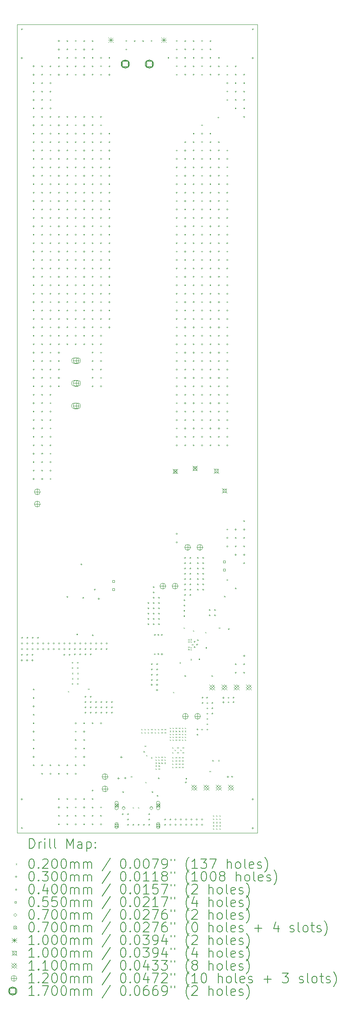
<source format=gbr>
%TF.GenerationSoftware,KiCad,Pcbnew,8.0.3*%
%TF.CreationDate,2025-04-07T19:31:19+02:00*%
%TF.ProjectId,TIDA-PowerPack,54494441-2d50-46f7-9765-725061636b2e,rev?*%
%TF.SameCoordinates,Original*%
%TF.FileFunction,Drillmap*%
%TF.FilePolarity,Positive*%
%FSLAX45Y45*%
G04 Gerber Fmt 4.5, Leading zero omitted, Abs format (unit mm)*
G04 Created by KiCad (PCBNEW 8.0.3) date 2025-04-07 19:31:19*
%MOMM*%
%LPD*%
G01*
G04 APERTURE LIST*
%ADD10C,0.100000*%
%ADD11C,0.200000*%
%ADD12C,0.110002*%
%ADD13C,0.119999*%
%ADD14C,0.170002*%
G04 APERTURE END LIST*
D10*
X11700000Y-3275000D02*
X16700000Y-3275000D01*
X16700000Y-20075000D01*
X11700000Y-20075000D01*
X11700000Y-3275000D01*
D11*
D10*
X12758750Y-17127500D02*
X12778750Y-17147500D01*
X12778750Y-17127500D02*
X12758750Y-17147500D01*
X12842500Y-16747500D02*
X12862500Y-16767500D01*
X12862500Y-16747500D02*
X12842500Y-16767500D01*
X12842500Y-16857500D02*
X12862500Y-16877500D01*
X12862500Y-16857500D02*
X12842500Y-16877500D01*
X12952500Y-16747500D02*
X12972500Y-16767500D01*
X12972500Y-16747500D02*
X12952500Y-16767500D01*
X12952500Y-16857500D02*
X12972500Y-16877500D01*
X12972500Y-16857500D02*
X12952500Y-16877500D01*
X13177500Y-17072500D02*
X13197500Y-17092500D01*
X13197500Y-17072500D02*
X13177500Y-17092500D01*
X14065000Y-18895000D02*
X14085000Y-18915000D01*
X14085000Y-18895000D02*
X14065000Y-18915000D01*
X14105000Y-19540000D02*
X14125000Y-19560000D01*
X14125000Y-19540000D02*
X14105000Y-19560000D01*
X14215000Y-19540000D02*
X14235000Y-19560000D01*
X14235000Y-19540000D02*
X14215000Y-19560000D01*
X14280000Y-17912500D02*
X14300000Y-17932500D01*
X14300000Y-17912500D02*
X14280000Y-17932500D01*
X14280000Y-17982500D02*
X14300000Y-18002500D01*
X14300000Y-17982500D02*
X14280000Y-18002500D01*
X14330000Y-18375000D02*
X14350000Y-18395000D01*
X14350000Y-18375000D02*
X14330000Y-18395000D01*
X14350000Y-17912500D02*
X14370000Y-17932500D01*
X14370000Y-17912500D02*
X14350000Y-17932500D01*
X14350000Y-17982500D02*
X14370000Y-18002500D01*
X14370000Y-17982500D02*
X14350000Y-18002500D01*
X14355000Y-18260000D02*
X14375000Y-18280000D01*
X14375000Y-18260000D02*
X14355000Y-18280000D01*
X14365000Y-19015000D02*
X14385000Y-19035000D01*
X14385000Y-19015000D02*
X14365000Y-19035000D01*
X14385000Y-18457500D02*
X14405000Y-18477500D01*
X14405000Y-18457500D02*
X14385000Y-18477500D01*
X14420000Y-17912500D02*
X14440000Y-17932500D01*
X14440000Y-17912500D02*
X14420000Y-17932500D01*
X14420000Y-17982500D02*
X14440000Y-18002500D01*
X14440000Y-17982500D02*
X14420000Y-18002500D01*
X14485000Y-18500000D02*
X14505000Y-18520000D01*
X14505000Y-18500000D02*
X14485000Y-18520000D01*
X14490000Y-17912500D02*
X14510000Y-17932500D01*
X14510000Y-17912500D02*
X14490000Y-17932500D01*
X14490000Y-17982500D02*
X14510000Y-18002500D01*
X14510000Y-17982500D02*
X14490000Y-18002500D01*
X14560000Y-17912500D02*
X14580000Y-17932500D01*
X14580000Y-17912500D02*
X14560000Y-17932500D01*
X14560000Y-17982500D02*
X14580000Y-18002500D01*
X14580000Y-17982500D02*
X14560000Y-18002500D01*
X14578500Y-18488000D02*
X14598500Y-18508000D01*
X14598500Y-18488000D02*
X14578500Y-18508000D01*
X14578500Y-18549000D02*
X14598500Y-18569000D01*
X14598500Y-18549000D02*
X14578500Y-18569000D01*
X14579000Y-18610000D02*
X14599000Y-18630000D01*
X14599000Y-18610000D02*
X14579000Y-18630000D01*
X14579000Y-18671000D02*
X14599000Y-18691000D01*
X14599000Y-18671000D02*
X14579000Y-18691000D01*
X14579000Y-18732000D02*
X14599000Y-18752000D01*
X14599000Y-18732000D02*
X14579000Y-18752000D01*
X14630000Y-17912500D02*
X14650000Y-17932500D01*
X14650000Y-17912500D02*
X14630000Y-17932500D01*
X14630000Y-17982500D02*
X14650000Y-18002500D01*
X14650000Y-17982500D02*
X14630000Y-18002500D01*
X14640000Y-18488000D02*
X14660000Y-18508000D01*
X14660000Y-18488000D02*
X14640000Y-18508000D01*
X14640000Y-18549000D02*
X14660000Y-18569000D01*
X14660000Y-18549000D02*
X14640000Y-18569000D01*
X14640500Y-18610000D02*
X14660500Y-18630000D01*
X14660500Y-18610000D02*
X14640500Y-18630000D01*
X14640500Y-18671000D02*
X14660500Y-18691000D01*
X14660500Y-18671000D02*
X14640500Y-18691000D01*
X14640500Y-18732000D02*
X14660500Y-18752000D01*
X14660500Y-18732000D02*
X14640500Y-18752000D01*
X14700000Y-17912500D02*
X14720000Y-17932500D01*
X14720000Y-17912500D02*
X14700000Y-17932500D01*
X14700000Y-17982500D02*
X14720000Y-18002500D01*
X14720000Y-17982500D02*
X14700000Y-18002500D01*
X14701500Y-18488000D02*
X14721500Y-18508000D01*
X14721500Y-18488000D02*
X14701500Y-18508000D01*
X14701500Y-18549000D02*
X14721500Y-18569000D01*
X14721500Y-18549000D02*
X14701500Y-18569000D01*
X14702000Y-18610000D02*
X14722000Y-18630000D01*
X14722000Y-18610000D02*
X14702000Y-18630000D01*
X14763000Y-18488000D02*
X14783000Y-18508000D01*
X14783000Y-18488000D02*
X14763000Y-18508000D01*
X14763000Y-18549000D02*
X14783000Y-18569000D01*
X14783000Y-18549000D02*
X14763000Y-18569000D01*
X14763500Y-18610000D02*
X14783500Y-18630000D01*
X14783500Y-18610000D02*
X14763500Y-18630000D01*
X14770000Y-17912500D02*
X14790000Y-17932500D01*
X14790000Y-17912500D02*
X14770000Y-17932500D01*
X14770000Y-17982500D02*
X14790000Y-18002500D01*
X14790000Y-17982500D02*
X14770000Y-18002500D01*
X14875000Y-17889000D02*
X14895000Y-17909000D01*
X14895000Y-17889000D02*
X14875000Y-17909000D01*
X14875000Y-17950500D02*
X14895000Y-17970500D01*
X14895000Y-17950500D02*
X14875000Y-17970500D01*
X14875000Y-18012000D02*
X14895000Y-18032000D01*
X14895000Y-18012000D02*
X14875000Y-18032000D01*
X14875000Y-18073500D02*
X14895000Y-18093500D01*
X14895000Y-18073500D02*
X14875000Y-18093500D01*
X14875000Y-18135000D02*
X14895000Y-18155000D01*
X14895000Y-18135000D02*
X14875000Y-18155000D01*
X14923000Y-18292500D02*
X14943000Y-18312500D01*
X14943000Y-18292500D02*
X14923000Y-18312500D01*
X14923000Y-18397500D02*
X14943000Y-18417500D01*
X14943000Y-18397500D02*
X14923000Y-18417500D01*
X14928000Y-18495000D02*
X14948000Y-18515000D01*
X14948000Y-18495000D02*
X14928000Y-18515000D01*
X14928000Y-18563333D02*
X14948000Y-18583333D01*
X14948000Y-18563333D02*
X14928000Y-18583333D01*
X14928000Y-18631667D02*
X14948000Y-18651667D01*
X14948000Y-18631667D02*
X14928000Y-18651667D01*
X14928000Y-18700000D02*
X14948000Y-18720000D01*
X14948000Y-18700000D02*
X14928000Y-18720000D01*
X14936000Y-17889000D02*
X14956000Y-17909000D01*
X14956000Y-17889000D02*
X14936000Y-17909000D01*
X14936000Y-17950500D02*
X14956000Y-17970500D01*
X14956000Y-17950500D02*
X14936000Y-17970500D01*
X14936000Y-18012000D02*
X14956000Y-18032000D01*
X14956000Y-18012000D02*
X14936000Y-18032000D01*
X14936000Y-18073500D02*
X14956000Y-18093500D01*
X14956000Y-18073500D02*
X14936000Y-18093500D01*
X14936000Y-18135000D02*
X14956000Y-18155000D01*
X14956000Y-18135000D02*
X14936000Y-18155000D01*
X14940000Y-17145000D02*
X14960000Y-17165000D01*
X14960000Y-17145000D02*
X14940000Y-17165000D01*
X14978000Y-18345000D02*
X14998000Y-18365000D01*
X14998000Y-18345000D02*
X14978000Y-18365000D01*
X14996333Y-18495000D02*
X15016333Y-18515000D01*
X15016333Y-18495000D02*
X14996333Y-18515000D01*
X14996333Y-18563333D02*
X15016333Y-18583333D01*
X15016333Y-18563333D02*
X14996333Y-18583333D01*
X14996333Y-18631667D02*
X15016333Y-18651667D01*
X15016333Y-18631667D02*
X14996333Y-18651667D01*
X14996333Y-18700000D02*
X15016333Y-18720000D01*
X15016333Y-18700000D02*
X14996333Y-18720000D01*
X14997000Y-17889000D02*
X15017000Y-17909000D01*
X15017000Y-17889000D02*
X14997000Y-17909000D01*
X14997000Y-17950500D02*
X15017000Y-17970500D01*
X15017000Y-17950500D02*
X14997000Y-17970500D01*
X14997000Y-18012000D02*
X15017000Y-18032000D01*
X15017000Y-18012000D02*
X14997000Y-18032000D01*
X14997000Y-18073500D02*
X15017000Y-18093500D01*
X15017000Y-18073500D02*
X14997000Y-18093500D01*
X14997000Y-18135000D02*
X15017000Y-18155000D01*
X15017000Y-18135000D02*
X14997000Y-18155000D01*
X15031750Y-18292500D02*
X15051750Y-18312500D01*
X15051750Y-18292500D02*
X15031750Y-18312500D01*
X15031750Y-18397500D02*
X15051750Y-18417500D01*
X15051750Y-18397500D02*
X15031750Y-18417500D01*
X15064667Y-18495000D02*
X15084667Y-18515000D01*
X15084667Y-18495000D02*
X15064667Y-18515000D01*
X15064667Y-18563333D02*
X15084667Y-18583333D01*
X15084667Y-18563333D02*
X15064667Y-18583333D01*
X15064667Y-18631667D02*
X15084667Y-18651667D01*
X15084667Y-18631667D02*
X15064667Y-18651667D01*
X15064667Y-18700000D02*
X15084667Y-18720000D01*
X15084667Y-18700000D02*
X15064667Y-18720000D01*
X15066743Y-17888993D02*
X15086743Y-17908993D01*
X15086743Y-17888993D02*
X15066743Y-17908993D01*
X15066743Y-17950493D02*
X15086743Y-17970493D01*
X15086743Y-17950493D02*
X15066743Y-17970493D01*
X15066743Y-18011993D02*
X15086743Y-18031993D01*
X15086743Y-18011993D02*
X15066743Y-18031993D01*
X15066743Y-18073493D02*
X15086743Y-18093493D01*
X15086743Y-18073493D02*
X15066743Y-18093493D01*
X15066743Y-18134993D02*
X15086743Y-18154993D01*
X15086743Y-18134993D02*
X15066743Y-18154993D01*
X15077500Y-16527500D02*
X15097500Y-16547500D01*
X15097500Y-16527500D02*
X15077500Y-16547500D01*
X15095500Y-18345000D02*
X15115500Y-18365000D01*
X15115500Y-18345000D02*
X15095500Y-18365000D01*
X15127743Y-17888993D02*
X15147743Y-17908993D01*
X15147743Y-17888993D02*
X15127743Y-17908993D01*
X15127743Y-17950493D02*
X15147743Y-17970493D01*
X15147743Y-17950493D02*
X15127743Y-17970493D01*
X15127743Y-18011993D02*
X15147743Y-18031993D01*
X15147743Y-18011993D02*
X15127743Y-18031993D01*
X15127743Y-18073493D02*
X15147743Y-18093493D01*
X15147743Y-18073493D02*
X15127743Y-18093493D01*
X15127743Y-18134993D02*
X15147743Y-18154993D01*
X15147743Y-18134993D02*
X15127743Y-18154993D01*
X15133000Y-18495000D02*
X15153000Y-18515000D01*
X15153000Y-18495000D02*
X15133000Y-18515000D01*
X15133000Y-18563333D02*
X15153000Y-18583333D01*
X15153000Y-18563333D02*
X15133000Y-18583333D01*
X15133000Y-18631667D02*
X15153000Y-18651667D01*
X15153000Y-18631667D02*
X15133000Y-18651667D01*
X15133000Y-18700000D02*
X15153000Y-18720000D01*
X15153000Y-18700000D02*
X15133000Y-18720000D01*
X15140500Y-18292500D02*
X15160500Y-18312500D01*
X15160500Y-18292500D02*
X15140500Y-18312500D01*
X15140500Y-18397500D02*
X15160500Y-18417500D01*
X15160500Y-18397500D02*
X15140500Y-18417500D01*
X15165001Y-15805000D02*
X15185001Y-15825000D01*
X15185001Y-15805000D02*
X15165001Y-15825000D01*
X15188743Y-17888993D02*
X15208743Y-17908993D01*
X15208743Y-17888993D02*
X15188743Y-17908993D01*
X15188743Y-17950493D02*
X15208743Y-17970493D01*
X15208743Y-17950493D02*
X15188743Y-17970493D01*
X15188743Y-18011993D02*
X15208743Y-18031993D01*
X15208743Y-18011993D02*
X15188743Y-18031993D01*
X15188743Y-18073493D02*
X15208743Y-18093493D01*
X15208743Y-18073493D02*
X15188743Y-18093493D01*
X15188743Y-18134993D02*
X15208743Y-18154993D01*
X15208743Y-18134993D02*
X15188743Y-18154993D01*
X15260000Y-16050000D02*
X15280000Y-16070000D01*
X15280000Y-16050000D02*
X15260000Y-16070000D01*
X15260000Y-16095000D02*
X15280000Y-16115000D01*
X15280000Y-16095000D02*
X15260000Y-16115000D01*
X15260000Y-16205000D02*
X15280000Y-16225000D01*
X15280000Y-16205000D02*
X15260000Y-16225000D01*
X15260000Y-16250000D02*
X15280000Y-16270000D01*
X15280000Y-16250000D02*
X15260000Y-16270000D01*
X15305000Y-16045000D02*
X15325000Y-16065000D01*
X15325000Y-16045000D02*
X15305000Y-16065000D01*
X15305000Y-16090000D02*
X15325000Y-16110000D01*
X15325000Y-16090000D02*
X15305000Y-16110000D01*
X15305000Y-16210000D02*
X15325000Y-16230000D01*
X15325000Y-16210000D02*
X15305000Y-16230000D01*
X15305000Y-16255000D02*
X15325000Y-16275000D01*
X15325000Y-16255000D02*
X15305000Y-16275000D01*
X15305000Y-16460000D02*
X15325000Y-16480000D01*
X15325000Y-16460000D02*
X15305000Y-16480000D01*
X15335000Y-16150000D02*
X15355000Y-16170000D01*
X15355000Y-16150000D02*
X15335000Y-16170000D01*
X15360000Y-15865000D02*
X15380000Y-15885000D01*
X15380000Y-15865000D02*
X15360000Y-15885000D01*
X15445000Y-16055000D02*
X15465000Y-16075000D01*
X15465000Y-16055000D02*
X15445000Y-16075000D01*
X15613500Y-15897500D02*
X15633500Y-15917500D01*
X15633500Y-15897500D02*
X15613500Y-15917500D01*
X15700000Y-18785000D02*
X15720000Y-18805000D01*
X15720000Y-18785000D02*
X15700000Y-18805000D01*
X15743000Y-16799000D02*
X15763000Y-16819000D01*
X15763000Y-16799000D02*
X15743000Y-16819000D01*
X15760000Y-18560000D02*
X15780000Y-18580000D01*
X15780000Y-18560000D02*
X15760000Y-18580000D01*
X15770000Y-19710000D02*
X15790000Y-19730000D01*
X15790000Y-19710000D02*
X15770000Y-19730000D01*
X15770000Y-19778333D02*
X15790000Y-19798333D01*
X15790000Y-19778333D02*
X15770000Y-19798333D01*
X15770000Y-19846667D02*
X15790000Y-19866667D01*
X15790000Y-19846667D02*
X15770000Y-19866667D01*
X15770000Y-19915000D02*
X15790000Y-19935000D01*
X15790000Y-19915000D02*
X15770000Y-19935000D01*
X15770000Y-19980000D02*
X15790000Y-20000000D01*
X15790000Y-19980000D02*
X15770000Y-20000000D01*
X15840000Y-19710000D02*
X15860000Y-19730000D01*
X15860000Y-19710000D02*
X15840000Y-19730000D01*
X15840000Y-19778333D02*
X15860000Y-19798333D01*
X15860000Y-19778333D02*
X15840000Y-19798333D01*
X15840000Y-19846667D02*
X15860000Y-19866667D01*
X15860000Y-19846667D02*
X15840000Y-19866667D01*
X15840000Y-19915000D02*
X15860000Y-19935000D01*
X15860000Y-19915000D02*
X15840000Y-19935000D01*
X15840000Y-19980000D02*
X15860000Y-20000000D01*
X15860000Y-19980000D02*
X15840000Y-20000000D01*
X15880000Y-18560000D02*
X15900000Y-18580000D01*
X15900000Y-18560000D02*
X15880000Y-18580000D01*
X15896250Y-15807500D02*
X15916250Y-15827500D01*
X15916250Y-15807500D02*
X15896250Y-15827500D01*
X15910000Y-19710000D02*
X15930000Y-19730000D01*
X15930000Y-19710000D02*
X15910000Y-19730000D01*
X15910000Y-19778333D02*
X15930000Y-19798333D01*
X15930000Y-19778333D02*
X15910000Y-19798333D01*
X15910000Y-19846667D02*
X15930000Y-19866667D01*
X15930000Y-19846667D02*
X15910000Y-19866667D01*
X15910000Y-19915000D02*
X15930000Y-19935000D01*
X15930000Y-19915000D02*
X15910000Y-19935000D01*
X15910000Y-19980000D02*
X15930000Y-20000000D01*
X15930000Y-19980000D02*
X15910000Y-20000000D01*
X16006250Y-15147500D02*
X16026250Y-15167500D01*
X16026250Y-15147500D02*
X16006250Y-15167500D01*
X11814000Y-16487000D02*
G75*
G02*
X11784000Y-16487000I-15000J0D01*
G01*
X11784000Y-16487000D02*
G75*
G02*
X11814000Y-16487000I15000J0D01*
G01*
X11815000Y-3375000D02*
G75*
G02*
X11785000Y-3375000I-15000J0D01*
G01*
X11785000Y-3375000D02*
G75*
G02*
X11815000Y-3375000I15000J0D01*
G01*
X11815000Y-3975000D02*
G75*
G02*
X11785000Y-3975000I-15000J0D01*
G01*
X11785000Y-3975000D02*
G75*
G02*
X11815000Y-3975000I15000J0D01*
G01*
X11815000Y-16371000D02*
G75*
G02*
X11785000Y-16371000I-15000J0D01*
G01*
X11785000Y-16371000D02*
G75*
G02*
X11815000Y-16371000I15000J0D01*
G01*
X11815000Y-19375000D02*
G75*
G02*
X11785000Y-19375000I-15000J0D01*
G01*
X11785000Y-19375000D02*
G75*
G02*
X11815000Y-19375000I15000J0D01*
G01*
X11815000Y-19975000D02*
G75*
G02*
X11785000Y-19975000I-15000J0D01*
G01*
X11785000Y-19975000D02*
G75*
G02*
X11815000Y-19975000I15000J0D01*
G01*
X11817000Y-16254000D02*
G75*
G02*
X11787000Y-16254000I-15000J0D01*
G01*
X11787000Y-16254000D02*
G75*
G02*
X11817000Y-16254000I15000J0D01*
G01*
X11818500Y-16137250D02*
G75*
G02*
X11788500Y-16137250I-15000J0D01*
G01*
X11788500Y-16137250D02*
G75*
G02*
X11818500Y-16137250I15000J0D01*
G01*
X11820500Y-16021250D02*
G75*
G02*
X11790500Y-16021250I-15000J0D01*
G01*
X11790500Y-16021250D02*
G75*
G02*
X11820500Y-16021250I15000J0D01*
G01*
X11924000Y-16487000D02*
G75*
G02*
X11894000Y-16487000I-15000J0D01*
G01*
X11894000Y-16487000D02*
G75*
G02*
X11924000Y-16487000I15000J0D01*
G01*
X11925000Y-16371000D02*
G75*
G02*
X11895000Y-16371000I-15000J0D01*
G01*
X11895000Y-16371000D02*
G75*
G02*
X11925000Y-16371000I15000J0D01*
G01*
X11927000Y-16254000D02*
G75*
G02*
X11897000Y-16254000I-15000J0D01*
G01*
X11897000Y-16254000D02*
G75*
G02*
X11927000Y-16254000I15000J0D01*
G01*
X11928500Y-16137250D02*
G75*
G02*
X11898500Y-16137250I-15000J0D01*
G01*
X11898500Y-16137250D02*
G75*
G02*
X11928500Y-16137250I15000J0D01*
G01*
X11930500Y-16021250D02*
G75*
G02*
X11900500Y-16021250I-15000J0D01*
G01*
X11900500Y-16021250D02*
G75*
G02*
X11930500Y-16021250I15000J0D01*
G01*
X12034000Y-16487000D02*
G75*
G02*
X12004000Y-16487000I-15000J0D01*
G01*
X12004000Y-16487000D02*
G75*
G02*
X12034000Y-16487000I15000J0D01*
G01*
X12035000Y-16371000D02*
G75*
G02*
X12005000Y-16371000I-15000J0D01*
G01*
X12005000Y-16371000D02*
G75*
G02*
X12035000Y-16371000I15000J0D01*
G01*
X12037000Y-16254000D02*
G75*
G02*
X12007000Y-16254000I-15000J0D01*
G01*
X12007000Y-16254000D02*
G75*
G02*
X12037000Y-16254000I15000J0D01*
G01*
X12038500Y-16137250D02*
G75*
G02*
X12008500Y-16137250I-15000J0D01*
G01*
X12008500Y-16137250D02*
G75*
G02*
X12038500Y-16137250I15000J0D01*
G01*
X12040500Y-16021250D02*
G75*
G02*
X12010500Y-16021250I-15000J0D01*
G01*
X12010500Y-16021250D02*
G75*
G02*
X12040500Y-16021250I15000J0D01*
G01*
X12060000Y-4145000D02*
G75*
G02*
X12030000Y-4145000I-15000J0D01*
G01*
X12030000Y-4145000D02*
G75*
G02*
X12060000Y-4145000I15000J0D01*
G01*
X12060000Y-4320000D02*
G75*
G02*
X12030000Y-4320000I-15000J0D01*
G01*
X12030000Y-4320000D02*
G75*
G02*
X12060000Y-4320000I15000J0D01*
G01*
X12060000Y-4495000D02*
G75*
G02*
X12030000Y-4495000I-15000J0D01*
G01*
X12030000Y-4495000D02*
G75*
G02*
X12060000Y-4495000I15000J0D01*
G01*
X12060000Y-4670000D02*
G75*
G02*
X12030000Y-4670000I-15000J0D01*
G01*
X12030000Y-4670000D02*
G75*
G02*
X12060000Y-4670000I15000J0D01*
G01*
X12060000Y-4845000D02*
G75*
G02*
X12030000Y-4845000I-15000J0D01*
G01*
X12030000Y-4845000D02*
G75*
G02*
X12060000Y-4845000I15000J0D01*
G01*
X12060000Y-5020000D02*
G75*
G02*
X12030000Y-5020000I-15000J0D01*
G01*
X12030000Y-5020000D02*
G75*
G02*
X12060000Y-5020000I15000J0D01*
G01*
X12060000Y-5195000D02*
G75*
G02*
X12030000Y-5195000I-15000J0D01*
G01*
X12030000Y-5195000D02*
G75*
G02*
X12060000Y-5195000I15000J0D01*
G01*
X12060000Y-5370000D02*
G75*
G02*
X12030000Y-5370000I-15000J0D01*
G01*
X12030000Y-5370000D02*
G75*
G02*
X12060000Y-5370000I15000J0D01*
G01*
X12060000Y-5545000D02*
G75*
G02*
X12030000Y-5545000I-15000J0D01*
G01*
X12030000Y-5545000D02*
G75*
G02*
X12060000Y-5545000I15000J0D01*
G01*
X12060000Y-5720000D02*
G75*
G02*
X12030000Y-5720000I-15000J0D01*
G01*
X12030000Y-5720000D02*
G75*
G02*
X12060000Y-5720000I15000J0D01*
G01*
X12060000Y-5895000D02*
G75*
G02*
X12030000Y-5895000I-15000J0D01*
G01*
X12030000Y-5895000D02*
G75*
G02*
X12060000Y-5895000I15000J0D01*
G01*
X12060000Y-6070000D02*
G75*
G02*
X12030000Y-6070000I-15000J0D01*
G01*
X12030000Y-6070000D02*
G75*
G02*
X12060000Y-6070000I15000J0D01*
G01*
X12060000Y-6245000D02*
G75*
G02*
X12030000Y-6245000I-15000J0D01*
G01*
X12030000Y-6245000D02*
G75*
G02*
X12060000Y-6245000I15000J0D01*
G01*
X12060000Y-6420000D02*
G75*
G02*
X12030000Y-6420000I-15000J0D01*
G01*
X12030000Y-6420000D02*
G75*
G02*
X12060000Y-6420000I15000J0D01*
G01*
X12060000Y-6595000D02*
G75*
G02*
X12030000Y-6595000I-15000J0D01*
G01*
X12030000Y-6595000D02*
G75*
G02*
X12060000Y-6595000I15000J0D01*
G01*
X12060000Y-6770000D02*
G75*
G02*
X12030000Y-6770000I-15000J0D01*
G01*
X12030000Y-6770000D02*
G75*
G02*
X12060000Y-6770000I15000J0D01*
G01*
X12060000Y-6945000D02*
G75*
G02*
X12030000Y-6945000I-15000J0D01*
G01*
X12030000Y-6945000D02*
G75*
G02*
X12060000Y-6945000I15000J0D01*
G01*
X12060000Y-7120000D02*
G75*
G02*
X12030000Y-7120000I-15000J0D01*
G01*
X12030000Y-7120000D02*
G75*
G02*
X12060000Y-7120000I15000J0D01*
G01*
X12060000Y-7295000D02*
G75*
G02*
X12030000Y-7295000I-15000J0D01*
G01*
X12030000Y-7295000D02*
G75*
G02*
X12060000Y-7295000I15000J0D01*
G01*
X12060000Y-7470000D02*
G75*
G02*
X12030000Y-7470000I-15000J0D01*
G01*
X12030000Y-7470000D02*
G75*
G02*
X12060000Y-7470000I15000J0D01*
G01*
X12060000Y-7645000D02*
G75*
G02*
X12030000Y-7645000I-15000J0D01*
G01*
X12030000Y-7645000D02*
G75*
G02*
X12060000Y-7645000I15000J0D01*
G01*
X12060000Y-7820000D02*
G75*
G02*
X12030000Y-7820000I-15000J0D01*
G01*
X12030000Y-7820000D02*
G75*
G02*
X12060000Y-7820000I15000J0D01*
G01*
X12060000Y-7995000D02*
G75*
G02*
X12030000Y-7995000I-15000J0D01*
G01*
X12030000Y-7995000D02*
G75*
G02*
X12060000Y-7995000I15000J0D01*
G01*
X12060000Y-8170000D02*
G75*
G02*
X12030000Y-8170000I-15000J0D01*
G01*
X12030000Y-8170000D02*
G75*
G02*
X12060000Y-8170000I15000J0D01*
G01*
X12060000Y-8345000D02*
G75*
G02*
X12030000Y-8345000I-15000J0D01*
G01*
X12030000Y-8345000D02*
G75*
G02*
X12060000Y-8345000I15000J0D01*
G01*
X12060000Y-8520000D02*
G75*
G02*
X12030000Y-8520000I-15000J0D01*
G01*
X12030000Y-8520000D02*
G75*
G02*
X12060000Y-8520000I15000J0D01*
G01*
X12060000Y-8695000D02*
G75*
G02*
X12030000Y-8695000I-15000J0D01*
G01*
X12030000Y-8695000D02*
G75*
G02*
X12060000Y-8695000I15000J0D01*
G01*
X12060000Y-8870000D02*
G75*
G02*
X12030000Y-8870000I-15000J0D01*
G01*
X12030000Y-8870000D02*
G75*
G02*
X12060000Y-8870000I15000J0D01*
G01*
X12060000Y-9045000D02*
G75*
G02*
X12030000Y-9045000I-15000J0D01*
G01*
X12030000Y-9045000D02*
G75*
G02*
X12060000Y-9045000I15000J0D01*
G01*
X12060000Y-9220000D02*
G75*
G02*
X12030000Y-9220000I-15000J0D01*
G01*
X12030000Y-9220000D02*
G75*
G02*
X12060000Y-9220000I15000J0D01*
G01*
X12060000Y-9395000D02*
G75*
G02*
X12030000Y-9395000I-15000J0D01*
G01*
X12030000Y-9395000D02*
G75*
G02*
X12060000Y-9395000I15000J0D01*
G01*
X12060000Y-9570000D02*
G75*
G02*
X12030000Y-9570000I-15000J0D01*
G01*
X12030000Y-9570000D02*
G75*
G02*
X12060000Y-9570000I15000J0D01*
G01*
X12060000Y-9745000D02*
G75*
G02*
X12030000Y-9745000I-15000J0D01*
G01*
X12030000Y-9745000D02*
G75*
G02*
X12060000Y-9745000I15000J0D01*
G01*
X12060000Y-9920000D02*
G75*
G02*
X12030000Y-9920000I-15000J0D01*
G01*
X12030000Y-9920000D02*
G75*
G02*
X12060000Y-9920000I15000J0D01*
G01*
X12060000Y-10095000D02*
G75*
G02*
X12030000Y-10095000I-15000J0D01*
G01*
X12030000Y-10095000D02*
G75*
G02*
X12060000Y-10095000I15000J0D01*
G01*
X12060000Y-10270000D02*
G75*
G02*
X12030000Y-10270000I-15000J0D01*
G01*
X12030000Y-10270000D02*
G75*
G02*
X12060000Y-10270000I15000J0D01*
G01*
X12060000Y-10445000D02*
G75*
G02*
X12030000Y-10445000I-15000J0D01*
G01*
X12030000Y-10445000D02*
G75*
G02*
X12060000Y-10445000I15000J0D01*
G01*
X12060000Y-10620000D02*
G75*
G02*
X12030000Y-10620000I-15000J0D01*
G01*
X12030000Y-10620000D02*
G75*
G02*
X12060000Y-10620000I15000J0D01*
G01*
X12060000Y-10795000D02*
G75*
G02*
X12030000Y-10795000I-15000J0D01*
G01*
X12030000Y-10795000D02*
G75*
G02*
X12060000Y-10795000I15000J0D01*
G01*
X12060000Y-10970000D02*
G75*
G02*
X12030000Y-10970000I-15000J0D01*
G01*
X12030000Y-10970000D02*
G75*
G02*
X12060000Y-10970000I15000J0D01*
G01*
X12060000Y-11145000D02*
G75*
G02*
X12030000Y-11145000I-15000J0D01*
G01*
X12030000Y-11145000D02*
G75*
G02*
X12060000Y-11145000I15000J0D01*
G01*
X12060000Y-11320000D02*
G75*
G02*
X12030000Y-11320000I-15000J0D01*
G01*
X12030000Y-11320000D02*
G75*
G02*
X12060000Y-11320000I15000J0D01*
G01*
X12060000Y-11495000D02*
G75*
G02*
X12030000Y-11495000I-15000J0D01*
G01*
X12030000Y-11495000D02*
G75*
G02*
X12060000Y-11495000I15000J0D01*
G01*
X12060000Y-11670000D02*
G75*
G02*
X12030000Y-11670000I-15000J0D01*
G01*
X12030000Y-11670000D02*
G75*
G02*
X12060000Y-11670000I15000J0D01*
G01*
X12060000Y-11845000D02*
G75*
G02*
X12030000Y-11845000I-15000J0D01*
G01*
X12030000Y-11845000D02*
G75*
G02*
X12060000Y-11845000I15000J0D01*
G01*
X12060000Y-12020000D02*
G75*
G02*
X12030000Y-12020000I-15000J0D01*
G01*
X12030000Y-12020000D02*
G75*
G02*
X12060000Y-12020000I15000J0D01*
G01*
X12060000Y-12195000D02*
G75*
G02*
X12030000Y-12195000I-15000J0D01*
G01*
X12030000Y-12195000D02*
G75*
G02*
X12060000Y-12195000I15000J0D01*
G01*
X12060000Y-12370000D02*
G75*
G02*
X12030000Y-12370000I-15000J0D01*
G01*
X12030000Y-12370000D02*
G75*
G02*
X12060000Y-12370000I15000J0D01*
G01*
X12060000Y-12545000D02*
G75*
G02*
X12030000Y-12545000I-15000J0D01*
G01*
X12030000Y-12545000D02*
G75*
G02*
X12060000Y-12545000I15000J0D01*
G01*
X12060000Y-12720000D02*
G75*
G02*
X12030000Y-12720000I-15000J0D01*
G01*
X12030000Y-12720000D02*
G75*
G02*
X12060000Y-12720000I15000J0D01*
G01*
X12060000Y-17095000D02*
G75*
G02*
X12030000Y-17095000I-15000J0D01*
G01*
X12030000Y-17095000D02*
G75*
G02*
X12060000Y-17095000I15000J0D01*
G01*
X12060000Y-17270000D02*
G75*
G02*
X12030000Y-17270000I-15000J0D01*
G01*
X12030000Y-17270000D02*
G75*
G02*
X12060000Y-17270000I15000J0D01*
G01*
X12060000Y-17445000D02*
G75*
G02*
X12030000Y-17445000I-15000J0D01*
G01*
X12030000Y-17445000D02*
G75*
G02*
X12060000Y-17445000I15000J0D01*
G01*
X12060000Y-17620000D02*
G75*
G02*
X12030000Y-17620000I-15000J0D01*
G01*
X12030000Y-17620000D02*
G75*
G02*
X12060000Y-17620000I15000J0D01*
G01*
X12060000Y-17795000D02*
G75*
G02*
X12030000Y-17795000I-15000J0D01*
G01*
X12030000Y-17795000D02*
G75*
G02*
X12060000Y-17795000I15000J0D01*
G01*
X12060000Y-17970000D02*
G75*
G02*
X12030000Y-17970000I-15000J0D01*
G01*
X12030000Y-17970000D02*
G75*
G02*
X12060000Y-17970000I15000J0D01*
G01*
X12060000Y-18145000D02*
G75*
G02*
X12030000Y-18145000I-15000J0D01*
G01*
X12030000Y-18145000D02*
G75*
G02*
X12060000Y-18145000I15000J0D01*
G01*
X12060000Y-18320000D02*
G75*
G02*
X12030000Y-18320000I-15000J0D01*
G01*
X12030000Y-18320000D02*
G75*
G02*
X12060000Y-18320000I15000J0D01*
G01*
X12060000Y-18495000D02*
G75*
G02*
X12030000Y-18495000I-15000J0D01*
G01*
X12030000Y-18495000D02*
G75*
G02*
X12060000Y-18495000I15000J0D01*
G01*
X12060000Y-18670000D02*
G75*
G02*
X12030000Y-18670000I-15000J0D01*
G01*
X12030000Y-18670000D02*
G75*
G02*
X12060000Y-18670000I15000J0D01*
G01*
X12147000Y-16254000D02*
G75*
G02*
X12117000Y-16254000I-15000J0D01*
G01*
X12117000Y-16254000D02*
G75*
G02*
X12147000Y-16254000I15000J0D01*
G01*
X12148500Y-16137250D02*
G75*
G02*
X12118500Y-16137250I-15000J0D01*
G01*
X12118500Y-16137250D02*
G75*
G02*
X12148500Y-16137250I15000J0D01*
G01*
X12150500Y-16021250D02*
G75*
G02*
X12120500Y-16021250I-15000J0D01*
G01*
X12120500Y-16021250D02*
G75*
G02*
X12150500Y-16021250I15000J0D01*
G01*
X12235000Y-4145000D02*
G75*
G02*
X12205000Y-4145000I-15000J0D01*
G01*
X12205000Y-4145000D02*
G75*
G02*
X12235000Y-4145000I15000J0D01*
G01*
X12235000Y-4320000D02*
G75*
G02*
X12205000Y-4320000I-15000J0D01*
G01*
X12205000Y-4320000D02*
G75*
G02*
X12235000Y-4320000I15000J0D01*
G01*
X12235000Y-4495000D02*
G75*
G02*
X12205000Y-4495000I-15000J0D01*
G01*
X12205000Y-4495000D02*
G75*
G02*
X12235000Y-4495000I15000J0D01*
G01*
X12235000Y-4670000D02*
G75*
G02*
X12205000Y-4670000I-15000J0D01*
G01*
X12205000Y-4670000D02*
G75*
G02*
X12235000Y-4670000I15000J0D01*
G01*
X12235000Y-4845000D02*
G75*
G02*
X12205000Y-4845000I-15000J0D01*
G01*
X12205000Y-4845000D02*
G75*
G02*
X12235000Y-4845000I15000J0D01*
G01*
X12235000Y-5020000D02*
G75*
G02*
X12205000Y-5020000I-15000J0D01*
G01*
X12205000Y-5020000D02*
G75*
G02*
X12235000Y-5020000I15000J0D01*
G01*
X12235000Y-5195000D02*
G75*
G02*
X12205000Y-5195000I-15000J0D01*
G01*
X12205000Y-5195000D02*
G75*
G02*
X12235000Y-5195000I15000J0D01*
G01*
X12235000Y-5370000D02*
G75*
G02*
X12205000Y-5370000I-15000J0D01*
G01*
X12205000Y-5370000D02*
G75*
G02*
X12235000Y-5370000I15000J0D01*
G01*
X12235000Y-5545000D02*
G75*
G02*
X12205000Y-5545000I-15000J0D01*
G01*
X12205000Y-5545000D02*
G75*
G02*
X12235000Y-5545000I15000J0D01*
G01*
X12235000Y-5720000D02*
G75*
G02*
X12205000Y-5720000I-15000J0D01*
G01*
X12205000Y-5720000D02*
G75*
G02*
X12235000Y-5720000I15000J0D01*
G01*
X12235000Y-5895000D02*
G75*
G02*
X12205000Y-5895000I-15000J0D01*
G01*
X12205000Y-5895000D02*
G75*
G02*
X12235000Y-5895000I15000J0D01*
G01*
X12235000Y-6070000D02*
G75*
G02*
X12205000Y-6070000I-15000J0D01*
G01*
X12205000Y-6070000D02*
G75*
G02*
X12235000Y-6070000I15000J0D01*
G01*
X12235000Y-6245000D02*
G75*
G02*
X12205000Y-6245000I-15000J0D01*
G01*
X12205000Y-6245000D02*
G75*
G02*
X12235000Y-6245000I15000J0D01*
G01*
X12235000Y-6420000D02*
G75*
G02*
X12205000Y-6420000I-15000J0D01*
G01*
X12205000Y-6420000D02*
G75*
G02*
X12235000Y-6420000I15000J0D01*
G01*
X12235000Y-6595000D02*
G75*
G02*
X12205000Y-6595000I-15000J0D01*
G01*
X12205000Y-6595000D02*
G75*
G02*
X12235000Y-6595000I15000J0D01*
G01*
X12235000Y-6770000D02*
G75*
G02*
X12205000Y-6770000I-15000J0D01*
G01*
X12205000Y-6770000D02*
G75*
G02*
X12235000Y-6770000I15000J0D01*
G01*
X12235000Y-6945000D02*
G75*
G02*
X12205000Y-6945000I-15000J0D01*
G01*
X12205000Y-6945000D02*
G75*
G02*
X12235000Y-6945000I15000J0D01*
G01*
X12235000Y-7120000D02*
G75*
G02*
X12205000Y-7120000I-15000J0D01*
G01*
X12205000Y-7120000D02*
G75*
G02*
X12235000Y-7120000I15000J0D01*
G01*
X12235000Y-7295000D02*
G75*
G02*
X12205000Y-7295000I-15000J0D01*
G01*
X12205000Y-7295000D02*
G75*
G02*
X12235000Y-7295000I15000J0D01*
G01*
X12235000Y-7470000D02*
G75*
G02*
X12205000Y-7470000I-15000J0D01*
G01*
X12205000Y-7470000D02*
G75*
G02*
X12235000Y-7470000I15000J0D01*
G01*
X12235000Y-7645000D02*
G75*
G02*
X12205000Y-7645000I-15000J0D01*
G01*
X12205000Y-7645000D02*
G75*
G02*
X12235000Y-7645000I15000J0D01*
G01*
X12235000Y-7820000D02*
G75*
G02*
X12205000Y-7820000I-15000J0D01*
G01*
X12205000Y-7820000D02*
G75*
G02*
X12235000Y-7820000I15000J0D01*
G01*
X12235000Y-7995000D02*
G75*
G02*
X12205000Y-7995000I-15000J0D01*
G01*
X12205000Y-7995000D02*
G75*
G02*
X12235000Y-7995000I15000J0D01*
G01*
X12235000Y-8170000D02*
G75*
G02*
X12205000Y-8170000I-15000J0D01*
G01*
X12205000Y-8170000D02*
G75*
G02*
X12235000Y-8170000I15000J0D01*
G01*
X12235000Y-8345000D02*
G75*
G02*
X12205000Y-8345000I-15000J0D01*
G01*
X12205000Y-8345000D02*
G75*
G02*
X12235000Y-8345000I15000J0D01*
G01*
X12235000Y-8520000D02*
G75*
G02*
X12205000Y-8520000I-15000J0D01*
G01*
X12205000Y-8520000D02*
G75*
G02*
X12235000Y-8520000I15000J0D01*
G01*
X12235000Y-8695000D02*
G75*
G02*
X12205000Y-8695000I-15000J0D01*
G01*
X12205000Y-8695000D02*
G75*
G02*
X12235000Y-8695000I15000J0D01*
G01*
X12235000Y-8870000D02*
G75*
G02*
X12205000Y-8870000I-15000J0D01*
G01*
X12205000Y-8870000D02*
G75*
G02*
X12235000Y-8870000I15000J0D01*
G01*
X12235000Y-9045000D02*
G75*
G02*
X12205000Y-9045000I-15000J0D01*
G01*
X12205000Y-9045000D02*
G75*
G02*
X12235000Y-9045000I15000J0D01*
G01*
X12235000Y-9220000D02*
G75*
G02*
X12205000Y-9220000I-15000J0D01*
G01*
X12205000Y-9220000D02*
G75*
G02*
X12235000Y-9220000I15000J0D01*
G01*
X12235000Y-9395000D02*
G75*
G02*
X12205000Y-9395000I-15000J0D01*
G01*
X12205000Y-9395000D02*
G75*
G02*
X12235000Y-9395000I15000J0D01*
G01*
X12235000Y-9570000D02*
G75*
G02*
X12205000Y-9570000I-15000J0D01*
G01*
X12205000Y-9570000D02*
G75*
G02*
X12235000Y-9570000I15000J0D01*
G01*
X12235000Y-9745000D02*
G75*
G02*
X12205000Y-9745000I-15000J0D01*
G01*
X12205000Y-9745000D02*
G75*
G02*
X12235000Y-9745000I15000J0D01*
G01*
X12235000Y-9920000D02*
G75*
G02*
X12205000Y-9920000I-15000J0D01*
G01*
X12205000Y-9920000D02*
G75*
G02*
X12235000Y-9920000I15000J0D01*
G01*
X12235000Y-10095000D02*
G75*
G02*
X12205000Y-10095000I-15000J0D01*
G01*
X12205000Y-10095000D02*
G75*
G02*
X12235000Y-10095000I15000J0D01*
G01*
X12235000Y-10270000D02*
G75*
G02*
X12205000Y-10270000I-15000J0D01*
G01*
X12205000Y-10270000D02*
G75*
G02*
X12235000Y-10270000I15000J0D01*
G01*
X12235000Y-10445000D02*
G75*
G02*
X12205000Y-10445000I-15000J0D01*
G01*
X12205000Y-10445000D02*
G75*
G02*
X12235000Y-10445000I15000J0D01*
G01*
X12235000Y-10620000D02*
G75*
G02*
X12205000Y-10620000I-15000J0D01*
G01*
X12205000Y-10620000D02*
G75*
G02*
X12235000Y-10620000I15000J0D01*
G01*
X12235000Y-10795000D02*
G75*
G02*
X12205000Y-10795000I-15000J0D01*
G01*
X12205000Y-10795000D02*
G75*
G02*
X12235000Y-10795000I15000J0D01*
G01*
X12235000Y-10970000D02*
G75*
G02*
X12205000Y-10970000I-15000J0D01*
G01*
X12205000Y-10970000D02*
G75*
G02*
X12235000Y-10970000I15000J0D01*
G01*
X12235000Y-11145000D02*
G75*
G02*
X12205000Y-11145000I-15000J0D01*
G01*
X12205000Y-11145000D02*
G75*
G02*
X12235000Y-11145000I15000J0D01*
G01*
X12235000Y-11320000D02*
G75*
G02*
X12205000Y-11320000I-15000J0D01*
G01*
X12205000Y-11320000D02*
G75*
G02*
X12235000Y-11320000I15000J0D01*
G01*
X12235000Y-11495000D02*
G75*
G02*
X12205000Y-11495000I-15000J0D01*
G01*
X12205000Y-11495000D02*
G75*
G02*
X12235000Y-11495000I15000J0D01*
G01*
X12235000Y-11670000D02*
G75*
G02*
X12205000Y-11670000I-15000J0D01*
G01*
X12205000Y-11670000D02*
G75*
G02*
X12235000Y-11670000I15000J0D01*
G01*
X12235000Y-11845000D02*
G75*
G02*
X12205000Y-11845000I-15000J0D01*
G01*
X12205000Y-11845000D02*
G75*
G02*
X12235000Y-11845000I15000J0D01*
G01*
X12235000Y-12020000D02*
G75*
G02*
X12205000Y-12020000I-15000J0D01*
G01*
X12205000Y-12020000D02*
G75*
G02*
X12235000Y-12020000I15000J0D01*
G01*
X12235000Y-12195000D02*
G75*
G02*
X12205000Y-12195000I-15000J0D01*
G01*
X12205000Y-12195000D02*
G75*
G02*
X12235000Y-12195000I15000J0D01*
G01*
X12235000Y-12370000D02*
G75*
G02*
X12205000Y-12370000I-15000J0D01*
G01*
X12205000Y-12370000D02*
G75*
G02*
X12235000Y-12370000I15000J0D01*
G01*
X12235000Y-12545000D02*
G75*
G02*
X12205000Y-12545000I-15000J0D01*
G01*
X12205000Y-12545000D02*
G75*
G02*
X12235000Y-12545000I15000J0D01*
G01*
X12235000Y-12720000D02*
G75*
G02*
X12205000Y-12720000I-15000J0D01*
G01*
X12205000Y-12720000D02*
G75*
G02*
X12235000Y-12720000I15000J0D01*
G01*
X12235000Y-18670000D02*
G75*
G02*
X12205000Y-18670000I-15000J0D01*
G01*
X12205000Y-18670000D02*
G75*
G02*
X12235000Y-18670000I15000J0D01*
G01*
X12235000Y-18845000D02*
G75*
G02*
X12205000Y-18845000I-15000J0D01*
G01*
X12205000Y-18845000D02*
G75*
G02*
X12235000Y-18845000I15000J0D01*
G01*
X12257500Y-16253750D02*
G75*
G02*
X12227500Y-16253750I-15000J0D01*
G01*
X12227500Y-16253750D02*
G75*
G02*
X12257500Y-16253750I15000J0D01*
G01*
X12259000Y-16137000D02*
G75*
G02*
X12229000Y-16137000I-15000J0D01*
G01*
X12229000Y-16137000D02*
G75*
G02*
X12259000Y-16137000I15000J0D01*
G01*
X12367500Y-16253750D02*
G75*
G02*
X12337500Y-16253750I-15000J0D01*
G01*
X12337500Y-16253750D02*
G75*
G02*
X12367500Y-16253750I15000J0D01*
G01*
X12369000Y-16137000D02*
G75*
G02*
X12339000Y-16137000I-15000J0D01*
G01*
X12339000Y-16137000D02*
G75*
G02*
X12369000Y-16137000I15000J0D01*
G01*
X12410000Y-4145000D02*
G75*
G02*
X12380000Y-4145000I-15000J0D01*
G01*
X12380000Y-4145000D02*
G75*
G02*
X12410000Y-4145000I15000J0D01*
G01*
X12410000Y-4320000D02*
G75*
G02*
X12380000Y-4320000I-15000J0D01*
G01*
X12380000Y-4320000D02*
G75*
G02*
X12410000Y-4320000I15000J0D01*
G01*
X12410000Y-4495000D02*
G75*
G02*
X12380000Y-4495000I-15000J0D01*
G01*
X12380000Y-4495000D02*
G75*
G02*
X12410000Y-4495000I15000J0D01*
G01*
X12410000Y-4670000D02*
G75*
G02*
X12380000Y-4670000I-15000J0D01*
G01*
X12380000Y-4670000D02*
G75*
G02*
X12410000Y-4670000I15000J0D01*
G01*
X12410000Y-4845000D02*
G75*
G02*
X12380000Y-4845000I-15000J0D01*
G01*
X12380000Y-4845000D02*
G75*
G02*
X12410000Y-4845000I15000J0D01*
G01*
X12410000Y-5020000D02*
G75*
G02*
X12380000Y-5020000I-15000J0D01*
G01*
X12380000Y-5020000D02*
G75*
G02*
X12410000Y-5020000I15000J0D01*
G01*
X12410000Y-5195000D02*
G75*
G02*
X12380000Y-5195000I-15000J0D01*
G01*
X12380000Y-5195000D02*
G75*
G02*
X12410000Y-5195000I15000J0D01*
G01*
X12410000Y-5370000D02*
G75*
G02*
X12380000Y-5370000I-15000J0D01*
G01*
X12380000Y-5370000D02*
G75*
G02*
X12410000Y-5370000I15000J0D01*
G01*
X12410000Y-5545000D02*
G75*
G02*
X12380000Y-5545000I-15000J0D01*
G01*
X12380000Y-5545000D02*
G75*
G02*
X12410000Y-5545000I15000J0D01*
G01*
X12410000Y-5720000D02*
G75*
G02*
X12380000Y-5720000I-15000J0D01*
G01*
X12380000Y-5720000D02*
G75*
G02*
X12410000Y-5720000I15000J0D01*
G01*
X12410000Y-5895000D02*
G75*
G02*
X12380000Y-5895000I-15000J0D01*
G01*
X12380000Y-5895000D02*
G75*
G02*
X12410000Y-5895000I15000J0D01*
G01*
X12410000Y-6070000D02*
G75*
G02*
X12380000Y-6070000I-15000J0D01*
G01*
X12380000Y-6070000D02*
G75*
G02*
X12410000Y-6070000I15000J0D01*
G01*
X12410000Y-6245000D02*
G75*
G02*
X12380000Y-6245000I-15000J0D01*
G01*
X12380000Y-6245000D02*
G75*
G02*
X12410000Y-6245000I15000J0D01*
G01*
X12410000Y-6420000D02*
G75*
G02*
X12380000Y-6420000I-15000J0D01*
G01*
X12380000Y-6420000D02*
G75*
G02*
X12410000Y-6420000I15000J0D01*
G01*
X12410000Y-6595000D02*
G75*
G02*
X12380000Y-6595000I-15000J0D01*
G01*
X12380000Y-6595000D02*
G75*
G02*
X12410000Y-6595000I15000J0D01*
G01*
X12410000Y-6770000D02*
G75*
G02*
X12380000Y-6770000I-15000J0D01*
G01*
X12380000Y-6770000D02*
G75*
G02*
X12410000Y-6770000I15000J0D01*
G01*
X12410000Y-6945000D02*
G75*
G02*
X12380000Y-6945000I-15000J0D01*
G01*
X12380000Y-6945000D02*
G75*
G02*
X12410000Y-6945000I15000J0D01*
G01*
X12410000Y-7120000D02*
G75*
G02*
X12380000Y-7120000I-15000J0D01*
G01*
X12380000Y-7120000D02*
G75*
G02*
X12410000Y-7120000I15000J0D01*
G01*
X12410000Y-7295000D02*
G75*
G02*
X12380000Y-7295000I-15000J0D01*
G01*
X12380000Y-7295000D02*
G75*
G02*
X12410000Y-7295000I15000J0D01*
G01*
X12410000Y-7470000D02*
G75*
G02*
X12380000Y-7470000I-15000J0D01*
G01*
X12380000Y-7470000D02*
G75*
G02*
X12410000Y-7470000I15000J0D01*
G01*
X12410000Y-7645000D02*
G75*
G02*
X12380000Y-7645000I-15000J0D01*
G01*
X12380000Y-7645000D02*
G75*
G02*
X12410000Y-7645000I15000J0D01*
G01*
X12410000Y-7820000D02*
G75*
G02*
X12380000Y-7820000I-15000J0D01*
G01*
X12380000Y-7820000D02*
G75*
G02*
X12410000Y-7820000I15000J0D01*
G01*
X12410000Y-7995000D02*
G75*
G02*
X12380000Y-7995000I-15000J0D01*
G01*
X12380000Y-7995000D02*
G75*
G02*
X12410000Y-7995000I15000J0D01*
G01*
X12410000Y-8170000D02*
G75*
G02*
X12380000Y-8170000I-15000J0D01*
G01*
X12380000Y-8170000D02*
G75*
G02*
X12410000Y-8170000I15000J0D01*
G01*
X12410000Y-8345000D02*
G75*
G02*
X12380000Y-8345000I-15000J0D01*
G01*
X12380000Y-8345000D02*
G75*
G02*
X12410000Y-8345000I15000J0D01*
G01*
X12410000Y-8520000D02*
G75*
G02*
X12380000Y-8520000I-15000J0D01*
G01*
X12380000Y-8520000D02*
G75*
G02*
X12410000Y-8520000I15000J0D01*
G01*
X12410000Y-8695000D02*
G75*
G02*
X12380000Y-8695000I-15000J0D01*
G01*
X12380000Y-8695000D02*
G75*
G02*
X12410000Y-8695000I15000J0D01*
G01*
X12410000Y-8870000D02*
G75*
G02*
X12380000Y-8870000I-15000J0D01*
G01*
X12380000Y-8870000D02*
G75*
G02*
X12410000Y-8870000I15000J0D01*
G01*
X12410000Y-9045000D02*
G75*
G02*
X12380000Y-9045000I-15000J0D01*
G01*
X12380000Y-9045000D02*
G75*
G02*
X12410000Y-9045000I15000J0D01*
G01*
X12410000Y-9220000D02*
G75*
G02*
X12380000Y-9220000I-15000J0D01*
G01*
X12380000Y-9220000D02*
G75*
G02*
X12410000Y-9220000I15000J0D01*
G01*
X12410000Y-9395000D02*
G75*
G02*
X12380000Y-9395000I-15000J0D01*
G01*
X12380000Y-9395000D02*
G75*
G02*
X12410000Y-9395000I15000J0D01*
G01*
X12410000Y-9570000D02*
G75*
G02*
X12380000Y-9570000I-15000J0D01*
G01*
X12380000Y-9570000D02*
G75*
G02*
X12410000Y-9570000I15000J0D01*
G01*
X12410000Y-9745000D02*
G75*
G02*
X12380000Y-9745000I-15000J0D01*
G01*
X12380000Y-9745000D02*
G75*
G02*
X12410000Y-9745000I15000J0D01*
G01*
X12410000Y-9920000D02*
G75*
G02*
X12380000Y-9920000I-15000J0D01*
G01*
X12380000Y-9920000D02*
G75*
G02*
X12410000Y-9920000I15000J0D01*
G01*
X12410000Y-10095000D02*
G75*
G02*
X12380000Y-10095000I-15000J0D01*
G01*
X12380000Y-10095000D02*
G75*
G02*
X12410000Y-10095000I15000J0D01*
G01*
X12410000Y-10270000D02*
G75*
G02*
X12380000Y-10270000I-15000J0D01*
G01*
X12380000Y-10270000D02*
G75*
G02*
X12410000Y-10270000I15000J0D01*
G01*
X12410000Y-10445000D02*
G75*
G02*
X12380000Y-10445000I-15000J0D01*
G01*
X12380000Y-10445000D02*
G75*
G02*
X12410000Y-10445000I15000J0D01*
G01*
X12410000Y-10620000D02*
G75*
G02*
X12380000Y-10620000I-15000J0D01*
G01*
X12380000Y-10620000D02*
G75*
G02*
X12410000Y-10620000I15000J0D01*
G01*
X12410000Y-10795000D02*
G75*
G02*
X12380000Y-10795000I-15000J0D01*
G01*
X12380000Y-10795000D02*
G75*
G02*
X12410000Y-10795000I15000J0D01*
G01*
X12410000Y-10970000D02*
G75*
G02*
X12380000Y-10970000I-15000J0D01*
G01*
X12380000Y-10970000D02*
G75*
G02*
X12410000Y-10970000I15000J0D01*
G01*
X12410000Y-11145000D02*
G75*
G02*
X12380000Y-11145000I-15000J0D01*
G01*
X12380000Y-11145000D02*
G75*
G02*
X12410000Y-11145000I15000J0D01*
G01*
X12410000Y-11320000D02*
G75*
G02*
X12380000Y-11320000I-15000J0D01*
G01*
X12380000Y-11320000D02*
G75*
G02*
X12410000Y-11320000I15000J0D01*
G01*
X12410000Y-11495000D02*
G75*
G02*
X12380000Y-11495000I-15000J0D01*
G01*
X12380000Y-11495000D02*
G75*
G02*
X12410000Y-11495000I15000J0D01*
G01*
X12410000Y-11670000D02*
G75*
G02*
X12380000Y-11670000I-15000J0D01*
G01*
X12380000Y-11670000D02*
G75*
G02*
X12410000Y-11670000I15000J0D01*
G01*
X12410000Y-11845000D02*
G75*
G02*
X12380000Y-11845000I-15000J0D01*
G01*
X12380000Y-11845000D02*
G75*
G02*
X12410000Y-11845000I15000J0D01*
G01*
X12410000Y-12020000D02*
G75*
G02*
X12380000Y-12020000I-15000J0D01*
G01*
X12380000Y-12020000D02*
G75*
G02*
X12410000Y-12020000I15000J0D01*
G01*
X12410000Y-12195000D02*
G75*
G02*
X12380000Y-12195000I-15000J0D01*
G01*
X12380000Y-12195000D02*
G75*
G02*
X12410000Y-12195000I15000J0D01*
G01*
X12410000Y-12370000D02*
G75*
G02*
X12380000Y-12370000I-15000J0D01*
G01*
X12380000Y-12370000D02*
G75*
G02*
X12410000Y-12370000I15000J0D01*
G01*
X12410000Y-12545000D02*
G75*
G02*
X12380000Y-12545000I-15000J0D01*
G01*
X12380000Y-12545000D02*
G75*
G02*
X12410000Y-12545000I15000J0D01*
G01*
X12410000Y-12720000D02*
G75*
G02*
X12380000Y-12720000I-15000J0D01*
G01*
X12380000Y-12720000D02*
G75*
G02*
X12410000Y-12720000I15000J0D01*
G01*
X12410000Y-18670000D02*
G75*
G02*
X12380000Y-18670000I-15000J0D01*
G01*
X12380000Y-18670000D02*
G75*
G02*
X12410000Y-18670000I15000J0D01*
G01*
X12410000Y-18845000D02*
G75*
G02*
X12380000Y-18845000I-15000J0D01*
G01*
X12380000Y-18845000D02*
G75*
G02*
X12410000Y-18845000I15000J0D01*
G01*
X12477500Y-16253750D02*
G75*
G02*
X12447500Y-16253750I-15000J0D01*
G01*
X12447500Y-16253750D02*
G75*
G02*
X12477500Y-16253750I15000J0D01*
G01*
X12479000Y-16137000D02*
G75*
G02*
X12449000Y-16137000I-15000J0D01*
G01*
X12449000Y-16137000D02*
G75*
G02*
X12479000Y-16137000I15000J0D01*
G01*
X12585000Y-3620000D02*
G75*
G02*
X12555000Y-3620000I-15000J0D01*
G01*
X12555000Y-3620000D02*
G75*
G02*
X12585000Y-3620000I15000J0D01*
G01*
X12585000Y-3795000D02*
G75*
G02*
X12555000Y-3795000I-15000J0D01*
G01*
X12555000Y-3795000D02*
G75*
G02*
X12585000Y-3795000I15000J0D01*
G01*
X12585000Y-3970000D02*
G75*
G02*
X12555000Y-3970000I-15000J0D01*
G01*
X12555000Y-3970000D02*
G75*
G02*
X12585000Y-3970000I15000J0D01*
G01*
X12585000Y-4145000D02*
G75*
G02*
X12555000Y-4145000I-15000J0D01*
G01*
X12555000Y-4145000D02*
G75*
G02*
X12585000Y-4145000I15000J0D01*
G01*
X12585000Y-4320000D02*
G75*
G02*
X12555000Y-4320000I-15000J0D01*
G01*
X12555000Y-4320000D02*
G75*
G02*
X12585000Y-4320000I15000J0D01*
G01*
X12585000Y-5195000D02*
G75*
G02*
X12555000Y-5195000I-15000J0D01*
G01*
X12555000Y-5195000D02*
G75*
G02*
X12585000Y-5195000I15000J0D01*
G01*
X12585000Y-5370000D02*
G75*
G02*
X12555000Y-5370000I-15000J0D01*
G01*
X12555000Y-5370000D02*
G75*
G02*
X12585000Y-5370000I15000J0D01*
G01*
X12585000Y-5545000D02*
G75*
G02*
X12555000Y-5545000I-15000J0D01*
G01*
X12555000Y-5545000D02*
G75*
G02*
X12585000Y-5545000I15000J0D01*
G01*
X12585000Y-5720000D02*
G75*
G02*
X12555000Y-5720000I-15000J0D01*
G01*
X12555000Y-5720000D02*
G75*
G02*
X12585000Y-5720000I15000J0D01*
G01*
X12585000Y-5895000D02*
G75*
G02*
X12555000Y-5895000I-15000J0D01*
G01*
X12555000Y-5895000D02*
G75*
G02*
X12585000Y-5895000I15000J0D01*
G01*
X12585000Y-6070000D02*
G75*
G02*
X12555000Y-6070000I-15000J0D01*
G01*
X12555000Y-6070000D02*
G75*
G02*
X12585000Y-6070000I15000J0D01*
G01*
X12585000Y-6245000D02*
G75*
G02*
X12555000Y-6245000I-15000J0D01*
G01*
X12555000Y-6245000D02*
G75*
G02*
X12585000Y-6245000I15000J0D01*
G01*
X12585000Y-6420000D02*
G75*
G02*
X12555000Y-6420000I-15000J0D01*
G01*
X12555000Y-6420000D02*
G75*
G02*
X12585000Y-6420000I15000J0D01*
G01*
X12585000Y-6595000D02*
G75*
G02*
X12555000Y-6595000I-15000J0D01*
G01*
X12555000Y-6595000D02*
G75*
G02*
X12585000Y-6595000I15000J0D01*
G01*
X12585000Y-6770000D02*
G75*
G02*
X12555000Y-6770000I-15000J0D01*
G01*
X12555000Y-6770000D02*
G75*
G02*
X12585000Y-6770000I15000J0D01*
G01*
X12585000Y-6945000D02*
G75*
G02*
X12555000Y-6945000I-15000J0D01*
G01*
X12555000Y-6945000D02*
G75*
G02*
X12585000Y-6945000I15000J0D01*
G01*
X12585000Y-7120000D02*
G75*
G02*
X12555000Y-7120000I-15000J0D01*
G01*
X12555000Y-7120000D02*
G75*
G02*
X12585000Y-7120000I15000J0D01*
G01*
X12585000Y-7295000D02*
G75*
G02*
X12555000Y-7295000I-15000J0D01*
G01*
X12555000Y-7295000D02*
G75*
G02*
X12585000Y-7295000I15000J0D01*
G01*
X12585000Y-7470000D02*
G75*
G02*
X12555000Y-7470000I-15000J0D01*
G01*
X12555000Y-7470000D02*
G75*
G02*
X12585000Y-7470000I15000J0D01*
G01*
X12585000Y-7645000D02*
G75*
G02*
X12555000Y-7645000I-15000J0D01*
G01*
X12555000Y-7645000D02*
G75*
G02*
X12585000Y-7645000I15000J0D01*
G01*
X12585000Y-7820000D02*
G75*
G02*
X12555000Y-7820000I-15000J0D01*
G01*
X12555000Y-7820000D02*
G75*
G02*
X12585000Y-7820000I15000J0D01*
G01*
X12585000Y-7995000D02*
G75*
G02*
X12555000Y-7995000I-15000J0D01*
G01*
X12555000Y-7995000D02*
G75*
G02*
X12585000Y-7995000I15000J0D01*
G01*
X12585000Y-8170000D02*
G75*
G02*
X12555000Y-8170000I-15000J0D01*
G01*
X12555000Y-8170000D02*
G75*
G02*
X12585000Y-8170000I15000J0D01*
G01*
X12585000Y-8345000D02*
G75*
G02*
X12555000Y-8345000I-15000J0D01*
G01*
X12555000Y-8345000D02*
G75*
G02*
X12585000Y-8345000I15000J0D01*
G01*
X12585000Y-8520000D02*
G75*
G02*
X12555000Y-8520000I-15000J0D01*
G01*
X12555000Y-8520000D02*
G75*
G02*
X12585000Y-8520000I15000J0D01*
G01*
X12585000Y-8695000D02*
G75*
G02*
X12555000Y-8695000I-15000J0D01*
G01*
X12555000Y-8695000D02*
G75*
G02*
X12585000Y-8695000I15000J0D01*
G01*
X12585000Y-8870000D02*
G75*
G02*
X12555000Y-8870000I-15000J0D01*
G01*
X12555000Y-8870000D02*
G75*
G02*
X12585000Y-8870000I15000J0D01*
G01*
X12585000Y-9045000D02*
G75*
G02*
X12555000Y-9045000I-15000J0D01*
G01*
X12555000Y-9045000D02*
G75*
G02*
X12585000Y-9045000I15000J0D01*
G01*
X12585000Y-9220000D02*
G75*
G02*
X12555000Y-9220000I-15000J0D01*
G01*
X12555000Y-9220000D02*
G75*
G02*
X12585000Y-9220000I15000J0D01*
G01*
X12585000Y-9395000D02*
G75*
G02*
X12555000Y-9395000I-15000J0D01*
G01*
X12555000Y-9395000D02*
G75*
G02*
X12585000Y-9395000I15000J0D01*
G01*
X12585000Y-9570000D02*
G75*
G02*
X12555000Y-9570000I-15000J0D01*
G01*
X12555000Y-9570000D02*
G75*
G02*
X12585000Y-9570000I15000J0D01*
G01*
X12585000Y-9745000D02*
G75*
G02*
X12555000Y-9745000I-15000J0D01*
G01*
X12555000Y-9745000D02*
G75*
G02*
X12585000Y-9745000I15000J0D01*
G01*
X12585000Y-9920000D02*
G75*
G02*
X12555000Y-9920000I-15000J0D01*
G01*
X12555000Y-9920000D02*
G75*
G02*
X12585000Y-9920000I15000J0D01*
G01*
X12585000Y-10095000D02*
G75*
G02*
X12555000Y-10095000I-15000J0D01*
G01*
X12555000Y-10095000D02*
G75*
G02*
X12585000Y-10095000I15000J0D01*
G01*
X12585000Y-10270000D02*
G75*
G02*
X12555000Y-10270000I-15000J0D01*
G01*
X12555000Y-10270000D02*
G75*
G02*
X12585000Y-10270000I15000J0D01*
G01*
X12585000Y-10445000D02*
G75*
G02*
X12555000Y-10445000I-15000J0D01*
G01*
X12555000Y-10445000D02*
G75*
G02*
X12585000Y-10445000I15000J0D01*
G01*
X12585000Y-10620000D02*
G75*
G02*
X12555000Y-10620000I-15000J0D01*
G01*
X12555000Y-10620000D02*
G75*
G02*
X12585000Y-10620000I15000J0D01*
G01*
X12585000Y-10795000D02*
G75*
G02*
X12555000Y-10795000I-15000J0D01*
G01*
X12555000Y-10795000D02*
G75*
G02*
X12585000Y-10795000I15000J0D01*
G01*
X12585000Y-18670000D02*
G75*
G02*
X12555000Y-18670000I-15000J0D01*
G01*
X12555000Y-18670000D02*
G75*
G02*
X12585000Y-18670000I15000J0D01*
G01*
X12585000Y-18845000D02*
G75*
G02*
X12555000Y-18845000I-15000J0D01*
G01*
X12555000Y-18845000D02*
G75*
G02*
X12585000Y-18845000I15000J0D01*
G01*
X12585000Y-19370000D02*
G75*
G02*
X12555000Y-19370000I-15000J0D01*
G01*
X12555000Y-19370000D02*
G75*
G02*
X12585000Y-19370000I15000J0D01*
G01*
X12585000Y-19545000D02*
G75*
G02*
X12555000Y-19545000I-15000J0D01*
G01*
X12555000Y-19545000D02*
G75*
G02*
X12585000Y-19545000I15000J0D01*
G01*
X12585000Y-19720000D02*
G75*
G02*
X12555000Y-19720000I-15000J0D01*
G01*
X12555000Y-19720000D02*
G75*
G02*
X12585000Y-19720000I15000J0D01*
G01*
X12585000Y-19895000D02*
G75*
G02*
X12555000Y-19895000I-15000J0D01*
G01*
X12555000Y-19895000D02*
G75*
G02*
X12585000Y-19895000I15000J0D01*
G01*
X12587500Y-16253750D02*
G75*
G02*
X12557500Y-16253750I-15000J0D01*
G01*
X12557500Y-16253750D02*
G75*
G02*
X12587500Y-16253750I15000J0D01*
G01*
X12589000Y-16137000D02*
G75*
G02*
X12559000Y-16137000I-15000J0D01*
G01*
X12559000Y-16137000D02*
G75*
G02*
X12589000Y-16137000I15000J0D01*
G01*
X12695000Y-16371000D02*
G75*
G02*
X12665000Y-16371000I-15000J0D01*
G01*
X12665000Y-16371000D02*
G75*
G02*
X12695000Y-16371000I15000J0D01*
G01*
X12697500Y-16253750D02*
G75*
G02*
X12667500Y-16253750I-15000J0D01*
G01*
X12667500Y-16253750D02*
G75*
G02*
X12697500Y-16253750I15000J0D01*
G01*
X12699000Y-16137000D02*
G75*
G02*
X12669000Y-16137000I-15000J0D01*
G01*
X12669000Y-16137000D02*
G75*
G02*
X12699000Y-16137000I15000J0D01*
G01*
X12760000Y-3620000D02*
G75*
G02*
X12730000Y-3620000I-15000J0D01*
G01*
X12730000Y-3620000D02*
G75*
G02*
X12760000Y-3620000I15000J0D01*
G01*
X12760000Y-3795000D02*
G75*
G02*
X12730000Y-3795000I-15000J0D01*
G01*
X12730000Y-3795000D02*
G75*
G02*
X12760000Y-3795000I15000J0D01*
G01*
X12760000Y-3970000D02*
G75*
G02*
X12730000Y-3970000I-15000J0D01*
G01*
X12730000Y-3970000D02*
G75*
G02*
X12760000Y-3970000I15000J0D01*
G01*
X12760000Y-4145000D02*
G75*
G02*
X12730000Y-4145000I-15000J0D01*
G01*
X12730000Y-4145000D02*
G75*
G02*
X12760000Y-4145000I15000J0D01*
G01*
X12760000Y-4320000D02*
G75*
G02*
X12730000Y-4320000I-15000J0D01*
G01*
X12730000Y-4320000D02*
G75*
G02*
X12760000Y-4320000I15000J0D01*
G01*
X12760000Y-5195000D02*
G75*
G02*
X12730000Y-5195000I-15000J0D01*
G01*
X12730000Y-5195000D02*
G75*
G02*
X12760000Y-5195000I15000J0D01*
G01*
X12760000Y-5370000D02*
G75*
G02*
X12730000Y-5370000I-15000J0D01*
G01*
X12730000Y-5370000D02*
G75*
G02*
X12760000Y-5370000I15000J0D01*
G01*
X12760000Y-5545000D02*
G75*
G02*
X12730000Y-5545000I-15000J0D01*
G01*
X12730000Y-5545000D02*
G75*
G02*
X12760000Y-5545000I15000J0D01*
G01*
X12760000Y-5720000D02*
G75*
G02*
X12730000Y-5720000I-15000J0D01*
G01*
X12730000Y-5720000D02*
G75*
G02*
X12760000Y-5720000I15000J0D01*
G01*
X12760000Y-5895000D02*
G75*
G02*
X12730000Y-5895000I-15000J0D01*
G01*
X12730000Y-5895000D02*
G75*
G02*
X12760000Y-5895000I15000J0D01*
G01*
X12760000Y-6070000D02*
G75*
G02*
X12730000Y-6070000I-15000J0D01*
G01*
X12730000Y-6070000D02*
G75*
G02*
X12760000Y-6070000I15000J0D01*
G01*
X12760000Y-6245000D02*
G75*
G02*
X12730000Y-6245000I-15000J0D01*
G01*
X12730000Y-6245000D02*
G75*
G02*
X12760000Y-6245000I15000J0D01*
G01*
X12760000Y-6420000D02*
G75*
G02*
X12730000Y-6420000I-15000J0D01*
G01*
X12730000Y-6420000D02*
G75*
G02*
X12760000Y-6420000I15000J0D01*
G01*
X12760000Y-6595000D02*
G75*
G02*
X12730000Y-6595000I-15000J0D01*
G01*
X12730000Y-6595000D02*
G75*
G02*
X12760000Y-6595000I15000J0D01*
G01*
X12760000Y-6770000D02*
G75*
G02*
X12730000Y-6770000I-15000J0D01*
G01*
X12730000Y-6770000D02*
G75*
G02*
X12760000Y-6770000I15000J0D01*
G01*
X12760000Y-6945000D02*
G75*
G02*
X12730000Y-6945000I-15000J0D01*
G01*
X12730000Y-6945000D02*
G75*
G02*
X12760000Y-6945000I15000J0D01*
G01*
X12760000Y-7120000D02*
G75*
G02*
X12730000Y-7120000I-15000J0D01*
G01*
X12730000Y-7120000D02*
G75*
G02*
X12760000Y-7120000I15000J0D01*
G01*
X12760000Y-7295000D02*
G75*
G02*
X12730000Y-7295000I-15000J0D01*
G01*
X12730000Y-7295000D02*
G75*
G02*
X12760000Y-7295000I15000J0D01*
G01*
X12760000Y-7470000D02*
G75*
G02*
X12730000Y-7470000I-15000J0D01*
G01*
X12730000Y-7470000D02*
G75*
G02*
X12760000Y-7470000I15000J0D01*
G01*
X12760000Y-7645000D02*
G75*
G02*
X12730000Y-7645000I-15000J0D01*
G01*
X12730000Y-7645000D02*
G75*
G02*
X12760000Y-7645000I15000J0D01*
G01*
X12760000Y-7820000D02*
G75*
G02*
X12730000Y-7820000I-15000J0D01*
G01*
X12730000Y-7820000D02*
G75*
G02*
X12760000Y-7820000I15000J0D01*
G01*
X12760000Y-7995000D02*
G75*
G02*
X12730000Y-7995000I-15000J0D01*
G01*
X12730000Y-7995000D02*
G75*
G02*
X12760000Y-7995000I15000J0D01*
G01*
X12760000Y-8170000D02*
G75*
G02*
X12730000Y-8170000I-15000J0D01*
G01*
X12730000Y-8170000D02*
G75*
G02*
X12760000Y-8170000I15000J0D01*
G01*
X12760000Y-8345000D02*
G75*
G02*
X12730000Y-8345000I-15000J0D01*
G01*
X12730000Y-8345000D02*
G75*
G02*
X12760000Y-8345000I15000J0D01*
G01*
X12760000Y-8520000D02*
G75*
G02*
X12730000Y-8520000I-15000J0D01*
G01*
X12730000Y-8520000D02*
G75*
G02*
X12760000Y-8520000I15000J0D01*
G01*
X12760000Y-8695000D02*
G75*
G02*
X12730000Y-8695000I-15000J0D01*
G01*
X12730000Y-8695000D02*
G75*
G02*
X12760000Y-8695000I15000J0D01*
G01*
X12760000Y-8870000D02*
G75*
G02*
X12730000Y-8870000I-15000J0D01*
G01*
X12730000Y-8870000D02*
G75*
G02*
X12760000Y-8870000I15000J0D01*
G01*
X12760000Y-9045000D02*
G75*
G02*
X12730000Y-9045000I-15000J0D01*
G01*
X12730000Y-9045000D02*
G75*
G02*
X12760000Y-9045000I15000J0D01*
G01*
X12760000Y-9220000D02*
G75*
G02*
X12730000Y-9220000I-15000J0D01*
G01*
X12730000Y-9220000D02*
G75*
G02*
X12760000Y-9220000I15000J0D01*
G01*
X12760000Y-9395000D02*
G75*
G02*
X12730000Y-9395000I-15000J0D01*
G01*
X12730000Y-9395000D02*
G75*
G02*
X12760000Y-9395000I15000J0D01*
G01*
X12760000Y-9570000D02*
G75*
G02*
X12730000Y-9570000I-15000J0D01*
G01*
X12730000Y-9570000D02*
G75*
G02*
X12760000Y-9570000I15000J0D01*
G01*
X12760000Y-9745000D02*
G75*
G02*
X12730000Y-9745000I-15000J0D01*
G01*
X12730000Y-9745000D02*
G75*
G02*
X12760000Y-9745000I15000J0D01*
G01*
X12760000Y-9920000D02*
G75*
G02*
X12730000Y-9920000I-15000J0D01*
G01*
X12730000Y-9920000D02*
G75*
G02*
X12760000Y-9920000I15000J0D01*
G01*
X12760000Y-15170000D02*
G75*
G02*
X12730000Y-15170000I-15000J0D01*
G01*
X12730000Y-15170000D02*
G75*
G02*
X12760000Y-15170000I15000J0D01*
G01*
X12760000Y-18670000D02*
G75*
G02*
X12730000Y-18670000I-15000J0D01*
G01*
X12730000Y-18670000D02*
G75*
G02*
X12760000Y-18670000I15000J0D01*
G01*
X12760000Y-18845000D02*
G75*
G02*
X12730000Y-18845000I-15000J0D01*
G01*
X12730000Y-18845000D02*
G75*
G02*
X12760000Y-18845000I15000J0D01*
G01*
X12760000Y-19370000D02*
G75*
G02*
X12730000Y-19370000I-15000J0D01*
G01*
X12730000Y-19370000D02*
G75*
G02*
X12760000Y-19370000I15000J0D01*
G01*
X12760000Y-19545000D02*
G75*
G02*
X12730000Y-19545000I-15000J0D01*
G01*
X12730000Y-19545000D02*
G75*
G02*
X12760000Y-19545000I15000J0D01*
G01*
X12760000Y-19720000D02*
G75*
G02*
X12730000Y-19720000I-15000J0D01*
G01*
X12730000Y-19720000D02*
G75*
G02*
X12760000Y-19720000I15000J0D01*
G01*
X12760000Y-19895000D02*
G75*
G02*
X12730000Y-19895000I-15000J0D01*
G01*
X12730000Y-19895000D02*
G75*
G02*
X12760000Y-19895000I15000J0D01*
G01*
X12805000Y-16371000D02*
G75*
G02*
X12775000Y-16371000I-15000J0D01*
G01*
X12775000Y-16371000D02*
G75*
G02*
X12805000Y-16371000I15000J0D01*
G01*
X12807500Y-16253750D02*
G75*
G02*
X12777500Y-16253750I-15000J0D01*
G01*
X12777500Y-16253750D02*
G75*
G02*
X12807500Y-16253750I15000J0D01*
G01*
X12809000Y-16137000D02*
G75*
G02*
X12779000Y-16137000I-15000J0D01*
G01*
X12779000Y-16137000D02*
G75*
G02*
X12809000Y-16137000I15000J0D01*
G01*
X12867500Y-16537500D02*
G75*
G02*
X12837500Y-16537500I-15000J0D01*
G01*
X12837500Y-16537500D02*
G75*
G02*
X12867500Y-16537500I15000J0D01*
G01*
X12867500Y-16647500D02*
G75*
G02*
X12837500Y-16647500I-15000J0D01*
G01*
X12837500Y-16647500D02*
G75*
G02*
X12867500Y-16647500I15000J0D01*
G01*
X12867500Y-16977500D02*
G75*
G02*
X12837500Y-16977500I-15000J0D01*
G01*
X12837500Y-16977500D02*
G75*
G02*
X12867500Y-16977500I15000J0D01*
G01*
X12917500Y-16253750D02*
G75*
G02*
X12887500Y-16253750I-15000J0D01*
G01*
X12887500Y-16253750D02*
G75*
G02*
X12917500Y-16253750I15000J0D01*
G01*
X12917500Y-16363750D02*
G75*
G02*
X12887500Y-16363750I-15000J0D01*
G01*
X12887500Y-16363750D02*
G75*
G02*
X12917500Y-16363750I15000J0D01*
G01*
X12919000Y-16137000D02*
G75*
G02*
X12889000Y-16137000I-15000J0D01*
G01*
X12889000Y-16137000D02*
G75*
G02*
X12919000Y-16137000I15000J0D01*
G01*
X12935000Y-3620000D02*
G75*
G02*
X12905000Y-3620000I-15000J0D01*
G01*
X12905000Y-3620000D02*
G75*
G02*
X12935000Y-3620000I15000J0D01*
G01*
X12935000Y-3795000D02*
G75*
G02*
X12905000Y-3795000I-15000J0D01*
G01*
X12905000Y-3795000D02*
G75*
G02*
X12935000Y-3795000I15000J0D01*
G01*
X12935000Y-3970000D02*
G75*
G02*
X12905000Y-3970000I-15000J0D01*
G01*
X12905000Y-3970000D02*
G75*
G02*
X12935000Y-3970000I15000J0D01*
G01*
X12935000Y-4145000D02*
G75*
G02*
X12905000Y-4145000I-15000J0D01*
G01*
X12905000Y-4145000D02*
G75*
G02*
X12935000Y-4145000I15000J0D01*
G01*
X12935000Y-4320000D02*
G75*
G02*
X12905000Y-4320000I-15000J0D01*
G01*
X12905000Y-4320000D02*
G75*
G02*
X12935000Y-4320000I15000J0D01*
G01*
X12935000Y-5195000D02*
G75*
G02*
X12905000Y-5195000I-15000J0D01*
G01*
X12905000Y-5195000D02*
G75*
G02*
X12935000Y-5195000I15000J0D01*
G01*
X12935000Y-5370000D02*
G75*
G02*
X12905000Y-5370000I-15000J0D01*
G01*
X12905000Y-5370000D02*
G75*
G02*
X12935000Y-5370000I15000J0D01*
G01*
X12935000Y-5545000D02*
G75*
G02*
X12905000Y-5545000I-15000J0D01*
G01*
X12905000Y-5545000D02*
G75*
G02*
X12935000Y-5545000I15000J0D01*
G01*
X12935000Y-5720000D02*
G75*
G02*
X12905000Y-5720000I-15000J0D01*
G01*
X12905000Y-5720000D02*
G75*
G02*
X12935000Y-5720000I15000J0D01*
G01*
X12935000Y-5895000D02*
G75*
G02*
X12905000Y-5895000I-15000J0D01*
G01*
X12905000Y-5895000D02*
G75*
G02*
X12935000Y-5895000I15000J0D01*
G01*
X12935000Y-6070000D02*
G75*
G02*
X12905000Y-6070000I-15000J0D01*
G01*
X12905000Y-6070000D02*
G75*
G02*
X12935000Y-6070000I15000J0D01*
G01*
X12935000Y-6245000D02*
G75*
G02*
X12905000Y-6245000I-15000J0D01*
G01*
X12905000Y-6245000D02*
G75*
G02*
X12935000Y-6245000I15000J0D01*
G01*
X12935000Y-6420000D02*
G75*
G02*
X12905000Y-6420000I-15000J0D01*
G01*
X12905000Y-6420000D02*
G75*
G02*
X12935000Y-6420000I15000J0D01*
G01*
X12935000Y-6595000D02*
G75*
G02*
X12905000Y-6595000I-15000J0D01*
G01*
X12905000Y-6595000D02*
G75*
G02*
X12935000Y-6595000I15000J0D01*
G01*
X12935000Y-6770000D02*
G75*
G02*
X12905000Y-6770000I-15000J0D01*
G01*
X12905000Y-6770000D02*
G75*
G02*
X12935000Y-6770000I15000J0D01*
G01*
X12935000Y-6945000D02*
G75*
G02*
X12905000Y-6945000I-15000J0D01*
G01*
X12905000Y-6945000D02*
G75*
G02*
X12935000Y-6945000I15000J0D01*
G01*
X12935000Y-7120000D02*
G75*
G02*
X12905000Y-7120000I-15000J0D01*
G01*
X12905000Y-7120000D02*
G75*
G02*
X12935000Y-7120000I15000J0D01*
G01*
X12935000Y-7295000D02*
G75*
G02*
X12905000Y-7295000I-15000J0D01*
G01*
X12905000Y-7295000D02*
G75*
G02*
X12935000Y-7295000I15000J0D01*
G01*
X12935000Y-7470000D02*
G75*
G02*
X12905000Y-7470000I-15000J0D01*
G01*
X12905000Y-7470000D02*
G75*
G02*
X12935000Y-7470000I15000J0D01*
G01*
X12935000Y-7645000D02*
G75*
G02*
X12905000Y-7645000I-15000J0D01*
G01*
X12905000Y-7645000D02*
G75*
G02*
X12935000Y-7645000I15000J0D01*
G01*
X12935000Y-7820000D02*
G75*
G02*
X12905000Y-7820000I-15000J0D01*
G01*
X12905000Y-7820000D02*
G75*
G02*
X12935000Y-7820000I15000J0D01*
G01*
X12935000Y-7995000D02*
G75*
G02*
X12905000Y-7995000I-15000J0D01*
G01*
X12905000Y-7995000D02*
G75*
G02*
X12935000Y-7995000I15000J0D01*
G01*
X12935000Y-8170000D02*
G75*
G02*
X12905000Y-8170000I-15000J0D01*
G01*
X12905000Y-8170000D02*
G75*
G02*
X12935000Y-8170000I15000J0D01*
G01*
X12935000Y-8345000D02*
G75*
G02*
X12905000Y-8345000I-15000J0D01*
G01*
X12905000Y-8345000D02*
G75*
G02*
X12935000Y-8345000I15000J0D01*
G01*
X12935000Y-8520000D02*
G75*
G02*
X12905000Y-8520000I-15000J0D01*
G01*
X12905000Y-8520000D02*
G75*
G02*
X12935000Y-8520000I15000J0D01*
G01*
X12935000Y-8695000D02*
G75*
G02*
X12905000Y-8695000I-15000J0D01*
G01*
X12905000Y-8695000D02*
G75*
G02*
X12935000Y-8695000I15000J0D01*
G01*
X12935000Y-8870000D02*
G75*
G02*
X12905000Y-8870000I-15000J0D01*
G01*
X12905000Y-8870000D02*
G75*
G02*
X12935000Y-8870000I15000J0D01*
G01*
X12935000Y-9045000D02*
G75*
G02*
X12905000Y-9045000I-15000J0D01*
G01*
X12905000Y-9045000D02*
G75*
G02*
X12935000Y-9045000I15000J0D01*
G01*
X12935000Y-9220000D02*
G75*
G02*
X12905000Y-9220000I-15000J0D01*
G01*
X12905000Y-9220000D02*
G75*
G02*
X12935000Y-9220000I15000J0D01*
G01*
X12935000Y-9395000D02*
G75*
G02*
X12905000Y-9395000I-15000J0D01*
G01*
X12905000Y-9395000D02*
G75*
G02*
X12935000Y-9395000I15000J0D01*
G01*
X12935000Y-9570000D02*
G75*
G02*
X12905000Y-9570000I-15000J0D01*
G01*
X12905000Y-9570000D02*
G75*
G02*
X12935000Y-9570000I15000J0D01*
G01*
X12935000Y-9745000D02*
G75*
G02*
X12905000Y-9745000I-15000J0D01*
G01*
X12905000Y-9745000D02*
G75*
G02*
X12935000Y-9745000I15000J0D01*
G01*
X12935000Y-9920000D02*
G75*
G02*
X12905000Y-9920000I-15000J0D01*
G01*
X12905000Y-9920000D02*
G75*
G02*
X12935000Y-9920000I15000J0D01*
G01*
X12935000Y-17795000D02*
G75*
G02*
X12905000Y-17795000I-15000J0D01*
G01*
X12905000Y-17795000D02*
G75*
G02*
X12935000Y-17795000I15000J0D01*
G01*
X12935000Y-17970000D02*
G75*
G02*
X12905000Y-17970000I-15000J0D01*
G01*
X12905000Y-17970000D02*
G75*
G02*
X12935000Y-17970000I15000J0D01*
G01*
X12935000Y-18145000D02*
G75*
G02*
X12905000Y-18145000I-15000J0D01*
G01*
X12905000Y-18145000D02*
G75*
G02*
X12935000Y-18145000I15000J0D01*
G01*
X12935000Y-18320000D02*
G75*
G02*
X12905000Y-18320000I-15000J0D01*
G01*
X12905000Y-18320000D02*
G75*
G02*
X12935000Y-18320000I15000J0D01*
G01*
X12935000Y-18495000D02*
G75*
G02*
X12905000Y-18495000I-15000J0D01*
G01*
X12905000Y-18495000D02*
G75*
G02*
X12935000Y-18495000I15000J0D01*
G01*
X12935000Y-18670000D02*
G75*
G02*
X12905000Y-18670000I-15000J0D01*
G01*
X12905000Y-18670000D02*
G75*
G02*
X12935000Y-18670000I15000J0D01*
G01*
X12935000Y-18845000D02*
G75*
G02*
X12905000Y-18845000I-15000J0D01*
G01*
X12905000Y-18845000D02*
G75*
G02*
X12935000Y-18845000I15000J0D01*
G01*
X12935000Y-19370000D02*
G75*
G02*
X12905000Y-19370000I-15000J0D01*
G01*
X12905000Y-19370000D02*
G75*
G02*
X12935000Y-19370000I15000J0D01*
G01*
X12935000Y-19545000D02*
G75*
G02*
X12905000Y-19545000I-15000J0D01*
G01*
X12905000Y-19545000D02*
G75*
G02*
X12935000Y-19545000I15000J0D01*
G01*
X12935000Y-19720000D02*
G75*
G02*
X12905000Y-19720000I-15000J0D01*
G01*
X12905000Y-19720000D02*
G75*
G02*
X12935000Y-19720000I15000J0D01*
G01*
X12935000Y-19895000D02*
G75*
G02*
X12905000Y-19895000I-15000J0D01*
G01*
X12905000Y-19895000D02*
G75*
G02*
X12935000Y-19895000I15000J0D01*
G01*
X12965000Y-15950000D02*
G75*
G02*
X12935000Y-15950000I-15000J0D01*
G01*
X12935000Y-15950000D02*
G75*
G02*
X12965000Y-15950000I15000J0D01*
G01*
X12977500Y-16537500D02*
G75*
G02*
X12947500Y-16537500I-15000J0D01*
G01*
X12947500Y-16537500D02*
G75*
G02*
X12977500Y-16537500I15000J0D01*
G01*
X12977500Y-16647500D02*
G75*
G02*
X12947500Y-16647500I-15000J0D01*
G01*
X12947500Y-16647500D02*
G75*
G02*
X12977500Y-16647500I15000J0D01*
G01*
X12977500Y-16977500D02*
G75*
G02*
X12947500Y-16977500I-15000J0D01*
G01*
X12947500Y-16977500D02*
G75*
G02*
X12977500Y-16977500I15000J0D01*
G01*
X13027500Y-16253750D02*
G75*
G02*
X12997500Y-16253750I-15000J0D01*
G01*
X12997500Y-16253750D02*
G75*
G02*
X13027500Y-16253750I15000J0D01*
G01*
X13027500Y-16363750D02*
G75*
G02*
X12997500Y-16363750I-15000J0D01*
G01*
X12997500Y-16363750D02*
G75*
G02*
X13027500Y-16363750I15000J0D01*
G01*
X13029000Y-16137000D02*
G75*
G02*
X12999000Y-16137000I-15000J0D01*
G01*
X12999000Y-16137000D02*
G75*
G02*
X13029000Y-16137000I15000J0D01*
G01*
X13050750Y-14495005D02*
G75*
G02*
X13020750Y-14495005I-15000J0D01*
G01*
X13020750Y-14495005D02*
G75*
G02*
X13050750Y-14495005I15000J0D01*
G01*
X13090000Y-15190000D02*
G75*
G02*
X13060000Y-15190000I-15000J0D01*
G01*
X13060000Y-15190000D02*
G75*
G02*
X13090000Y-15190000I15000J0D01*
G01*
X13110000Y-3620000D02*
G75*
G02*
X13080000Y-3620000I-15000J0D01*
G01*
X13080000Y-3620000D02*
G75*
G02*
X13110000Y-3620000I15000J0D01*
G01*
X13110000Y-3795000D02*
G75*
G02*
X13080000Y-3795000I-15000J0D01*
G01*
X13080000Y-3795000D02*
G75*
G02*
X13110000Y-3795000I15000J0D01*
G01*
X13110000Y-3970000D02*
G75*
G02*
X13080000Y-3970000I-15000J0D01*
G01*
X13080000Y-3970000D02*
G75*
G02*
X13110000Y-3970000I15000J0D01*
G01*
X13110000Y-4145000D02*
G75*
G02*
X13080000Y-4145000I-15000J0D01*
G01*
X13080000Y-4145000D02*
G75*
G02*
X13110000Y-4145000I15000J0D01*
G01*
X13110000Y-4320000D02*
G75*
G02*
X13080000Y-4320000I-15000J0D01*
G01*
X13080000Y-4320000D02*
G75*
G02*
X13110000Y-4320000I15000J0D01*
G01*
X13110000Y-5195000D02*
G75*
G02*
X13080000Y-5195000I-15000J0D01*
G01*
X13080000Y-5195000D02*
G75*
G02*
X13110000Y-5195000I15000J0D01*
G01*
X13110000Y-5370000D02*
G75*
G02*
X13080000Y-5370000I-15000J0D01*
G01*
X13080000Y-5370000D02*
G75*
G02*
X13110000Y-5370000I15000J0D01*
G01*
X13110000Y-5545000D02*
G75*
G02*
X13080000Y-5545000I-15000J0D01*
G01*
X13080000Y-5545000D02*
G75*
G02*
X13110000Y-5545000I15000J0D01*
G01*
X13110000Y-5720000D02*
G75*
G02*
X13080000Y-5720000I-15000J0D01*
G01*
X13080000Y-5720000D02*
G75*
G02*
X13110000Y-5720000I15000J0D01*
G01*
X13110000Y-5895000D02*
G75*
G02*
X13080000Y-5895000I-15000J0D01*
G01*
X13080000Y-5895000D02*
G75*
G02*
X13110000Y-5895000I15000J0D01*
G01*
X13110000Y-6070000D02*
G75*
G02*
X13080000Y-6070000I-15000J0D01*
G01*
X13080000Y-6070000D02*
G75*
G02*
X13110000Y-6070000I15000J0D01*
G01*
X13110000Y-6245000D02*
G75*
G02*
X13080000Y-6245000I-15000J0D01*
G01*
X13080000Y-6245000D02*
G75*
G02*
X13110000Y-6245000I15000J0D01*
G01*
X13110000Y-6420000D02*
G75*
G02*
X13080000Y-6420000I-15000J0D01*
G01*
X13080000Y-6420000D02*
G75*
G02*
X13110000Y-6420000I15000J0D01*
G01*
X13110000Y-6595000D02*
G75*
G02*
X13080000Y-6595000I-15000J0D01*
G01*
X13080000Y-6595000D02*
G75*
G02*
X13110000Y-6595000I15000J0D01*
G01*
X13110000Y-6770000D02*
G75*
G02*
X13080000Y-6770000I-15000J0D01*
G01*
X13080000Y-6770000D02*
G75*
G02*
X13110000Y-6770000I15000J0D01*
G01*
X13110000Y-6945000D02*
G75*
G02*
X13080000Y-6945000I-15000J0D01*
G01*
X13080000Y-6945000D02*
G75*
G02*
X13110000Y-6945000I15000J0D01*
G01*
X13110000Y-7120000D02*
G75*
G02*
X13080000Y-7120000I-15000J0D01*
G01*
X13080000Y-7120000D02*
G75*
G02*
X13110000Y-7120000I15000J0D01*
G01*
X13110000Y-7295000D02*
G75*
G02*
X13080000Y-7295000I-15000J0D01*
G01*
X13080000Y-7295000D02*
G75*
G02*
X13110000Y-7295000I15000J0D01*
G01*
X13110000Y-7470000D02*
G75*
G02*
X13080000Y-7470000I-15000J0D01*
G01*
X13080000Y-7470000D02*
G75*
G02*
X13110000Y-7470000I15000J0D01*
G01*
X13110000Y-7645000D02*
G75*
G02*
X13080000Y-7645000I-15000J0D01*
G01*
X13080000Y-7645000D02*
G75*
G02*
X13110000Y-7645000I15000J0D01*
G01*
X13110000Y-7820000D02*
G75*
G02*
X13080000Y-7820000I-15000J0D01*
G01*
X13080000Y-7820000D02*
G75*
G02*
X13110000Y-7820000I15000J0D01*
G01*
X13110000Y-7995000D02*
G75*
G02*
X13080000Y-7995000I-15000J0D01*
G01*
X13080000Y-7995000D02*
G75*
G02*
X13110000Y-7995000I15000J0D01*
G01*
X13110000Y-8170000D02*
G75*
G02*
X13080000Y-8170000I-15000J0D01*
G01*
X13080000Y-8170000D02*
G75*
G02*
X13110000Y-8170000I15000J0D01*
G01*
X13110000Y-8345000D02*
G75*
G02*
X13080000Y-8345000I-15000J0D01*
G01*
X13080000Y-8345000D02*
G75*
G02*
X13110000Y-8345000I15000J0D01*
G01*
X13110000Y-8520000D02*
G75*
G02*
X13080000Y-8520000I-15000J0D01*
G01*
X13080000Y-8520000D02*
G75*
G02*
X13110000Y-8520000I15000J0D01*
G01*
X13110000Y-8695000D02*
G75*
G02*
X13080000Y-8695000I-15000J0D01*
G01*
X13080000Y-8695000D02*
G75*
G02*
X13110000Y-8695000I15000J0D01*
G01*
X13110000Y-8870000D02*
G75*
G02*
X13080000Y-8870000I-15000J0D01*
G01*
X13080000Y-8870000D02*
G75*
G02*
X13110000Y-8870000I15000J0D01*
G01*
X13110000Y-9045000D02*
G75*
G02*
X13080000Y-9045000I-15000J0D01*
G01*
X13080000Y-9045000D02*
G75*
G02*
X13110000Y-9045000I15000J0D01*
G01*
X13110000Y-9220000D02*
G75*
G02*
X13080000Y-9220000I-15000J0D01*
G01*
X13080000Y-9220000D02*
G75*
G02*
X13110000Y-9220000I15000J0D01*
G01*
X13110000Y-9395000D02*
G75*
G02*
X13080000Y-9395000I-15000J0D01*
G01*
X13080000Y-9395000D02*
G75*
G02*
X13110000Y-9395000I15000J0D01*
G01*
X13110000Y-9570000D02*
G75*
G02*
X13080000Y-9570000I-15000J0D01*
G01*
X13080000Y-9570000D02*
G75*
G02*
X13110000Y-9570000I15000J0D01*
G01*
X13110000Y-9745000D02*
G75*
G02*
X13080000Y-9745000I-15000J0D01*
G01*
X13080000Y-9745000D02*
G75*
G02*
X13110000Y-9745000I15000J0D01*
G01*
X13110000Y-9920000D02*
G75*
G02*
X13080000Y-9920000I-15000J0D01*
G01*
X13080000Y-9920000D02*
G75*
G02*
X13110000Y-9920000I15000J0D01*
G01*
X13110000Y-17795000D02*
G75*
G02*
X13080000Y-17795000I-15000J0D01*
G01*
X13080000Y-17795000D02*
G75*
G02*
X13110000Y-17795000I15000J0D01*
G01*
X13110000Y-17970000D02*
G75*
G02*
X13080000Y-17970000I-15000J0D01*
G01*
X13080000Y-17970000D02*
G75*
G02*
X13110000Y-17970000I15000J0D01*
G01*
X13110000Y-18145000D02*
G75*
G02*
X13080000Y-18145000I-15000J0D01*
G01*
X13080000Y-18145000D02*
G75*
G02*
X13110000Y-18145000I15000J0D01*
G01*
X13110000Y-18320000D02*
G75*
G02*
X13080000Y-18320000I-15000J0D01*
G01*
X13080000Y-18320000D02*
G75*
G02*
X13110000Y-18320000I15000J0D01*
G01*
X13110000Y-18495000D02*
G75*
G02*
X13080000Y-18495000I-15000J0D01*
G01*
X13080000Y-18495000D02*
G75*
G02*
X13110000Y-18495000I15000J0D01*
G01*
X13110000Y-18670000D02*
G75*
G02*
X13080000Y-18670000I-15000J0D01*
G01*
X13080000Y-18670000D02*
G75*
G02*
X13110000Y-18670000I15000J0D01*
G01*
X13110000Y-19370000D02*
G75*
G02*
X13080000Y-19370000I-15000J0D01*
G01*
X13080000Y-19370000D02*
G75*
G02*
X13110000Y-19370000I15000J0D01*
G01*
X13110000Y-19545000D02*
G75*
G02*
X13080000Y-19545000I-15000J0D01*
G01*
X13080000Y-19545000D02*
G75*
G02*
X13110000Y-19545000I15000J0D01*
G01*
X13110000Y-19720000D02*
G75*
G02*
X13080000Y-19720000I-15000J0D01*
G01*
X13080000Y-19720000D02*
G75*
G02*
X13110000Y-19720000I15000J0D01*
G01*
X13110000Y-19895000D02*
G75*
G02*
X13080000Y-19895000I-15000J0D01*
G01*
X13080000Y-19895000D02*
G75*
G02*
X13110000Y-19895000I15000J0D01*
G01*
X13137500Y-16253750D02*
G75*
G02*
X13107500Y-16253750I-15000J0D01*
G01*
X13107500Y-16253750D02*
G75*
G02*
X13137500Y-16253750I15000J0D01*
G01*
X13137500Y-16363750D02*
G75*
G02*
X13107500Y-16363750I-15000J0D01*
G01*
X13107500Y-16363750D02*
G75*
G02*
X13137500Y-16363750I15000J0D01*
G01*
X13137500Y-17243750D02*
G75*
G02*
X13107500Y-17243750I-15000J0D01*
G01*
X13107500Y-17243750D02*
G75*
G02*
X13137500Y-17243750I15000J0D01*
G01*
X13137500Y-17353750D02*
G75*
G02*
X13107500Y-17353750I-15000J0D01*
G01*
X13107500Y-17353750D02*
G75*
G02*
X13137500Y-17353750I15000J0D01*
G01*
X13137500Y-17463750D02*
G75*
G02*
X13107500Y-17463750I-15000J0D01*
G01*
X13107500Y-17463750D02*
G75*
G02*
X13137500Y-17463750I15000J0D01*
G01*
X13137500Y-17573750D02*
G75*
G02*
X13107500Y-17573750I-15000J0D01*
G01*
X13107500Y-17573750D02*
G75*
G02*
X13137500Y-17573750I15000J0D01*
G01*
X13139000Y-16137000D02*
G75*
G02*
X13109000Y-16137000I-15000J0D01*
G01*
X13109000Y-16137000D02*
G75*
G02*
X13139000Y-16137000I15000J0D01*
G01*
X13247500Y-16253750D02*
G75*
G02*
X13217500Y-16253750I-15000J0D01*
G01*
X13217500Y-16253750D02*
G75*
G02*
X13247500Y-16253750I15000J0D01*
G01*
X13247500Y-16363750D02*
G75*
G02*
X13217500Y-16363750I-15000J0D01*
G01*
X13217500Y-16363750D02*
G75*
G02*
X13247500Y-16363750I15000J0D01*
G01*
X13247500Y-17243750D02*
G75*
G02*
X13217500Y-17243750I-15000J0D01*
G01*
X13217500Y-17243750D02*
G75*
G02*
X13247500Y-17243750I15000J0D01*
G01*
X13247500Y-17353750D02*
G75*
G02*
X13217500Y-17353750I-15000J0D01*
G01*
X13217500Y-17353750D02*
G75*
G02*
X13247500Y-17353750I15000J0D01*
G01*
X13247500Y-17463750D02*
G75*
G02*
X13217500Y-17463750I-15000J0D01*
G01*
X13217500Y-17463750D02*
G75*
G02*
X13247500Y-17463750I15000J0D01*
G01*
X13247500Y-17573750D02*
G75*
G02*
X13217500Y-17573750I-15000J0D01*
G01*
X13217500Y-17573750D02*
G75*
G02*
X13247500Y-17573750I15000J0D01*
G01*
X13249000Y-16137000D02*
G75*
G02*
X13219000Y-16137000I-15000J0D01*
G01*
X13219000Y-16137000D02*
G75*
G02*
X13249000Y-16137000I15000J0D01*
G01*
X13285000Y-3620000D02*
G75*
G02*
X13255000Y-3620000I-15000J0D01*
G01*
X13255000Y-3620000D02*
G75*
G02*
X13285000Y-3620000I15000J0D01*
G01*
X13285000Y-3795000D02*
G75*
G02*
X13255000Y-3795000I-15000J0D01*
G01*
X13255000Y-3795000D02*
G75*
G02*
X13285000Y-3795000I15000J0D01*
G01*
X13285000Y-3970000D02*
G75*
G02*
X13255000Y-3970000I-15000J0D01*
G01*
X13255000Y-3970000D02*
G75*
G02*
X13285000Y-3970000I15000J0D01*
G01*
X13285000Y-4145000D02*
G75*
G02*
X13255000Y-4145000I-15000J0D01*
G01*
X13255000Y-4145000D02*
G75*
G02*
X13285000Y-4145000I15000J0D01*
G01*
X13285000Y-4320000D02*
G75*
G02*
X13255000Y-4320000I-15000J0D01*
G01*
X13255000Y-4320000D02*
G75*
G02*
X13285000Y-4320000I15000J0D01*
G01*
X13285000Y-5195000D02*
G75*
G02*
X13255000Y-5195000I-15000J0D01*
G01*
X13255000Y-5195000D02*
G75*
G02*
X13285000Y-5195000I15000J0D01*
G01*
X13285000Y-5370000D02*
G75*
G02*
X13255000Y-5370000I-15000J0D01*
G01*
X13255000Y-5370000D02*
G75*
G02*
X13285000Y-5370000I15000J0D01*
G01*
X13285000Y-5545000D02*
G75*
G02*
X13255000Y-5545000I-15000J0D01*
G01*
X13255000Y-5545000D02*
G75*
G02*
X13285000Y-5545000I15000J0D01*
G01*
X13285000Y-5720000D02*
G75*
G02*
X13255000Y-5720000I-15000J0D01*
G01*
X13255000Y-5720000D02*
G75*
G02*
X13285000Y-5720000I15000J0D01*
G01*
X13285000Y-5895000D02*
G75*
G02*
X13255000Y-5895000I-15000J0D01*
G01*
X13255000Y-5895000D02*
G75*
G02*
X13285000Y-5895000I15000J0D01*
G01*
X13285000Y-6070000D02*
G75*
G02*
X13255000Y-6070000I-15000J0D01*
G01*
X13255000Y-6070000D02*
G75*
G02*
X13285000Y-6070000I15000J0D01*
G01*
X13285000Y-6245000D02*
G75*
G02*
X13255000Y-6245000I-15000J0D01*
G01*
X13255000Y-6245000D02*
G75*
G02*
X13285000Y-6245000I15000J0D01*
G01*
X13285000Y-6420000D02*
G75*
G02*
X13255000Y-6420000I-15000J0D01*
G01*
X13255000Y-6420000D02*
G75*
G02*
X13285000Y-6420000I15000J0D01*
G01*
X13285000Y-6595000D02*
G75*
G02*
X13255000Y-6595000I-15000J0D01*
G01*
X13255000Y-6595000D02*
G75*
G02*
X13285000Y-6595000I15000J0D01*
G01*
X13285000Y-6770000D02*
G75*
G02*
X13255000Y-6770000I-15000J0D01*
G01*
X13255000Y-6770000D02*
G75*
G02*
X13285000Y-6770000I15000J0D01*
G01*
X13285000Y-6945000D02*
G75*
G02*
X13255000Y-6945000I-15000J0D01*
G01*
X13255000Y-6945000D02*
G75*
G02*
X13285000Y-6945000I15000J0D01*
G01*
X13285000Y-7120000D02*
G75*
G02*
X13255000Y-7120000I-15000J0D01*
G01*
X13255000Y-7120000D02*
G75*
G02*
X13285000Y-7120000I15000J0D01*
G01*
X13285000Y-7295000D02*
G75*
G02*
X13255000Y-7295000I-15000J0D01*
G01*
X13255000Y-7295000D02*
G75*
G02*
X13285000Y-7295000I15000J0D01*
G01*
X13285000Y-7470000D02*
G75*
G02*
X13255000Y-7470000I-15000J0D01*
G01*
X13255000Y-7470000D02*
G75*
G02*
X13285000Y-7470000I15000J0D01*
G01*
X13285000Y-7645000D02*
G75*
G02*
X13255000Y-7645000I-15000J0D01*
G01*
X13255000Y-7645000D02*
G75*
G02*
X13285000Y-7645000I15000J0D01*
G01*
X13285000Y-7820000D02*
G75*
G02*
X13255000Y-7820000I-15000J0D01*
G01*
X13255000Y-7820000D02*
G75*
G02*
X13285000Y-7820000I15000J0D01*
G01*
X13285000Y-7995000D02*
G75*
G02*
X13255000Y-7995000I-15000J0D01*
G01*
X13255000Y-7995000D02*
G75*
G02*
X13285000Y-7995000I15000J0D01*
G01*
X13285000Y-8170000D02*
G75*
G02*
X13255000Y-8170000I-15000J0D01*
G01*
X13255000Y-8170000D02*
G75*
G02*
X13285000Y-8170000I15000J0D01*
G01*
X13285000Y-8345000D02*
G75*
G02*
X13255000Y-8345000I-15000J0D01*
G01*
X13255000Y-8345000D02*
G75*
G02*
X13285000Y-8345000I15000J0D01*
G01*
X13285000Y-8520000D02*
G75*
G02*
X13255000Y-8520000I-15000J0D01*
G01*
X13255000Y-8520000D02*
G75*
G02*
X13285000Y-8520000I15000J0D01*
G01*
X13285000Y-8695000D02*
G75*
G02*
X13255000Y-8695000I-15000J0D01*
G01*
X13255000Y-8695000D02*
G75*
G02*
X13285000Y-8695000I15000J0D01*
G01*
X13285000Y-8870000D02*
G75*
G02*
X13255000Y-8870000I-15000J0D01*
G01*
X13255000Y-8870000D02*
G75*
G02*
X13285000Y-8870000I15000J0D01*
G01*
X13285000Y-9045000D02*
G75*
G02*
X13255000Y-9045000I-15000J0D01*
G01*
X13255000Y-9045000D02*
G75*
G02*
X13285000Y-9045000I15000J0D01*
G01*
X13285000Y-9220000D02*
G75*
G02*
X13255000Y-9220000I-15000J0D01*
G01*
X13255000Y-9220000D02*
G75*
G02*
X13285000Y-9220000I15000J0D01*
G01*
X13285000Y-9395000D02*
G75*
G02*
X13255000Y-9395000I-15000J0D01*
G01*
X13255000Y-9395000D02*
G75*
G02*
X13285000Y-9395000I15000J0D01*
G01*
X13285000Y-9570000D02*
G75*
G02*
X13255000Y-9570000I-15000J0D01*
G01*
X13255000Y-9570000D02*
G75*
G02*
X13285000Y-9570000I15000J0D01*
G01*
X13285000Y-9745000D02*
G75*
G02*
X13255000Y-9745000I-15000J0D01*
G01*
X13255000Y-9745000D02*
G75*
G02*
X13285000Y-9745000I15000J0D01*
G01*
X13285000Y-9920000D02*
G75*
G02*
X13255000Y-9920000I-15000J0D01*
G01*
X13255000Y-9920000D02*
G75*
G02*
X13285000Y-9920000I15000J0D01*
G01*
X13285000Y-10095000D02*
G75*
G02*
X13255000Y-10095000I-15000J0D01*
G01*
X13255000Y-10095000D02*
G75*
G02*
X13285000Y-10095000I15000J0D01*
G01*
X13285000Y-10270000D02*
G75*
G02*
X13255000Y-10270000I-15000J0D01*
G01*
X13255000Y-10270000D02*
G75*
G02*
X13285000Y-10270000I15000J0D01*
G01*
X13285000Y-10445000D02*
G75*
G02*
X13255000Y-10445000I-15000J0D01*
G01*
X13255000Y-10445000D02*
G75*
G02*
X13285000Y-10445000I15000J0D01*
G01*
X13285000Y-10620000D02*
G75*
G02*
X13255000Y-10620000I-15000J0D01*
G01*
X13255000Y-10620000D02*
G75*
G02*
X13285000Y-10620000I15000J0D01*
G01*
X13285000Y-10795000D02*
G75*
G02*
X13255000Y-10795000I-15000J0D01*
G01*
X13255000Y-10795000D02*
G75*
G02*
X13285000Y-10795000I15000J0D01*
G01*
X13285000Y-17795000D02*
G75*
G02*
X13255000Y-17795000I-15000J0D01*
G01*
X13255000Y-17795000D02*
G75*
G02*
X13285000Y-17795000I15000J0D01*
G01*
X13285000Y-19195000D02*
G75*
G02*
X13255000Y-19195000I-15000J0D01*
G01*
X13255000Y-19195000D02*
G75*
G02*
X13285000Y-19195000I15000J0D01*
G01*
X13285000Y-19370000D02*
G75*
G02*
X13255000Y-19370000I-15000J0D01*
G01*
X13255000Y-19370000D02*
G75*
G02*
X13285000Y-19370000I15000J0D01*
G01*
X13285000Y-19545000D02*
G75*
G02*
X13255000Y-19545000I-15000J0D01*
G01*
X13255000Y-19545000D02*
G75*
G02*
X13285000Y-19545000I15000J0D01*
G01*
X13285000Y-19720000D02*
G75*
G02*
X13255000Y-19720000I-15000J0D01*
G01*
X13255000Y-19720000D02*
G75*
G02*
X13285000Y-19720000I15000J0D01*
G01*
X13285000Y-19895000D02*
G75*
G02*
X13255000Y-19895000I-15000J0D01*
G01*
X13255000Y-19895000D02*
G75*
G02*
X13285000Y-19895000I15000J0D01*
G01*
X13290000Y-15970000D02*
G75*
G02*
X13260000Y-15970000I-15000J0D01*
G01*
X13260000Y-15970000D02*
G75*
G02*
X13290000Y-15970000I15000J0D01*
G01*
X13332500Y-15017500D02*
G75*
G02*
X13302500Y-15017500I-15000J0D01*
G01*
X13302500Y-15017500D02*
G75*
G02*
X13332500Y-15017500I15000J0D01*
G01*
X13357500Y-16253750D02*
G75*
G02*
X13327500Y-16253750I-15000J0D01*
G01*
X13327500Y-16253750D02*
G75*
G02*
X13357500Y-16253750I15000J0D01*
G01*
X13357500Y-17353750D02*
G75*
G02*
X13327500Y-17353750I-15000J0D01*
G01*
X13327500Y-17353750D02*
G75*
G02*
X13357500Y-17353750I15000J0D01*
G01*
X13357500Y-17463750D02*
G75*
G02*
X13327500Y-17463750I-15000J0D01*
G01*
X13327500Y-17463750D02*
G75*
G02*
X13357500Y-17463750I15000J0D01*
G01*
X13357500Y-17573750D02*
G75*
G02*
X13327500Y-17573750I-15000J0D01*
G01*
X13327500Y-17573750D02*
G75*
G02*
X13357500Y-17573750I15000J0D01*
G01*
X13359000Y-16137000D02*
G75*
G02*
X13329000Y-16137000I-15000J0D01*
G01*
X13329000Y-16137000D02*
G75*
G02*
X13359000Y-16137000I15000J0D01*
G01*
X13415000Y-15210000D02*
G75*
G02*
X13385000Y-15210000I-15000J0D01*
G01*
X13385000Y-15210000D02*
G75*
G02*
X13415000Y-15210000I15000J0D01*
G01*
X13460000Y-3970000D02*
G75*
G02*
X13430000Y-3970000I-15000J0D01*
G01*
X13430000Y-3970000D02*
G75*
G02*
X13460000Y-3970000I15000J0D01*
G01*
X13460000Y-4145000D02*
G75*
G02*
X13430000Y-4145000I-15000J0D01*
G01*
X13430000Y-4145000D02*
G75*
G02*
X13460000Y-4145000I15000J0D01*
G01*
X13460000Y-4320000D02*
G75*
G02*
X13430000Y-4320000I-15000J0D01*
G01*
X13430000Y-4320000D02*
G75*
G02*
X13460000Y-4320000I15000J0D01*
G01*
X13460000Y-5195000D02*
G75*
G02*
X13430000Y-5195000I-15000J0D01*
G01*
X13430000Y-5195000D02*
G75*
G02*
X13460000Y-5195000I15000J0D01*
G01*
X13460000Y-5370000D02*
G75*
G02*
X13430000Y-5370000I-15000J0D01*
G01*
X13430000Y-5370000D02*
G75*
G02*
X13460000Y-5370000I15000J0D01*
G01*
X13460000Y-5545000D02*
G75*
G02*
X13430000Y-5545000I-15000J0D01*
G01*
X13430000Y-5545000D02*
G75*
G02*
X13460000Y-5545000I15000J0D01*
G01*
X13460000Y-5720000D02*
G75*
G02*
X13430000Y-5720000I-15000J0D01*
G01*
X13430000Y-5720000D02*
G75*
G02*
X13460000Y-5720000I15000J0D01*
G01*
X13460000Y-5895000D02*
G75*
G02*
X13430000Y-5895000I-15000J0D01*
G01*
X13430000Y-5895000D02*
G75*
G02*
X13460000Y-5895000I15000J0D01*
G01*
X13460000Y-6070000D02*
G75*
G02*
X13430000Y-6070000I-15000J0D01*
G01*
X13430000Y-6070000D02*
G75*
G02*
X13460000Y-6070000I15000J0D01*
G01*
X13460000Y-6245000D02*
G75*
G02*
X13430000Y-6245000I-15000J0D01*
G01*
X13430000Y-6245000D02*
G75*
G02*
X13460000Y-6245000I15000J0D01*
G01*
X13460000Y-6420000D02*
G75*
G02*
X13430000Y-6420000I-15000J0D01*
G01*
X13430000Y-6420000D02*
G75*
G02*
X13460000Y-6420000I15000J0D01*
G01*
X13460000Y-6595000D02*
G75*
G02*
X13430000Y-6595000I-15000J0D01*
G01*
X13430000Y-6595000D02*
G75*
G02*
X13460000Y-6595000I15000J0D01*
G01*
X13460000Y-6770000D02*
G75*
G02*
X13430000Y-6770000I-15000J0D01*
G01*
X13430000Y-6770000D02*
G75*
G02*
X13460000Y-6770000I15000J0D01*
G01*
X13460000Y-6945000D02*
G75*
G02*
X13430000Y-6945000I-15000J0D01*
G01*
X13430000Y-6945000D02*
G75*
G02*
X13460000Y-6945000I15000J0D01*
G01*
X13460000Y-7120000D02*
G75*
G02*
X13430000Y-7120000I-15000J0D01*
G01*
X13430000Y-7120000D02*
G75*
G02*
X13460000Y-7120000I15000J0D01*
G01*
X13460000Y-7295000D02*
G75*
G02*
X13430000Y-7295000I-15000J0D01*
G01*
X13430000Y-7295000D02*
G75*
G02*
X13460000Y-7295000I15000J0D01*
G01*
X13460000Y-7470000D02*
G75*
G02*
X13430000Y-7470000I-15000J0D01*
G01*
X13430000Y-7470000D02*
G75*
G02*
X13460000Y-7470000I15000J0D01*
G01*
X13460000Y-7645000D02*
G75*
G02*
X13430000Y-7645000I-15000J0D01*
G01*
X13430000Y-7645000D02*
G75*
G02*
X13460000Y-7645000I15000J0D01*
G01*
X13460000Y-7820000D02*
G75*
G02*
X13430000Y-7820000I-15000J0D01*
G01*
X13430000Y-7820000D02*
G75*
G02*
X13460000Y-7820000I15000J0D01*
G01*
X13460000Y-7995000D02*
G75*
G02*
X13430000Y-7995000I-15000J0D01*
G01*
X13430000Y-7995000D02*
G75*
G02*
X13460000Y-7995000I15000J0D01*
G01*
X13460000Y-8170000D02*
G75*
G02*
X13430000Y-8170000I-15000J0D01*
G01*
X13430000Y-8170000D02*
G75*
G02*
X13460000Y-8170000I15000J0D01*
G01*
X13460000Y-8345000D02*
G75*
G02*
X13430000Y-8345000I-15000J0D01*
G01*
X13430000Y-8345000D02*
G75*
G02*
X13460000Y-8345000I15000J0D01*
G01*
X13460000Y-8520000D02*
G75*
G02*
X13430000Y-8520000I-15000J0D01*
G01*
X13430000Y-8520000D02*
G75*
G02*
X13460000Y-8520000I15000J0D01*
G01*
X13460000Y-8695000D02*
G75*
G02*
X13430000Y-8695000I-15000J0D01*
G01*
X13430000Y-8695000D02*
G75*
G02*
X13460000Y-8695000I15000J0D01*
G01*
X13460000Y-8870000D02*
G75*
G02*
X13430000Y-8870000I-15000J0D01*
G01*
X13430000Y-8870000D02*
G75*
G02*
X13460000Y-8870000I15000J0D01*
G01*
X13460000Y-9045000D02*
G75*
G02*
X13430000Y-9045000I-15000J0D01*
G01*
X13430000Y-9045000D02*
G75*
G02*
X13460000Y-9045000I15000J0D01*
G01*
X13460000Y-9220000D02*
G75*
G02*
X13430000Y-9220000I-15000J0D01*
G01*
X13430000Y-9220000D02*
G75*
G02*
X13460000Y-9220000I15000J0D01*
G01*
X13460000Y-9395000D02*
G75*
G02*
X13430000Y-9395000I-15000J0D01*
G01*
X13430000Y-9395000D02*
G75*
G02*
X13460000Y-9395000I15000J0D01*
G01*
X13460000Y-9570000D02*
G75*
G02*
X13430000Y-9570000I-15000J0D01*
G01*
X13430000Y-9570000D02*
G75*
G02*
X13460000Y-9570000I15000J0D01*
G01*
X13460000Y-9745000D02*
G75*
G02*
X13430000Y-9745000I-15000J0D01*
G01*
X13430000Y-9745000D02*
G75*
G02*
X13460000Y-9745000I15000J0D01*
G01*
X13460000Y-9920000D02*
G75*
G02*
X13430000Y-9920000I-15000J0D01*
G01*
X13430000Y-9920000D02*
G75*
G02*
X13460000Y-9920000I15000J0D01*
G01*
X13460000Y-10095000D02*
G75*
G02*
X13430000Y-10095000I-15000J0D01*
G01*
X13430000Y-10095000D02*
G75*
G02*
X13460000Y-10095000I15000J0D01*
G01*
X13460000Y-10270000D02*
G75*
G02*
X13430000Y-10270000I-15000J0D01*
G01*
X13430000Y-10270000D02*
G75*
G02*
X13460000Y-10270000I15000J0D01*
G01*
X13460000Y-10445000D02*
G75*
G02*
X13430000Y-10445000I-15000J0D01*
G01*
X13430000Y-10445000D02*
G75*
G02*
X13460000Y-10445000I15000J0D01*
G01*
X13460000Y-10620000D02*
G75*
G02*
X13430000Y-10620000I-15000J0D01*
G01*
X13430000Y-10620000D02*
G75*
G02*
X13460000Y-10620000I15000J0D01*
G01*
X13460000Y-10795000D02*
G75*
G02*
X13430000Y-10795000I-15000J0D01*
G01*
X13430000Y-10795000D02*
G75*
G02*
X13460000Y-10795000I15000J0D01*
G01*
X13460000Y-17795000D02*
G75*
G02*
X13430000Y-17795000I-15000J0D01*
G01*
X13430000Y-17795000D02*
G75*
G02*
X13460000Y-17795000I15000J0D01*
G01*
X13460000Y-19545000D02*
G75*
G02*
X13430000Y-19545000I-15000J0D01*
G01*
X13430000Y-19545000D02*
G75*
G02*
X13460000Y-19545000I15000J0D01*
G01*
X13460000Y-19720000D02*
G75*
G02*
X13430000Y-19720000I-15000J0D01*
G01*
X13430000Y-19720000D02*
G75*
G02*
X13460000Y-19720000I15000J0D01*
G01*
X13460000Y-19895000D02*
G75*
G02*
X13430000Y-19895000I-15000J0D01*
G01*
X13430000Y-19895000D02*
G75*
G02*
X13460000Y-19895000I15000J0D01*
G01*
X13467500Y-16253750D02*
G75*
G02*
X13437500Y-16253750I-15000J0D01*
G01*
X13437500Y-16253750D02*
G75*
G02*
X13467500Y-16253750I15000J0D01*
G01*
X13467500Y-17353750D02*
G75*
G02*
X13437500Y-17353750I-15000J0D01*
G01*
X13437500Y-17353750D02*
G75*
G02*
X13467500Y-17353750I15000J0D01*
G01*
X13467500Y-17463750D02*
G75*
G02*
X13437500Y-17463750I-15000J0D01*
G01*
X13437500Y-17463750D02*
G75*
G02*
X13467500Y-17463750I15000J0D01*
G01*
X13467500Y-17573750D02*
G75*
G02*
X13437500Y-17573750I-15000J0D01*
G01*
X13437500Y-17573750D02*
G75*
G02*
X13467500Y-17573750I15000J0D01*
G01*
X13469000Y-16137000D02*
G75*
G02*
X13439000Y-16137000I-15000J0D01*
G01*
X13439000Y-16137000D02*
G75*
G02*
X13469000Y-16137000I15000J0D01*
G01*
X13577500Y-16253750D02*
G75*
G02*
X13547500Y-16253750I-15000J0D01*
G01*
X13547500Y-16253750D02*
G75*
G02*
X13577500Y-16253750I15000J0D01*
G01*
X13577500Y-17353750D02*
G75*
G02*
X13547500Y-17353750I-15000J0D01*
G01*
X13547500Y-17353750D02*
G75*
G02*
X13577500Y-17353750I15000J0D01*
G01*
X13577500Y-17463750D02*
G75*
G02*
X13547500Y-17463750I-15000J0D01*
G01*
X13547500Y-17463750D02*
G75*
G02*
X13577500Y-17463750I15000J0D01*
G01*
X13577500Y-17573750D02*
G75*
G02*
X13547500Y-17573750I-15000J0D01*
G01*
X13547500Y-17573750D02*
G75*
G02*
X13577500Y-17573750I15000J0D01*
G01*
X13579000Y-16137000D02*
G75*
G02*
X13549000Y-16137000I-15000J0D01*
G01*
X13549000Y-16137000D02*
G75*
G02*
X13579000Y-16137000I15000J0D01*
G01*
X13635000Y-3970000D02*
G75*
G02*
X13605000Y-3970000I-15000J0D01*
G01*
X13605000Y-3970000D02*
G75*
G02*
X13635000Y-3970000I15000J0D01*
G01*
X13635000Y-4145000D02*
G75*
G02*
X13605000Y-4145000I-15000J0D01*
G01*
X13605000Y-4145000D02*
G75*
G02*
X13635000Y-4145000I15000J0D01*
G01*
X13635000Y-4320000D02*
G75*
G02*
X13605000Y-4320000I-15000J0D01*
G01*
X13605000Y-4320000D02*
G75*
G02*
X13635000Y-4320000I15000J0D01*
G01*
X13635000Y-5545000D02*
G75*
G02*
X13605000Y-5545000I-15000J0D01*
G01*
X13605000Y-5545000D02*
G75*
G02*
X13635000Y-5545000I15000J0D01*
G01*
X13635000Y-5720000D02*
G75*
G02*
X13605000Y-5720000I-15000J0D01*
G01*
X13605000Y-5720000D02*
G75*
G02*
X13635000Y-5720000I15000J0D01*
G01*
X13635000Y-5895000D02*
G75*
G02*
X13605000Y-5895000I-15000J0D01*
G01*
X13605000Y-5895000D02*
G75*
G02*
X13635000Y-5895000I15000J0D01*
G01*
X13635000Y-6070000D02*
G75*
G02*
X13605000Y-6070000I-15000J0D01*
G01*
X13605000Y-6070000D02*
G75*
G02*
X13635000Y-6070000I15000J0D01*
G01*
X13635000Y-6245000D02*
G75*
G02*
X13605000Y-6245000I-15000J0D01*
G01*
X13605000Y-6245000D02*
G75*
G02*
X13635000Y-6245000I15000J0D01*
G01*
X13635000Y-6420000D02*
G75*
G02*
X13605000Y-6420000I-15000J0D01*
G01*
X13605000Y-6420000D02*
G75*
G02*
X13635000Y-6420000I15000J0D01*
G01*
X13635000Y-6595000D02*
G75*
G02*
X13605000Y-6595000I-15000J0D01*
G01*
X13605000Y-6595000D02*
G75*
G02*
X13635000Y-6595000I15000J0D01*
G01*
X13635000Y-6770000D02*
G75*
G02*
X13605000Y-6770000I-15000J0D01*
G01*
X13605000Y-6770000D02*
G75*
G02*
X13635000Y-6770000I15000J0D01*
G01*
X13635000Y-6945000D02*
G75*
G02*
X13605000Y-6945000I-15000J0D01*
G01*
X13605000Y-6945000D02*
G75*
G02*
X13635000Y-6945000I15000J0D01*
G01*
X13635000Y-7120000D02*
G75*
G02*
X13605000Y-7120000I-15000J0D01*
G01*
X13605000Y-7120000D02*
G75*
G02*
X13635000Y-7120000I15000J0D01*
G01*
X13635000Y-7295000D02*
G75*
G02*
X13605000Y-7295000I-15000J0D01*
G01*
X13605000Y-7295000D02*
G75*
G02*
X13635000Y-7295000I15000J0D01*
G01*
X13635000Y-7470000D02*
G75*
G02*
X13605000Y-7470000I-15000J0D01*
G01*
X13605000Y-7470000D02*
G75*
G02*
X13635000Y-7470000I15000J0D01*
G01*
X13635000Y-7645000D02*
G75*
G02*
X13605000Y-7645000I-15000J0D01*
G01*
X13605000Y-7645000D02*
G75*
G02*
X13635000Y-7645000I15000J0D01*
G01*
X13635000Y-7820000D02*
G75*
G02*
X13605000Y-7820000I-15000J0D01*
G01*
X13605000Y-7820000D02*
G75*
G02*
X13635000Y-7820000I15000J0D01*
G01*
X13635000Y-7995000D02*
G75*
G02*
X13605000Y-7995000I-15000J0D01*
G01*
X13605000Y-7995000D02*
G75*
G02*
X13635000Y-7995000I15000J0D01*
G01*
X13635000Y-8170000D02*
G75*
G02*
X13605000Y-8170000I-15000J0D01*
G01*
X13605000Y-8170000D02*
G75*
G02*
X13635000Y-8170000I15000J0D01*
G01*
X13635000Y-8345000D02*
G75*
G02*
X13605000Y-8345000I-15000J0D01*
G01*
X13605000Y-8345000D02*
G75*
G02*
X13635000Y-8345000I15000J0D01*
G01*
X13635000Y-8520000D02*
G75*
G02*
X13605000Y-8520000I-15000J0D01*
G01*
X13605000Y-8520000D02*
G75*
G02*
X13635000Y-8520000I15000J0D01*
G01*
X13635000Y-8695000D02*
G75*
G02*
X13605000Y-8695000I-15000J0D01*
G01*
X13605000Y-8695000D02*
G75*
G02*
X13635000Y-8695000I15000J0D01*
G01*
X13635000Y-8870000D02*
G75*
G02*
X13605000Y-8870000I-15000J0D01*
G01*
X13605000Y-8870000D02*
G75*
G02*
X13635000Y-8870000I15000J0D01*
G01*
X13635000Y-9045000D02*
G75*
G02*
X13605000Y-9045000I-15000J0D01*
G01*
X13605000Y-9045000D02*
G75*
G02*
X13635000Y-9045000I15000J0D01*
G01*
X13635000Y-9220000D02*
G75*
G02*
X13605000Y-9220000I-15000J0D01*
G01*
X13605000Y-9220000D02*
G75*
G02*
X13635000Y-9220000I15000J0D01*
G01*
X13635000Y-9395000D02*
G75*
G02*
X13605000Y-9395000I-15000J0D01*
G01*
X13605000Y-9395000D02*
G75*
G02*
X13635000Y-9395000I15000J0D01*
G01*
X13635000Y-9570000D02*
G75*
G02*
X13605000Y-9570000I-15000J0D01*
G01*
X13605000Y-9570000D02*
G75*
G02*
X13635000Y-9570000I15000J0D01*
G01*
X13687500Y-17353750D02*
G75*
G02*
X13657500Y-17353750I-15000J0D01*
G01*
X13657500Y-17353750D02*
G75*
G02*
X13687500Y-17353750I15000J0D01*
G01*
X13687500Y-17463750D02*
G75*
G02*
X13657500Y-17463750I-15000J0D01*
G01*
X13657500Y-17463750D02*
G75*
G02*
X13687500Y-17463750I15000J0D01*
G01*
X13687500Y-17573750D02*
G75*
G02*
X13657500Y-17573750I-15000J0D01*
G01*
X13657500Y-17573750D02*
G75*
G02*
X13687500Y-17573750I15000J0D01*
G01*
X13910000Y-19686250D02*
G75*
G02*
X13880000Y-19686250I-15000J0D01*
G01*
X13880000Y-19686250D02*
G75*
G02*
X13910000Y-19686250I15000J0D01*
G01*
X13920000Y-19225000D02*
G75*
G02*
X13890000Y-19225000I-15000J0D01*
G01*
X13890000Y-19225000D02*
G75*
G02*
X13920000Y-19225000I15000J0D01*
G01*
X13965000Y-18935000D02*
G75*
G02*
X13935000Y-18935000I-15000J0D01*
G01*
X13935000Y-18935000D02*
G75*
G02*
X13965000Y-18935000I15000J0D01*
G01*
X13985000Y-3620000D02*
G75*
G02*
X13955000Y-3620000I-15000J0D01*
G01*
X13955000Y-3620000D02*
G75*
G02*
X13985000Y-3620000I15000J0D01*
G01*
X13985000Y-3795000D02*
G75*
G02*
X13955000Y-3795000I-15000J0D01*
G01*
X13955000Y-3795000D02*
G75*
G02*
X13985000Y-3795000I15000J0D01*
G01*
X14020000Y-19686250D02*
G75*
G02*
X13990000Y-19686250I-15000J0D01*
G01*
X13990000Y-19686250D02*
G75*
G02*
X14020000Y-19686250I15000J0D01*
G01*
X14020000Y-19796250D02*
G75*
G02*
X13990000Y-19796250I-15000J0D01*
G01*
X13990000Y-19796250D02*
G75*
G02*
X14020000Y-19796250I15000J0D01*
G01*
X14020000Y-19906250D02*
G75*
G02*
X13990000Y-19906250I-15000J0D01*
G01*
X13990000Y-19906250D02*
G75*
G02*
X14020000Y-19906250I15000J0D01*
G01*
X14130000Y-19906250D02*
G75*
G02*
X14100000Y-19906250I-15000J0D01*
G01*
X14100000Y-19906250D02*
G75*
G02*
X14130000Y-19906250I15000J0D01*
G01*
X14160000Y-3620000D02*
G75*
G02*
X14130000Y-3620000I-15000J0D01*
G01*
X14130000Y-3620000D02*
G75*
G02*
X14160000Y-3620000I15000J0D01*
G01*
X14240000Y-19906250D02*
G75*
G02*
X14210000Y-19906250I-15000J0D01*
G01*
X14210000Y-19906250D02*
G75*
G02*
X14240000Y-19906250I15000J0D01*
G01*
X14335000Y-3620000D02*
G75*
G02*
X14305000Y-3620000I-15000J0D01*
G01*
X14305000Y-3620000D02*
G75*
G02*
X14335000Y-3620000I15000J0D01*
G01*
X14350000Y-19906250D02*
G75*
G02*
X14320000Y-19906250I-15000J0D01*
G01*
X14320000Y-19906250D02*
G75*
G02*
X14350000Y-19906250I15000J0D01*
G01*
X14445000Y-15295000D02*
G75*
G02*
X14415000Y-15295000I-15000J0D01*
G01*
X14415000Y-15295000D02*
G75*
G02*
X14445000Y-15295000I15000J0D01*
G01*
X14445000Y-15405000D02*
G75*
G02*
X14415000Y-15405000I-15000J0D01*
G01*
X14415000Y-15405000D02*
G75*
G02*
X14445000Y-15405000I15000J0D01*
G01*
X14445000Y-15515000D02*
G75*
G02*
X14415000Y-15515000I-15000J0D01*
G01*
X14415000Y-15515000D02*
G75*
G02*
X14445000Y-15515000I15000J0D01*
G01*
X14445000Y-15625000D02*
G75*
G02*
X14415000Y-15625000I-15000J0D01*
G01*
X14415000Y-15625000D02*
G75*
G02*
X14445000Y-15625000I15000J0D01*
G01*
X14445000Y-15735000D02*
G75*
G02*
X14415000Y-15735000I-15000J0D01*
G01*
X14415000Y-15735000D02*
G75*
G02*
X14445000Y-15735000I15000J0D01*
G01*
X14460000Y-19686250D02*
G75*
G02*
X14430000Y-19686250I-15000J0D01*
G01*
X14430000Y-19686250D02*
G75*
G02*
X14460000Y-19686250I15000J0D01*
G01*
X14460000Y-19796250D02*
G75*
G02*
X14430000Y-19796250I-15000J0D01*
G01*
X14430000Y-19796250D02*
G75*
G02*
X14460000Y-19796250I15000J0D01*
G01*
X14460000Y-19906250D02*
G75*
G02*
X14430000Y-19906250I-15000J0D01*
G01*
X14430000Y-19906250D02*
G75*
G02*
X14460000Y-19906250I15000J0D01*
G01*
X14510000Y-3620000D02*
G75*
G02*
X14480000Y-3620000I-15000J0D01*
G01*
X14480000Y-3620000D02*
G75*
G02*
X14510000Y-3620000I15000J0D01*
G01*
X14515000Y-16997500D02*
G75*
G02*
X14485000Y-16997500I-15000J0D01*
G01*
X14485000Y-16997500D02*
G75*
G02*
X14515000Y-16997500I15000J0D01*
G01*
X14517500Y-16565000D02*
G75*
G02*
X14487500Y-16565000I-15000J0D01*
G01*
X14487500Y-16565000D02*
G75*
G02*
X14517500Y-16565000I15000J0D01*
G01*
X14517500Y-16675000D02*
G75*
G02*
X14487500Y-16675000I-15000J0D01*
G01*
X14487500Y-16675000D02*
G75*
G02*
X14517500Y-16675000I15000J0D01*
G01*
X14517500Y-16785000D02*
G75*
G02*
X14487500Y-16785000I-15000J0D01*
G01*
X14487500Y-16785000D02*
G75*
G02*
X14517500Y-16785000I15000J0D01*
G01*
X14517500Y-16895000D02*
G75*
G02*
X14487500Y-16895000I-15000J0D01*
G01*
X14487500Y-16895000D02*
G75*
G02*
X14517500Y-16895000I15000J0D01*
G01*
X14530000Y-19225000D02*
G75*
G02*
X14500000Y-19225000I-15000J0D01*
G01*
X14500000Y-19225000D02*
G75*
G02*
X14530000Y-19225000I15000J0D01*
G01*
X14555000Y-14965000D02*
G75*
G02*
X14525000Y-14965000I-15000J0D01*
G01*
X14525000Y-14965000D02*
G75*
G02*
X14555000Y-14965000I15000J0D01*
G01*
X14555000Y-15075000D02*
G75*
G02*
X14525000Y-15075000I-15000J0D01*
G01*
X14525000Y-15075000D02*
G75*
G02*
X14555000Y-15075000I15000J0D01*
G01*
X14555000Y-15185000D02*
G75*
G02*
X14525000Y-15185000I-15000J0D01*
G01*
X14525000Y-15185000D02*
G75*
G02*
X14555000Y-15185000I15000J0D01*
G01*
X14555000Y-15295000D02*
G75*
G02*
X14525000Y-15295000I-15000J0D01*
G01*
X14525000Y-15295000D02*
G75*
G02*
X14555000Y-15295000I15000J0D01*
G01*
X14555000Y-15405000D02*
G75*
G02*
X14525000Y-15405000I-15000J0D01*
G01*
X14525000Y-15405000D02*
G75*
G02*
X14555000Y-15405000I15000J0D01*
G01*
X14555000Y-15515000D02*
G75*
G02*
X14525000Y-15515000I-15000J0D01*
G01*
X14525000Y-15515000D02*
G75*
G02*
X14555000Y-15515000I15000J0D01*
G01*
X14555000Y-15625000D02*
G75*
G02*
X14525000Y-15625000I-15000J0D01*
G01*
X14525000Y-15625000D02*
G75*
G02*
X14555000Y-15625000I15000J0D01*
G01*
X14555000Y-15735000D02*
G75*
G02*
X14525000Y-15735000I-15000J0D01*
G01*
X14525000Y-15735000D02*
G75*
G02*
X14555000Y-15735000I15000J0D01*
G01*
X14577500Y-16360000D02*
G75*
G02*
X14547500Y-16360000I-15000J0D01*
G01*
X14547500Y-16360000D02*
G75*
G02*
X14577500Y-16360000I15000J0D01*
G01*
X14580000Y-15960000D02*
G75*
G02*
X14550000Y-15960000I-15000J0D01*
G01*
X14550000Y-15960000D02*
G75*
G02*
X14580000Y-15960000I15000J0D01*
G01*
X14625000Y-16997500D02*
G75*
G02*
X14595000Y-16997500I-15000J0D01*
G01*
X14595000Y-16997500D02*
G75*
G02*
X14625000Y-16997500I15000J0D01*
G01*
X14625000Y-17107500D02*
G75*
G02*
X14595000Y-17107500I-15000J0D01*
G01*
X14595000Y-17107500D02*
G75*
G02*
X14625000Y-17107500I15000J0D01*
G01*
X14627500Y-16565000D02*
G75*
G02*
X14597500Y-16565000I-15000J0D01*
G01*
X14597500Y-16565000D02*
G75*
G02*
X14627500Y-16565000I15000J0D01*
G01*
X14627500Y-16675000D02*
G75*
G02*
X14597500Y-16675000I-15000J0D01*
G01*
X14597500Y-16675000D02*
G75*
G02*
X14627500Y-16675000I15000J0D01*
G01*
X14627500Y-16785000D02*
G75*
G02*
X14597500Y-16785000I-15000J0D01*
G01*
X14597500Y-16785000D02*
G75*
G02*
X14627500Y-16785000I15000J0D01*
G01*
X14627500Y-16895000D02*
G75*
G02*
X14597500Y-16895000I-15000J0D01*
G01*
X14597500Y-16895000D02*
G75*
G02*
X14627500Y-16895000I15000J0D01*
G01*
X14635000Y-19305000D02*
G75*
G02*
X14605000Y-19305000I-15000J0D01*
G01*
X14605000Y-19305000D02*
G75*
G02*
X14635000Y-19305000I15000J0D01*
G01*
X14652500Y-15960000D02*
G75*
G02*
X14622500Y-15960000I-15000J0D01*
G01*
X14622500Y-15960000D02*
G75*
G02*
X14652500Y-15960000I15000J0D01*
G01*
X14652500Y-16360000D02*
G75*
G02*
X14622500Y-16360000I-15000J0D01*
G01*
X14622500Y-16360000D02*
G75*
G02*
X14652500Y-16360000I15000J0D01*
G01*
X14662000Y-18941000D02*
G75*
G02*
X14632000Y-18941000I-15000J0D01*
G01*
X14632000Y-18941000D02*
G75*
G02*
X14662000Y-18941000I15000J0D01*
G01*
X14665000Y-15185000D02*
G75*
G02*
X14635000Y-15185000I-15000J0D01*
G01*
X14635000Y-15185000D02*
G75*
G02*
X14665000Y-15185000I15000J0D01*
G01*
X14665000Y-15295000D02*
G75*
G02*
X14635000Y-15295000I-15000J0D01*
G01*
X14635000Y-15295000D02*
G75*
G02*
X14665000Y-15295000I15000J0D01*
G01*
X14665000Y-15405000D02*
G75*
G02*
X14635000Y-15405000I-15000J0D01*
G01*
X14635000Y-15405000D02*
G75*
G02*
X14665000Y-15405000I15000J0D01*
G01*
X14665000Y-15515000D02*
G75*
G02*
X14635000Y-15515000I-15000J0D01*
G01*
X14635000Y-15515000D02*
G75*
G02*
X14665000Y-15515000I15000J0D01*
G01*
X14665000Y-15625000D02*
G75*
G02*
X14635000Y-15625000I-15000J0D01*
G01*
X14635000Y-15625000D02*
G75*
G02*
X14665000Y-15625000I15000J0D01*
G01*
X14665000Y-15735000D02*
G75*
G02*
X14635000Y-15735000I-15000J0D01*
G01*
X14635000Y-15735000D02*
G75*
G02*
X14665000Y-15735000I15000J0D01*
G01*
X14725000Y-15960000D02*
G75*
G02*
X14695000Y-15960000I-15000J0D01*
G01*
X14695000Y-15960000D02*
G75*
G02*
X14725000Y-15960000I15000J0D01*
G01*
X14727501Y-16360000D02*
G75*
G02*
X14697501Y-16360000I-15000J0D01*
G01*
X14697501Y-16360000D02*
G75*
G02*
X14727501Y-16360000I15000J0D01*
G01*
X14790000Y-19796250D02*
G75*
G02*
X14760000Y-19796250I-15000J0D01*
G01*
X14760000Y-19796250D02*
G75*
G02*
X14790000Y-19796250I15000J0D01*
G01*
X14790000Y-19906250D02*
G75*
G02*
X14760000Y-19906250I-15000J0D01*
G01*
X14760000Y-19906250D02*
G75*
G02*
X14790000Y-19906250I15000J0D01*
G01*
X14860000Y-3970000D02*
G75*
G02*
X14830000Y-3970000I-15000J0D01*
G01*
X14830000Y-3970000D02*
G75*
G02*
X14860000Y-3970000I15000J0D01*
G01*
X14900000Y-19796250D02*
G75*
G02*
X14870000Y-19796250I-15000J0D01*
G01*
X14870000Y-19796250D02*
G75*
G02*
X14900000Y-19796250I15000J0D01*
G01*
X14900000Y-19906250D02*
G75*
G02*
X14870000Y-19906250I-15000J0D01*
G01*
X14870000Y-19906250D02*
G75*
G02*
X14900000Y-19906250I15000J0D01*
G01*
X15010000Y-19796250D02*
G75*
G02*
X14980000Y-19796250I-15000J0D01*
G01*
X14980000Y-19796250D02*
G75*
G02*
X15010000Y-19796250I15000J0D01*
G01*
X15010000Y-19906250D02*
G75*
G02*
X14980000Y-19906250I-15000J0D01*
G01*
X14980000Y-19906250D02*
G75*
G02*
X15010000Y-19906250I15000J0D01*
G01*
X15035000Y-3620000D02*
G75*
G02*
X15005000Y-3620000I-15000J0D01*
G01*
X15005000Y-3620000D02*
G75*
G02*
X15035000Y-3620000I15000J0D01*
G01*
X15035000Y-3795000D02*
G75*
G02*
X15005000Y-3795000I-15000J0D01*
G01*
X15005000Y-3795000D02*
G75*
G02*
X15035000Y-3795000I15000J0D01*
G01*
X15035000Y-3970000D02*
G75*
G02*
X15005000Y-3970000I-15000J0D01*
G01*
X15005000Y-3970000D02*
G75*
G02*
X15035000Y-3970000I15000J0D01*
G01*
X15035000Y-4145000D02*
G75*
G02*
X15005000Y-4145000I-15000J0D01*
G01*
X15005000Y-4145000D02*
G75*
G02*
X15035000Y-4145000I15000J0D01*
G01*
X15035000Y-4320000D02*
G75*
G02*
X15005000Y-4320000I-15000J0D01*
G01*
X15005000Y-4320000D02*
G75*
G02*
X15035000Y-4320000I15000J0D01*
G01*
X15035000Y-5895000D02*
G75*
G02*
X15005000Y-5895000I-15000J0D01*
G01*
X15005000Y-5895000D02*
G75*
G02*
X15035000Y-5895000I15000J0D01*
G01*
X15035000Y-6070000D02*
G75*
G02*
X15005000Y-6070000I-15000J0D01*
G01*
X15005000Y-6070000D02*
G75*
G02*
X15035000Y-6070000I15000J0D01*
G01*
X15035000Y-6245000D02*
G75*
G02*
X15005000Y-6245000I-15000J0D01*
G01*
X15005000Y-6245000D02*
G75*
G02*
X15035000Y-6245000I15000J0D01*
G01*
X15035000Y-6420000D02*
G75*
G02*
X15005000Y-6420000I-15000J0D01*
G01*
X15005000Y-6420000D02*
G75*
G02*
X15035000Y-6420000I15000J0D01*
G01*
X15035000Y-6595000D02*
G75*
G02*
X15005000Y-6595000I-15000J0D01*
G01*
X15005000Y-6595000D02*
G75*
G02*
X15035000Y-6595000I15000J0D01*
G01*
X15035000Y-6770000D02*
G75*
G02*
X15005000Y-6770000I-15000J0D01*
G01*
X15005000Y-6770000D02*
G75*
G02*
X15035000Y-6770000I15000J0D01*
G01*
X15035000Y-6945000D02*
G75*
G02*
X15005000Y-6945000I-15000J0D01*
G01*
X15005000Y-6945000D02*
G75*
G02*
X15035000Y-6945000I15000J0D01*
G01*
X15035000Y-7120000D02*
G75*
G02*
X15005000Y-7120000I-15000J0D01*
G01*
X15005000Y-7120000D02*
G75*
G02*
X15035000Y-7120000I15000J0D01*
G01*
X15035000Y-7295000D02*
G75*
G02*
X15005000Y-7295000I-15000J0D01*
G01*
X15005000Y-7295000D02*
G75*
G02*
X15035000Y-7295000I15000J0D01*
G01*
X15035000Y-7470000D02*
G75*
G02*
X15005000Y-7470000I-15000J0D01*
G01*
X15005000Y-7470000D02*
G75*
G02*
X15035000Y-7470000I15000J0D01*
G01*
X15035000Y-7645000D02*
G75*
G02*
X15005000Y-7645000I-15000J0D01*
G01*
X15005000Y-7645000D02*
G75*
G02*
X15035000Y-7645000I15000J0D01*
G01*
X15035000Y-7820000D02*
G75*
G02*
X15005000Y-7820000I-15000J0D01*
G01*
X15005000Y-7820000D02*
G75*
G02*
X15035000Y-7820000I15000J0D01*
G01*
X15035000Y-7995000D02*
G75*
G02*
X15005000Y-7995000I-15000J0D01*
G01*
X15005000Y-7995000D02*
G75*
G02*
X15035000Y-7995000I15000J0D01*
G01*
X15035000Y-8170000D02*
G75*
G02*
X15005000Y-8170000I-15000J0D01*
G01*
X15005000Y-8170000D02*
G75*
G02*
X15035000Y-8170000I15000J0D01*
G01*
X15035000Y-8345000D02*
G75*
G02*
X15005000Y-8345000I-15000J0D01*
G01*
X15005000Y-8345000D02*
G75*
G02*
X15035000Y-8345000I15000J0D01*
G01*
X15035000Y-8520000D02*
G75*
G02*
X15005000Y-8520000I-15000J0D01*
G01*
X15005000Y-8520000D02*
G75*
G02*
X15035000Y-8520000I15000J0D01*
G01*
X15035000Y-8695000D02*
G75*
G02*
X15005000Y-8695000I-15000J0D01*
G01*
X15005000Y-8695000D02*
G75*
G02*
X15035000Y-8695000I15000J0D01*
G01*
X15035000Y-8870000D02*
G75*
G02*
X15005000Y-8870000I-15000J0D01*
G01*
X15005000Y-8870000D02*
G75*
G02*
X15035000Y-8870000I15000J0D01*
G01*
X15035000Y-9045000D02*
G75*
G02*
X15005000Y-9045000I-15000J0D01*
G01*
X15005000Y-9045000D02*
G75*
G02*
X15035000Y-9045000I15000J0D01*
G01*
X15035000Y-9220000D02*
G75*
G02*
X15005000Y-9220000I-15000J0D01*
G01*
X15005000Y-9220000D02*
G75*
G02*
X15035000Y-9220000I15000J0D01*
G01*
X15035000Y-9395000D02*
G75*
G02*
X15005000Y-9395000I-15000J0D01*
G01*
X15005000Y-9395000D02*
G75*
G02*
X15035000Y-9395000I15000J0D01*
G01*
X15035000Y-9570000D02*
G75*
G02*
X15005000Y-9570000I-15000J0D01*
G01*
X15005000Y-9570000D02*
G75*
G02*
X15035000Y-9570000I15000J0D01*
G01*
X15035000Y-9745000D02*
G75*
G02*
X15005000Y-9745000I-15000J0D01*
G01*
X15005000Y-9745000D02*
G75*
G02*
X15035000Y-9745000I15000J0D01*
G01*
X15035000Y-9920000D02*
G75*
G02*
X15005000Y-9920000I-15000J0D01*
G01*
X15005000Y-9920000D02*
G75*
G02*
X15035000Y-9920000I15000J0D01*
G01*
X15035000Y-10095000D02*
G75*
G02*
X15005000Y-10095000I-15000J0D01*
G01*
X15005000Y-10095000D02*
G75*
G02*
X15035000Y-10095000I15000J0D01*
G01*
X15035000Y-10270000D02*
G75*
G02*
X15005000Y-10270000I-15000J0D01*
G01*
X15005000Y-10270000D02*
G75*
G02*
X15035000Y-10270000I15000J0D01*
G01*
X15035000Y-10445000D02*
G75*
G02*
X15005000Y-10445000I-15000J0D01*
G01*
X15005000Y-10445000D02*
G75*
G02*
X15035000Y-10445000I15000J0D01*
G01*
X15035000Y-10620000D02*
G75*
G02*
X15005000Y-10620000I-15000J0D01*
G01*
X15005000Y-10620000D02*
G75*
G02*
X15035000Y-10620000I15000J0D01*
G01*
X15035000Y-10795000D02*
G75*
G02*
X15005000Y-10795000I-15000J0D01*
G01*
X15005000Y-10795000D02*
G75*
G02*
X15035000Y-10795000I15000J0D01*
G01*
X15035000Y-10970000D02*
G75*
G02*
X15005000Y-10970000I-15000J0D01*
G01*
X15005000Y-10970000D02*
G75*
G02*
X15035000Y-10970000I15000J0D01*
G01*
X15035000Y-11145000D02*
G75*
G02*
X15005000Y-11145000I-15000J0D01*
G01*
X15005000Y-11145000D02*
G75*
G02*
X15035000Y-11145000I15000J0D01*
G01*
X15035000Y-11320000D02*
G75*
G02*
X15005000Y-11320000I-15000J0D01*
G01*
X15005000Y-11320000D02*
G75*
G02*
X15035000Y-11320000I15000J0D01*
G01*
X15035000Y-11495000D02*
G75*
G02*
X15005000Y-11495000I-15000J0D01*
G01*
X15005000Y-11495000D02*
G75*
G02*
X15035000Y-11495000I15000J0D01*
G01*
X15035000Y-11670000D02*
G75*
G02*
X15005000Y-11670000I-15000J0D01*
G01*
X15005000Y-11670000D02*
G75*
G02*
X15035000Y-11670000I15000J0D01*
G01*
X15035000Y-11845000D02*
G75*
G02*
X15005000Y-11845000I-15000J0D01*
G01*
X15005000Y-11845000D02*
G75*
G02*
X15035000Y-11845000I15000J0D01*
G01*
X15035000Y-12020000D02*
G75*
G02*
X15005000Y-12020000I-15000J0D01*
G01*
X15005000Y-12020000D02*
G75*
G02*
X15035000Y-12020000I15000J0D01*
G01*
X15035000Y-13860000D02*
G75*
G02*
X15005000Y-13860000I-15000J0D01*
G01*
X15005000Y-13860000D02*
G75*
G02*
X15035000Y-13860000I15000J0D01*
G01*
X15035000Y-14035000D02*
G75*
G02*
X15005000Y-14035000I-15000J0D01*
G01*
X15005000Y-14035000D02*
G75*
G02*
X15035000Y-14035000I15000J0D01*
G01*
X15120000Y-19796250D02*
G75*
G02*
X15090000Y-19796250I-15000J0D01*
G01*
X15090000Y-19796250D02*
G75*
G02*
X15120000Y-19796250I15000J0D01*
G01*
X15120000Y-19906250D02*
G75*
G02*
X15090000Y-19906250I-15000J0D01*
G01*
X15090000Y-19906250D02*
G75*
G02*
X15120000Y-19906250I15000J0D01*
G01*
X15193000Y-15240000D02*
G75*
G02*
X15163000Y-15240000I-15000J0D01*
G01*
X15163000Y-15240000D02*
G75*
G02*
X15193000Y-15240000I15000J0D01*
G01*
X15193000Y-15350000D02*
G75*
G02*
X15163000Y-15350000I-15000J0D01*
G01*
X15163000Y-15350000D02*
G75*
G02*
X15193000Y-15350000I15000J0D01*
G01*
X15193000Y-15460000D02*
G75*
G02*
X15163000Y-15460000I-15000J0D01*
G01*
X15163000Y-15460000D02*
G75*
G02*
X15193000Y-15460000I15000J0D01*
G01*
X15193000Y-15570000D02*
G75*
G02*
X15163000Y-15570000I-15000J0D01*
G01*
X15163000Y-15570000D02*
G75*
G02*
X15193000Y-15570000I15000J0D01*
G01*
X15207500Y-14360000D02*
G75*
G02*
X15177500Y-14360000I-15000J0D01*
G01*
X15177500Y-14360000D02*
G75*
G02*
X15207500Y-14360000I15000J0D01*
G01*
X15207500Y-14470000D02*
G75*
G02*
X15177500Y-14470000I-15000J0D01*
G01*
X15177500Y-14470000D02*
G75*
G02*
X15207500Y-14470000I15000J0D01*
G01*
X15207500Y-14580000D02*
G75*
G02*
X15177500Y-14580000I-15000J0D01*
G01*
X15177500Y-14580000D02*
G75*
G02*
X15207500Y-14580000I15000J0D01*
G01*
X15207500Y-14690000D02*
G75*
G02*
X15177500Y-14690000I-15000J0D01*
G01*
X15177500Y-14690000D02*
G75*
G02*
X15207500Y-14690000I15000J0D01*
G01*
X15207500Y-14800000D02*
G75*
G02*
X15177500Y-14800000I-15000J0D01*
G01*
X15177500Y-14800000D02*
G75*
G02*
X15207500Y-14800000I15000J0D01*
G01*
X15207500Y-14910000D02*
G75*
G02*
X15177500Y-14910000I-15000J0D01*
G01*
X15177500Y-14910000D02*
G75*
G02*
X15207500Y-14910000I15000J0D01*
G01*
X15207500Y-15020000D02*
G75*
G02*
X15177500Y-15020000I-15000J0D01*
G01*
X15177500Y-15020000D02*
G75*
G02*
X15207500Y-15020000I15000J0D01*
G01*
X15207500Y-15130000D02*
G75*
G02*
X15177500Y-15130000I-15000J0D01*
G01*
X15177500Y-15130000D02*
G75*
G02*
X15207500Y-15130000I15000J0D01*
G01*
X15210000Y-3620000D02*
G75*
G02*
X15180000Y-3620000I-15000J0D01*
G01*
X15180000Y-3620000D02*
G75*
G02*
X15210000Y-3620000I15000J0D01*
G01*
X15210000Y-3795000D02*
G75*
G02*
X15180000Y-3795000I-15000J0D01*
G01*
X15180000Y-3795000D02*
G75*
G02*
X15210000Y-3795000I15000J0D01*
G01*
X15210000Y-3970000D02*
G75*
G02*
X15180000Y-3970000I-15000J0D01*
G01*
X15180000Y-3970000D02*
G75*
G02*
X15210000Y-3970000I15000J0D01*
G01*
X15210000Y-4145000D02*
G75*
G02*
X15180000Y-4145000I-15000J0D01*
G01*
X15180000Y-4145000D02*
G75*
G02*
X15210000Y-4145000I15000J0D01*
G01*
X15210000Y-4320000D02*
G75*
G02*
X15180000Y-4320000I-15000J0D01*
G01*
X15180000Y-4320000D02*
G75*
G02*
X15210000Y-4320000I15000J0D01*
G01*
X15210000Y-5720000D02*
G75*
G02*
X15180000Y-5720000I-15000J0D01*
G01*
X15180000Y-5720000D02*
G75*
G02*
X15210000Y-5720000I15000J0D01*
G01*
X15210000Y-5895000D02*
G75*
G02*
X15180000Y-5895000I-15000J0D01*
G01*
X15180000Y-5895000D02*
G75*
G02*
X15210000Y-5895000I15000J0D01*
G01*
X15210000Y-6070000D02*
G75*
G02*
X15180000Y-6070000I-15000J0D01*
G01*
X15180000Y-6070000D02*
G75*
G02*
X15210000Y-6070000I15000J0D01*
G01*
X15210000Y-6245000D02*
G75*
G02*
X15180000Y-6245000I-15000J0D01*
G01*
X15180000Y-6245000D02*
G75*
G02*
X15210000Y-6245000I15000J0D01*
G01*
X15210000Y-6420000D02*
G75*
G02*
X15180000Y-6420000I-15000J0D01*
G01*
X15180000Y-6420000D02*
G75*
G02*
X15210000Y-6420000I15000J0D01*
G01*
X15210000Y-6595000D02*
G75*
G02*
X15180000Y-6595000I-15000J0D01*
G01*
X15180000Y-6595000D02*
G75*
G02*
X15210000Y-6595000I15000J0D01*
G01*
X15210000Y-6770000D02*
G75*
G02*
X15180000Y-6770000I-15000J0D01*
G01*
X15180000Y-6770000D02*
G75*
G02*
X15210000Y-6770000I15000J0D01*
G01*
X15210000Y-6945000D02*
G75*
G02*
X15180000Y-6945000I-15000J0D01*
G01*
X15180000Y-6945000D02*
G75*
G02*
X15210000Y-6945000I15000J0D01*
G01*
X15210000Y-7120000D02*
G75*
G02*
X15180000Y-7120000I-15000J0D01*
G01*
X15180000Y-7120000D02*
G75*
G02*
X15210000Y-7120000I15000J0D01*
G01*
X15210000Y-7295000D02*
G75*
G02*
X15180000Y-7295000I-15000J0D01*
G01*
X15180000Y-7295000D02*
G75*
G02*
X15210000Y-7295000I15000J0D01*
G01*
X15210000Y-7470000D02*
G75*
G02*
X15180000Y-7470000I-15000J0D01*
G01*
X15180000Y-7470000D02*
G75*
G02*
X15210000Y-7470000I15000J0D01*
G01*
X15210000Y-7645000D02*
G75*
G02*
X15180000Y-7645000I-15000J0D01*
G01*
X15180000Y-7645000D02*
G75*
G02*
X15210000Y-7645000I15000J0D01*
G01*
X15210000Y-7820000D02*
G75*
G02*
X15180000Y-7820000I-15000J0D01*
G01*
X15180000Y-7820000D02*
G75*
G02*
X15210000Y-7820000I15000J0D01*
G01*
X15210000Y-7995000D02*
G75*
G02*
X15180000Y-7995000I-15000J0D01*
G01*
X15180000Y-7995000D02*
G75*
G02*
X15210000Y-7995000I15000J0D01*
G01*
X15210000Y-8170000D02*
G75*
G02*
X15180000Y-8170000I-15000J0D01*
G01*
X15180000Y-8170000D02*
G75*
G02*
X15210000Y-8170000I15000J0D01*
G01*
X15210000Y-8345000D02*
G75*
G02*
X15180000Y-8345000I-15000J0D01*
G01*
X15180000Y-8345000D02*
G75*
G02*
X15210000Y-8345000I15000J0D01*
G01*
X15210000Y-8520000D02*
G75*
G02*
X15180000Y-8520000I-15000J0D01*
G01*
X15180000Y-8520000D02*
G75*
G02*
X15210000Y-8520000I15000J0D01*
G01*
X15210000Y-8695000D02*
G75*
G02*
X15180000Y-8695000I-15000J0D01*
G01*
X15180000Y-8695000D02*
G75*
G02*
X15210000Y-8695000I15000J0D01*
G01*
X15210000Y-8870000D02*
G75*
G02*
X15180000Y-8870000I-15000J0D01*
G01*
X15180000Y-8870000D02*
G75*
G02*
X15210000Y-8870000I15000J0D01*
G01*
X15210000Y-9045000D02*
G75*
G02*
X15180000Y-9045000I-15000J0D01*
G01*
X15180000Y-9045000D02*
G75*
G02*
X15210000Y-9045000I15000J0D01*
G01*
X15210000Y-9220000D02*
G75*
G02*
X15180000Y-9220000I-15000J0D01*
G01*
X15180000Y-9220000D02*
G75*
G02*
X15210000Y-9220000I15000J0D01*
G01*
X15210000Y-9395000D02*
G75*
G02*
X15180000Y-9395000I-15000J0D01*
G01*
X15180000Y-9395000D02*
G75*
G02*
X15210000Y-9395000I15000J0D01*
G01*
X15210000Y-9570000D02*
G75*
G02*
X15180000Y-9570000I-15000J0D01*
G01*
X15180000Y-9570000D02*
G75*
G02*
X15210000Y-9570000I15000J0D01*
G01*
X15210000Y-9745000D02*
G75*
G02*
X15180000Y-9745000I-15000J0D01*
G01*
X15180000Y-9745000D02*
G75*
G02*
X15210000Y-9745000I15000J0D01*
G01*
X15210000Y-9920000D02*
G75*
G02*
X15180000Y-9920000I-15000J0D01*
G01*
X15180000Y-9920000D02*
G75*
G02*
X15210000Y-9920000I15000J0D01*
G01*
X15210000Y-10095000D02*
G75*
G02*
X15180000Y-10095000I-15000J0D01*
G01*
X15180000Y-10095000D02*
G75*
G02*
X15210000Y-10095000I15000J0D01*
G01*
X15210000Y-10270000D02*
G75*
G02*
X15180000Y-10270000I-15000J0D01*
G01*
X15180000Y-10270000D02*
G75*
G02*
X15210000Y-10270000I15000J0D01*
G01*
X15210000Y-10445000D02*
G75*
G02*
X15180000Y-10445000I-15000J0D01*
G01*
X15180000Y-10445000D02*
G75*
G02*
X15210000Y-10445000I15000J0D01*
G01*
X15210000Y-10620000D02*
G75*
G02*
X15180000Y-10620000I-15000J0D01*
G01*
X15180000Y-10620000D02*
G75*
G02*
X15210000Y-10620000I15000J0D01*
G01*
X15210000Y-10795000D02*
G75*
G02*
X15180000Y-10795000I-15000J0D01*
G01*
X15180000Y-10795000D02*
G75*
G02*
X15210000Y-10795000I15000J0D01*
G01*
X15210000Y-10970000D02*
G75*
G02*
X15180000Y-10970000I-15000J0D01*
G01*
X15180000Y-10970000D02*
G75*
G02*
X15210000Y-10970000I15000J0D01*
G01*
X15210000Y-11145000D02*
G75*
G02*
X15180000Y-11145000I-15000J0D01*
G01*
X15180000Y-11145000D02*
G75*
G02*
X15210000Y-11145000I15000J0D01*
G01*
X15210000Y-11320000D02*
G75*
G02*
X15180000Y-11320000I-15000J0D01*
G01*
X15180000Y-11320000D02*
G75*
G02*
X15210000Y-11320000I15000J0D01*
G01*
X15210000Y-11495000D02*
G75*
G02*
X15180000Y-11495000I-15000J0D01*
G01*
X15180000Y-11495000D02*
G75*
G02*
X15210000Y-11495000I15000J0D01*
G01*
X15210000Y-11670000D02*
G75*
G02*
X15180000Y-11670000I-15000J0D01*
G01*
X15180000Y-11670000D02*
G75*
G02*
X15210000Y-11670000I15000J0D01*
G01*
X15210000Y-11845000D02*
G75*
G02*
X15180000Y-11845000I-15000J0D01*
G01*
X15180000Y-11845000D02*
G75*
G02*
X15210000Y-11845000I15000J0D01*
G01*
X15210000Y-12020000D02*
G75*
G02*
X15180000Y-12020000I-15000J0D01*
G01*
X15180000Y-12020000D02*
G75*
G02*
X15210000Y-12020000I15000J0D01*
G01*
X15210000Y-16815000D02*
G75*
G02*
X15180000Y-16815000I-15000J0D01*
G01*
X15180000Y-16815000D02*
G75*
G02*
X15210000Y-16815000I15000J0D01*
G01*
X15223000Y-19026000D02*
G75*
G02*
X15193000Y-19026000I-15000J0D01*
G01*
X15193000Y-19026000D02*
G75*
G02*
X15223000Y-19026000I15000J0D01*
G01*
X15230000Y-19796250D02*
G75*
G02*
X15200000Y-19796250I-15000J0D01*
G01*
X15200000Y-19796250D02*
G75*
G02*
X15230000Y-19796250I15000J0D01*
G01*
X15230000Y-19906250D02*
G75*
G02*
X15200000Y-19906250I-15000J0D01*
G01*
X15200000Y-19906250D02*
G75*
G02*
X15230000Y-19906250I15000J0D01*
G01*
X15233000Y-18947000D02*
G75*
G02*
X15203000Y-18947000I-15000J0D01*
G01*
X15203000Y-18947000D02*
G75*
G02*
X15233000Y-18947000I15000J0D01*
G01*
X15317500Y-14360000D02*
G75*
G02*
X15287500Y-14360000I-15000J0D01*
G01*
X15287500Y-14360000D02*
G75*
G02*
X15317500Y-14360000I15000J0D01*
G01*
X15317500Y-14470000D02*
G75*
G02*
X15287500Y-14470000I-15000J0D01*
G01*
X15287500Y-14470000D02*
G75*
G02*
X15317500Y-14470000I15000J0D01*
G01*
X15317500Y-14580000D02*
G75*
G02*
X15287500Y-14580000I-15000J0D01*
G01*
X15287500Y-14580000D02*
G75*
G02*
X15317500Y-14580000I15000J0D01*
G01*
X15317500Y-14690000D02*
G75*
G02*
X15287500Y-14690000I-15000J0D01*
G01*
X15287500Y-14690000D02*
G75*
G02*
X15317500Y-14690000I15000J0D01*
G01*
X15317500Y-14800000D02*
G75*
G02*
X15287500Y-14800000I-15000J0D01*
G01*
X15287500Y-14800000D02*
G75*
G02*
X15317500Y-14800000I15000J0D01*
G01*
X15317500Y-14910000D02*
G75*
G02*
X15287500Y-14910000I-15000J0D01*
G01*
X15287500Y-14910000D02*
G75*
G02*
X15317500Y-14910000I15000J0D01*
G01*
X15317500Y-15020000D02*
G75*
G02*
X15287500Y-15020000I-15000J0D01*
G01*
X15287500Y-15020000D02*
G75*
G02*
X15317500Y-15020000I15000J0D01*
G01*
X15317500Y-15130000D02*
G75*
G02*
X15287500Y-15130000I-15000J0D01*
G01*
X15287500Y-15130000D02*
G75*
G02*
X15317500Y-15130000I15000J0D01*
G01*
X15340000Y-19796250D02*
G75*
G02*
X15310000Y-19796250I-15000J0D01*
G01*
X15310000Y-19796250D02*
G75*
G02*
X15340000Y-19796250I15000J0D01*
G01*
X15340000Y-19906250D02*
G75*
G02*
X15310000Y-19906250I-15000J0D01*
G01*
X15310000Y-19906250D02*
G75*
G02*
X15340000Y-19906250I15000J0D01*
G01*
X15385000Y-3620000D02*
G75*
G02*
X15355000Y-3620000I-15000J0D01*
G01*
X15355000Y-3620000D02*
G75*
G02*
X15385000Y-3620000I15000J0D01*
G01*
X15385000Y-3795000D02*
G75*
G02*
X15355000Y-3795000I-15000J0D01*
G01*
X15355000Y-3795000D02*
G75*
G02*
X15385000Y-3795000I15000J0D01*
G01*
X15385000Y-3970000D02*
G75*
G02*
X15355000Y-3970000I-15000J0D01*
G01*
X15355000Y-3970000D02*
G75*
G02*
X15385000Y-3970000I15000J0D01*
G01*
X15385000Y-4145000D02*
G75*
G02*
X15355000Y-4145000I-15000J0D01*
G01*
X15355000Y-4145000D02*
G75*
G02*
X15385000Y-4145000I15000J0D01*
G01*
X15385000Y-4320000D02*
G75*
G02*
X15355000Y-4320000I-15000J0D01*
G01*
X15355000Y-4320000D02*
G75*
G02*
X15385000Y-4320000I15000J0D01*
G01*
X15385000Y-5545000D02*
G75*
G02*
X15355000Y-5545000I-15000J0D01*
G01*
X15355000Y-5545000D02*
G75*
G02*
X15385000Y-5545000I15000J0D01*
G01*
X15385000Y-5720000D02*
G75*
G02*
X15355000Y-5720000I-15000J0D01*
G01*
X15355000Y-5720000D02*
G75*
G02*
X15385000Y-5720000I15000J0D01*
G01*
X15385000Y-5895000D02*
G75*
G02*
X15355000Y-5895000I-15000J0D01*
G01*
X15355000Y-5895000D02*
G75*
G02*
X15385000Y-5895000I15000J0D01*
G01*
X15385000Y-6070000D02*
G75*
G02*
X15355000Y-6070000I-15000J0D01*
G01*
X15355000Y-6070000D02*
G75*
G02*
X15385000Y-6070000I15000J0D01*
G01*
X15385000Y-6245000D02*
G75*
G02*
X15355000Y-6245000I-15000J0D01*
G01*
X15355000Y-6245000D02*
G75*
G02*
X15385000Y-6245000I15000J0D01*
G01*
X15385000Y-6420000D02*
G75*
G02*
X15355000Y-6420000I-15000J0D01*
G01*
X15355000Y-6420000D02*
G75*
G02*
X15385000Y-6420000I15000J0D01*
G01*
X15385000Y-6595000D02*
G75*
G02*
X15355000Y-6595000I-15000J0D01*
G01*
X15355000Y-6595000D02*
G75*
G02*
X15385000Y-6595000I15000J0D01*
G01*
X15385000Y-6770000D02*
G75*
G02*
X15355000Y-6770000I-15000J0D01*
G01*
X15355000Y-6770000D02*
G75*
G02*
X15385000Y-6770000I15000J0D01*
G01*
X15385000Y-6945000D02*
G75*
G02*
X15355000Y-6945000I-15000J0D01*
G01*
X15355000Y-6945000D02*
G75*
G02*
X15385000Y-6945000I15000J0D01*
G01*
X15385000Y-7120000D02*
G75*
G02*
X15355000Y-7120000I-15000J0D01*
G01*
X15355000Y-7120000D02*
G75*
G02*
X15385000Y-7120000I15000J0D01*
G01*
X15385000Y-7295000D02*
G75*
G02*
X15355000Y-7295000I-15000J0D01*
G01*
X15355000Y-7295000D02*
G75*
G02*
X15385000Y-7295000I15000J0D01*
G01*
X15385000Y-7470000D02*
G75*
G02*
X15355000Y-7470000I-15000J0D01*
G01*
X15355000Y-7470000D02*
G75*
G02*
X15385000Y-7470000I15000J0D01*
G01*
X15385000Y-7645000D02*
G75*
G02*
X15355000Y-7645000I-15000J0D01*
G01*
X15355000Y-7645000D02*
G75*
G02*
X15385000Y-7645000I15000J0D01*
G01*
X15385000Y-7820000D02*
G75*
G02*
X15355000Y-7820000I-15000J0D01*
G01*
X15355000Y-7820000D02*
G75*
G02*
X15385000Y-7820000I15000J0D01*
G01*
X15385000Y-7995000D02*
G75*
G02*
X15355000Y-7995000I-15000J0D01*
G01*
X15355000Y-7995000D02*
G75*
G02*
X15385000Y-7995000I15000J0D01*
G01*
X15385000Y-8170000D02*
G75*
G02*
X15355000Y-8170000I-15000J0D01*
G01*
X15355000Y-8170000D02*
G75*
G02*
X15385000Y-8170000I15000J0D01*
G01*
X15385000Y-8345000D02*
G75*
G02*
X15355000Y-8345000I-15000J0D01*
G01*
X15355000Y-8345000D02*
G75*
G02*
X15385000Y-8345000I15000J0D01*
G01*
X15385000Y-8520000D02*
G75*
G02*
X15355000Y-8520000I-15000J0D01*
G01*
X15355000Y-8520000D02*
G75*
G02*
X15385000Y-8520000I15000J0D01*
G01*
X15385000Y-8695000D02*
G75*
G02*
X15355000Y-8695000I-15000J0D01*
G01*
X15355000Y-8695000D02*
G75*
G02*
X15385000Y-8695000I15000J0D01*
G01*
X15385000Y-8870000D02*
G75*
G02*
X15355000Y-8870000I-15000J0D01*
G01*
X15355000Y-8870000D02*
G75*
G02*
X15385000Y-8870000I15000J0D01*
G01*
X15385000Y-9045000D02*
G75*
G02*
X15355000Y-9045000I-15000J0D01*
G01*
X15355000Y-9045000D02*
G75*
G02*
X15385000Y-9045000I15000J0D01*
G01*
X15385000Y-9220000D02*
G75*
G02*
X15355000Y-9220000I-15000J0D01*
G01*
X15355000Y-9220000D02*
G75*
G02*
X15385000Y-9220000I15000J0D01*
G01*
X15385000Y-9395000D02*
G75*
G02*
X15355000Y-9395000I-15000J0D01*
G01*
X15355000Y-9395000D02*
G75*
G02*
X15385000Y-9395000I15000J0D01*
G01*
X15385000Y-9570000D02*
G75*
G02*
X15355000Y-9570000I-15000J0D01*
G01*
X15355000Y-9570000D02*
G75*
G02*
X15385000Y-9570000I15000J0D01*
G01*
X15385000Y-9745000D02*
G75*
G02*
X15355000Y-9745000I-15000J0D01*
G01*
X15355000Y-9745000D02*
G75*
G02*
X15385000Y-9745000I15000J0D01*
G01*
X15385000Y-9920000D02*
G75*
G02*
X15355000Y-9920000I-15000J0D01*
G01*
X15355000Y-9920000D02*
G75*
G02*
X15385000Y-9920000I15000J0D01*
G01*
X15385000Y-10095000D02*
G75*
G02*
X15355000Y-10095000I-15000J0D01*
G01*
X15355000Y-10095000D02*
G75*
G02*
X15385000Y-10095000I15000J0D01*
G01*
X15385000Y-10270000D02*
G75*
G02*
X15355000Y-10270000I-15000J0D01*
G01*
X15355000Y-10270000D02*
G75*
G02*
X15385000Y-10270000I15000J0D01*
G01*
X15385000Y-10445000D02*
G75*
G02*
X15355000Y-10445000I-15000J0D01*
G01*
X15355000Y-10445000D02*
G75*
G02*
X15385000Y-10445000I15000J0D01*
G01*
X15385000Y-10620000D02*
G75*
G02*
X15355000Y-10620000I-15000J0D01*
G01*
X15355000Y-10620000D02*
G75*
G02*
X15385000Y-10620000I15000J0D01*
G01*
X15385000Y-10795000D02*
G75*
G02*
X15355000Y-10795000I-15000J0D01*
G01*
X15355000Y-10795000D02*
G75*
G02*
X15385000Y-10795000I15000J0D01*
G01*
X15385000Y-10970000D02*
G75*
G02*
X15355000Y-10970000I-15000J0D01*
G01*
X15355000Y-10970000D02*
G75*
G02*
X15385000Y-10970000I15000J0D01*
G01*
X15385000Y-11145000D02*
G75*
G02*
X15355000Y-11145000I-15000J0D01*
G01*
X15355000Y-11145000D02*
G75*
G02*
X15385000Y-11145000I15000J0D01*
G01*
X15385000Y-11320000D02*
G75*
G02*
X15355000Y-11320000I-15000J0D01*
G01*
X15355000Y-11320000D02*
G75*
G02*
X15385000Y-11320000I15000J0D01*
G01*
X15385000Y-11495000D02*
G75*
G02*
X15355000Y-11495000I-15000J0D01*
G01*
X15355000Y-11495000D02*
G75*
G02*
X15385000Y-11495000I15000J0D01*
G01*
X15385000Y-11670000D02*
G75*
G02*
X15355000Y-11670000I-15000J0D01*
G01*
X15355000Y-11670000D02*
G75*
G02*
X15385000Y-11670000I15000J0D01*
G01*
X15385000Y-11845000D02*
G75*
G02*
X15355000Y-11845000I-15000J0D01*
G01*
X15355000Y-11845000D02*
G75*
G02*
X15385000Y-11845000I15000J0D01*
G01*
X15385000Y-12020000D02*
G75*
G02*
X15355000Y-12020000I-15000J0D01*
G01*
X15355000Y-12020000D02*
G75*
G02*
X15385000Y-12020000I15000J0D01*
G01*
X15405000Y-16100001D02*
G75*
G02*
X15375000Y-16100001I-15000J0D01*
G01*
X15375000Y-16100001D02*
G75*
G02*
X15405000Y-16100001I15000J0D01*
G01*
X15405000Y-16215000D02*
G75*
G02*
X15375000Y-16215000I-15000J0D01*
G01*
X15375000Y-16215000D02*
G75*
G02*
X15405000Y-16215000I15000J0D01*
G01*
X15450000Y-19796250D02*
G75*
G02*
X15420000Y-19796250I-15000J0D01*
G01*
X15420000Y-19796250D02*
G75*
G02*
X15450000Y-19796250I15000J0D01*
G01*
X15450000Y-19906250D02*
G75*
G02*
X15420000Y-19906250I-15000J0D01*
G01*
X15420000Y-19906250D02*
G75*
G02*
X15450000Y-19906250I15000J0D01*
G01*
X15455000Y-16160000D02*
G75*
G02*
X15425000Y-16160000I-15000J0D01*
G01*
X15425000Y-16160000D02*
G75*
G02*
X15455000Y-16160000I15000J0D01*
G01*
X15465000Y-17925000D02*
G75*
G02*
X15435000Y-17925000I-15000J0D01*
G01*
X15435000Y-17925000D02*
G75*
G02*
X15465000Y-17925000I15000J0D01*
G01*
X15465000Y-18035000D02*
G75*
G02*
X15435000Y-18035000I-15000J0D01*
G01*
X15435000Y-18035000D02*
G75*
G02*
X15465000Y-18035000I15000J0D01*
G01*
X15472500Y-14360000D02*
G75*
G02*
X15442500Y-14360000I-15000J0D01*
G01*
X15442500Y-14360000D02*
G75*
G02*
X15472500Y-14360000I15000J0D01*
G01*
X15472500Y-14470000D02*
G75*
G02*
X15442500Y-14470000I-15000J0D01*
G01*
X15442500Y-14470000D02*
G75*
G02*
X15472500Y-14470000I15000J0D01*
G01*
X15472500Y-14580000D02*
G75*
G02*
X15442500Y-14580000I-15000J0D01*
G01*
X15442500Y-14580000D02*
G75*
G02*
X15472500Y-14580000I15000J0D01*
G01*
X15472500Y-14690000D02*
G75*
G02*
X15442500Y-14690000I-15000J0D01*
G01*
X15442500Y-14690000D02*
G75*
G02*
X15472500Y-14690000I15000J0D01*
G01*
X15472500Y-14800000D02*
G75*
G02*
X15442500Y-14800000I-15000J0D01*
G01*
X15442500Y-14800000D02*
G75*
G02*
X15472500Y-14800000I15000J0D01*
G01*
X15472500Y-14910000D02*
G75*
G02*
X15442500Y-14910000I-15000J0D01*
G01*
X15442500Y-14910000D02*
G75*
G02*
X15472500Y-14910000I15000J0D01*
G01*
X15472500Y-15020000D02*
G75*
G02*
X15442500Y-15020000I-15000J0D01*
G01*
X15442500Y-15020000D02*
G75*
G02*
X15472500Y-15020000I15000J0D01*
G01*
X15505000Y-16465000D02*
G75*
G02*
X15475000Y-16465000I-15000J0D01*
G01*
X15475000Y-16465000D02*
G75*
G02*
X15505000Y-16465000I15000J0D01*
G01*
X15560000Y-3620000D02*
G75*
G02*
X15530000Y-3620000I-15000J0D01*
G01*
X15530000Y-3620000D02*
G75*
G02*
X15560000Y-3620000I15000J0D01*
G01*
X15560000Y-3795000D02*
G75*
G02*
X15530000Y-3795000I-15000J0D01*
G01*
X15530000Y-3795000D02*
G75*
G02*
X15560000Y-3795000I15000J0D01*
G01*
X15560000Y-3970000D02*
G75*
G02*
X15530000Y-3970000I-15000J0D01*
G01*
X15530000Y-3970000D02*
G75*
G02*
X15560000Y-3970000I15000J0D01*
G01*
X15560000Y-4145000D02*
G75*
G02*
X15530000Y-4145000I-15000J0D01*
G01*
X15530000Y-4145000D02*
G75*
G02*
X15560000Y-4145000I15000J0D01*
G01*
X15560000Y-4320000D02*
G75*
G02*
X15530000Y-4320000I-15000J0D01*
G01*
X15530000Y-4320000D02*
G75*
G02*
X15560000Y-4320000I15000J0D01*
G01*
X15560000Y-5370000D02*
G75*
G02*
X15530000Y-5370000I-15000J0D01*
G01*
X15530000Y-5370000D02*
G75*
G02*
X15560000Y-5370000I15000J0D01*
G01*
X15560000Y-5545000D02*
G75*
G02*
X15530000Y-5545000I-15000J0D01*
G01*
X15530000Y-5545000D02*
G75*
G02*
X15560000Y-5545000I15000J0D01*
G01*
X15560000Y-5720000D02*
G75*
G02*
X15530000Y-5720000I-15000J0D01*
G01*
X15530000Y-5720000D02*
G75*
G02*
X15560000Y-5720000I15000J0D01*
G01*
X15560000Y-5895000D02*
G75*
G02*
X15530000Y-5895000I-15000J0D01*
G01*
X15530000Y-5895000D02*
G75*
G02*
X15560000Y-5895000I15000J0D01*
G01*
X15560000Y-6070000D02*
G75*
G02*
X15530000Y-6070000I-15000J0D01*
G01*
X15530000Y-6070000D02*
G75*
G02*
X15560000Y-6070000I15000J0D01*
G01*
X15560000Y-6245000D02*
G75*
G02*
X15530000Y-6245000I-15000J0D01*
G01*
X15530000Y-6245000D02*
G75*
G02*
X15560000Y-6245000I15000J0D01*
G01*
X15560000Y-6420000D02*
G75*
G02*
X15530000Y-6420000I-15000J0D01*
G01*
X15530000Y-6420000D02*
G75*
G02*
X15560000Y-6420000I15000J0D01*
G01*
X15560000Y-6595000D02*
G75*
G02*
X15530000Y-6595000I-15000J0D01*
G01*
X15530000Y-6595000D02*
G75*
G02*
X15560000Y-6595000I15000J0D01*
G01*
X15560000Y-6770000D02*
G75*
G02*
X15530000Y-6770000I-15000J0D01*
G01*
X15530000Y-6770000D02*
G75*
G02*
X15560000Y-6770000I15000J0D01*
G01*
X15560000Y-6945000D02*
G75*
G02*
X15530000Y-6945000I-15000J0D01*
G01*
X15530000Y-6945000D02*
G75*
G02*
X15560000Y-6945000I15000J0D01*
G01*
X15560000Y-7120000D02*
G75*
G02*
X15530000Y-7120000I-15000J0D01*
G01*
X15530000Y-7120000D02*
G75*
G02*
X15560000Y-7120000I15000J0D01*
G01*
X15560000Y-7295000D02*
G75*
G02*
X15530000Y-7295000I-15000J0D01*
G01*
X15530000Y-7295000D02*
G75*
G02*
X15560000Y-7295000I15000J0D01*
G01*
X15560000Y-7470000D02*
G75*
G02*
X15530000Y-7470000I-15000J0D01*
G01*
X15530000Y-7470000D02*
G75*
G02*
X15560000Y-7470000I15000J0D01*
G01*
X15560000Y-7645000D02*
G75*
G02*
X15530000Y-7645000I-15000J0D01*
G01*
X15530000Y-7645000D02*
G75*
G02*
X15560000Y-7645000I15000J0D01*
G01*
X15560000Y-7820000D02*
G75*
G02*
X15530000Y-7820000I-15000J0D01*
G01*
X15530000Y-7820000D02*
G75*
G02*
X15560000Y-7820000I15000J0D01*
G01*
X15560000Y-7995000D02*
G75*
G02*
X15530000Y-7995000I-15000J0D01*
G01*
X15530000Y-7995000D02*
G75*
G02*
X15560000Y-7995000I15000J0D01*
G01*
X15560000Y-8170000D02*
G75*
G02*
X15530000Y-8170000I-15000J0D01*
G01*
X15530000Y-8170000D02*
G75*
G02*
X15560000Y-8170000I15000J0D01*
G01*
X15560000Y-8345000D02*
G75*
G02*
X15530000Y-8345000I-15000J0D01*
G01*
X15530000Y-8345000D02*
G75*
G02*
X15560000Y-8345000I15000J0D01*
G01*
X15560000Y-8520000D02*
G75*
G02*
X15530000Y-8520000I-15000J0D01*
G01*
X15530000Y-8520000D02*
G75*
G02*
X15560000Y-8520000I15000J0D01*
G01*
X15560000Y-8695000D02*
G75*
G02*
X15530000Y-8695000I-15000J0D01*
G01*
X15530000Y-8695000D02*
G75*
G02*
X15560000Y-8695000I15000J0D01*
G01*
X15560000Y-8870000D02*
G75*
G02*
X15530000Y-8870000I-15000J0D01*
G01*
X15530000Y-8870000D02*
G75*
G02*
X15560000Y-8870000I15000J0D01*
G01*
X15560000Y-9045000D02*
G75*
G02*
X15530000Y-9045000I-15000J0D01*
G01*
X15530000Y-9045000D02*
G75*
G02*
X15560000Y-9045000I15000J0D01*
G01*
X15560000Y-9220000D02*
G75*
G02*
X15530000Y-9220000I-15000J0D01*
G01*
X15530000Y-9220000D02*
G75*
G02*
X15560000Y-9220000I15000J0D01*
G01*
X15560000Y-9395000D02*
G75*
G02*
X15530000Y-9395000I-15000J0D01*
G01*
X15530000Y-9395000D02*
G75*
G02*
X15560000Y-9395000I15000J0D01*
G01*
X15560000Y-9570000D02*
G75*
G02*
X15530000Y-9570000I-15000J0D01*
G01*
X15530000Y-9570000D02*
G75*
G02*
X15560000Y-9570000I15000J0D01*
G01*
X15560000Y-9745000D02*
G75*
G02*
X15530000Y-9745000I-15000J0D01*
G01*
X15530000Y-9745000D02*
G75*
G02*
X15560000Y-9745000I15000J0D01*
G01*
X15560000Y-9920000D02*
G75*
G02*
X15530000Y-9920000I-15000J0D01*
G01*
X15530000Y-9920000D02*
G75*
G02*
X15560000Y-9920000I15000J0D01*
G01*
X15560000Y-10095000D02*
G75*
G02*
X15530000Y-10095000I-15000J0D01*
G01*
X15530000Y-10095000D02*
G75*
G02*
X15560000Y-10095000I15000J0D01*
G01*
X15560000Y-10270000D02*
G75*
G02*
X15530000Y-10270000I-15000J0D01*
G01*
X15530000Y-10270000D02*
G75*
G02*
X15560000Y-10270000I15000J0D01*
G01*
X15560000Y-10445000D02*
G75*
G02*
X15530000Y-10445000I-15000J0D01*
G01*
X15530000Y-10445000D02*
G75*
G02*
X15560000Y-10445000I15000J0D01*
G01*
X15560000Y-10620000D02*
G75*
G02*
X15530000Y-10620000I-15000J0D01*
G01*
X15530000Y-10620000D02*
G75*
G02*
X15560000Y-10620000I15000J0D01*
G01*
X15560000Y-10795000D02*
G75*
G02*
X15530000Y-10795000I-15000J0D01*
G01*
X15530000Y-10795000D02*
G75*
G02*
X15560000Y-10795000I15000J0D01*
G01*
X15560000Y-10970000D02*
G75*
G02*
X15530000Y-10970000I-15000J0D01*
G01*
X15530000Y-10970000D02*
G75*
G02*
X15560000Y-10970000I15000J0D01*
G01*
X15560000Y-11145000D02*
G75*
G02*
X15530000Y-11145000I-15000J0D01*
G01*
X15530000Y-11145000D02*
G75*
G02*
X15560000Y-11145000I15000J0D01*
G01*
X15560000Y-11320000D02*
G75*
G02*
X15530000Y-11320000I-15000J0D01*
G01*
X15530000Y-11320000D02*
G75*
G02*
X15560000Y-11320000I15000J0D01*
G01*
X15560000Y-11495000D02*
G75*
G02*
X15530000Y-11495000I-15000J0D01*
G01*
X15530000Y-11495000D02*
G75*
G02*
X15560000Y-11495000I15000J0D01*
G01*
X15560000Y-11670000D02*
G75*
G02*
X15530000Y-11670000I-15000J0D01*
G01*
X15530000Y-11670000D02*
G75*
G02*
X15560000Y-11670000I15000J0D01*
G01*
X15560000Y-11845000D02*
G75*
G02*
X15530000Y-11845000I-15000J0D01*
G01*
X15530000Y-11845000D02*
G75*
G02*
X15560000Y-11845000I15000J0D01*
G01*
X15560000Y-12020000D02*
G75*
G02*
X15530000Y-12020000I-15000J0D01*
G01*
X15530000Y-12020000D02*
G75*
G02*
X15560000Y-12020000I15000J0D01*
G01*
X15560000Y-17926250D02*
G75*
G02*
X15530000Y-17926250I-15000J0D01*
G01*
X15530000Y-17926250D02*
G75*
G02*
X15560000Y-17926250I15000J0D01*
G01*
X15560000Y-19796250D02*
G75*
G02*
X15530000Y-19796250I-15000J0D01*
G01*
X15530000Y-19796250D02*
G75*
G02*
X15560000Y-19796250I15000J0D01*
G01*
X15560000Y-19906250D02*
G75*
G02*
X15530000Y-19906250I-15000J0D01*
G01*
X15530000Y-19906250D02*
G75*
G02*
X15560000Y-19906250I15000J0D01*
G01*
X15570000Y-17265000D02*
G75*
G02*
X15540000Y-17265000I-15000J0D01*
G01*
X15540000Y-17265000D02*
G75*
G02*
X15570000Y-17265000I15000J0D01*
G01*
X15570000Y-17375000D02*
G75*
G02*
X15540000Y-17375000I-15000J0D01*
G01*
X15540000Y-17375000D02*
G75*
G02*
X15570000Y-17375000I15000J0D01*
G01*
X15582500Y-14360000D02*
G75*
G02*
X15552500Y-14360000I-15000J0D01*
G01*
X15552500Y-14360000D02*
G75*
G02*
X15582500Y-14360000I15000J0D01*
G01*
X15582500Y-14470000D02*
G75*
G02*
X15552500Y-14470000I-15000J0D01*
G01*
X15552500Y-14470000D02*
G75*
G02*
X15582500Y-14470000I15000J0D01*
G01*
X15582500Y-14580000D02*
G75*
G02*
X15552500Y-14580000I-15000J0D01*
G01*
X15552500Y-14580000D02*
G75*
G02*
X15582500Y-14580000I15000J0D01*
G01*
X15582500Y-14690000D02*
G75*
G02*
X15552500Y-14690000I-15000J0D01*
G01*
X15552500Y-14690000D02*
G75*
G02*
X15582500Y-14690000I15000J0D01*
G01*
X15582500Y-14800000D02*
G75*
G02*
X15552500Y-14800000I-15000J0D01*
G01*
X15552500Y-14800000D02*
G75*
G02*
X15582500Y-14800000I15000J0D01*
G01*
X15582500Y-14910000D02*
G75*
G02*
X15552500Y-14910000I-15000J0D01*
G01*
X15552500Y-14910000D02*
G75*
G02*
X15582500Y-14910000I15000J0D01*
G01*
X15582500Y-15020000D02*
G75*
G02*
X15552500Y-15020000I-15000J0D01*
G01*
X15552500Y-15020000D02*
G75*
G02*
X15582500Y-15020000I15000J0D01*
G01*
X15650000Y-16230000D02*
G75*
G02*
X15620000Y-16230000I-15000J0D01*
G01*
X15620000Y-16230000D02*
G75*
G02*
X15650000Y-16230000I15000J0D01*
G01*
X15665000Y-17265000D02*
G75*
G02*
X15635000Y-17265000I-15000J0D01*
G01*
X15635000Y-17265000D02*
G75*
G02*
X15665000Y-17265000I15000J0D01*
G01*
X15670000Y-17376250D02*
G75*
G02*
X15640000Y-17376250I-15000J0D01*
G01*
X15640000Y-17376250D02*
G75*
G02*
X15670000Y-17376250I15000J0D01*
G01*
X15670000Y-17486250D02*
G75*
G02*
X15640000Y-17486250I-15000J0D01*
G01*
X15640000Y-17486250D02*
G75*
G02*
X15670000Y-17486250I15000J0D01*
G01*
X15670000Y-17596250D02*
G75*
G02*
X15640000Y-17596250I-15000J0D01*
G01*
X15640000Y-17596250D02*
G75*
G02*
X15670000Y-17596250I15000J0D01*
G01*
X15670000Y-17706250D02*
G75*
G02*
X15640000Y-17706250I-15000J0D01*
G01*
X15640000Y-17706250D02*
G75*
G02*
X15670000Y-17706250I15000J0D01*
G01*
X15670000Y-17816250D02*
G75*
G02*
X15640000Y-17816250I-15000J0D01*
G01*
X15640000Y-17816250D02*
G75*
G02*
X15670000Y-17816250I15000J0D01*
G01*
X15670000Y-17926250D02*
G75*
G02*
X15640000Y-17926250I-15000J0D01*
G01*
X15640000Y-17926250D02*
G75*
G02*
X15670000Y-17926250I15000J0D01*
G01*
X15720000Y-15445000D02*
G75*
G02*
X15690000Y-15445000I-15000J0D01*
G01*
X15690000Y-15445000D02*
G75*
G02*
X15720000Y-15445000I15000J0D01*
G01*
X15720000Y-15555000D02*
G75*
G02*
X15690000Y-15555000I-15000J0D01*
G01*
X15690000Y-15555000D02*
G75*
G02*
X15720000Y-15555000I15000J0D01*
G01*
X15735000Y-3620000D02*
G75*
G02*
X15705000Y-3620000I-15000J0D01*
G01*
X15705000Y-3620000D02*
G75*
G02*
X15735000Y-3620000I15000J0D01*
G01*
X15735000Y-3795000D02*
G75*
G02*
X15705000Y-3795000I-15000J0D01*
G01*
X15705000Y-3795000D02*
G75*
G02*
X15735000Y-3795000I15000J0D01*
G01*
X15735000Y-3970000D02*
G75*
G02*
X15705000Y-3970000I-15000J0D01*
G01*
X15705000Y-3970000D02*
G75*
G02*
X15735000Y-3970000I15000J0D01*
G01*
X15735000Y-4145000D02*
G75*
G02*
X15705000Y-4145000I-15000J0D01*
G01*
X15705000Y-4145000D02*
G75*
G02*
X15735000Y-4145000I15000J0D01*
G01*
X15735000Y-4320000D02*
G75*
G02*
X15705000Y-4320000I-15000J0D01*
G01*
X15705000Y-4320000D02*
G75*
G02*
X15735000Y-4320000I15000J0D01*
G01*
X15735000Y-5545000D02*
G75*
G02*
X15705000Y-5545000I-15000J0D01*
G01*
X15705000Y-5545000D02*
G75*
G02*
X15735000Y-5545000I15000J0D01*
G01*
X15735000Y-5720000D02*
G75*
G02*
X15705000Y-5720000I-15000J0D01*
G01*
X15705000Y-5720000D02*
G75*
G02*
X15735000Y-5720000I15000J0D01*
G01*
X15735000Y-5895000D02*
G75*
G02*
X15705000Y-5895000I-15000J0D01*
G01*
X15705000Y-5895000D02*
G75*
G02*
X15735000Y-5895000I15000J0D01*
G01*
X15735000Y-6070000D02*
G75*
G02*
X15705000Y-6070000I-15000J0D01*
G01*
X15705000Y-6070000D02*
G75*
G02*
X15735000Y-6070000I15000J0D01*
G01*
X15735000Y-6245000D02*
G75*
G02*
X15705000Y-6245000I-15000J0D01*
G01*
X15705000Y-6245000D02*
G75*
G02*
X15735000Y-6245000I15000J0D01*
G01*
X15735000Y-6420000D02*
G75*
G02*
X15705000Y-6420000I-15000J0D01*
G01*
X15705000Y-6420000D02*
G75*
G02*
X15735000Y-6420000I15000J0D01*
G01*
X15735000Y-6595000D02*
G75*
G02*
X15705000Y-6595000I-15000J0D01*
G01*
X15705000Y-6595000D02*
G75*
G02*
X15735000Y-6595000I15000J0D01*
G01*
X15735000Y-6770000D02*
G75*
G02*
X15705000Y-6770000I-15000J0D01*
G01*
X15705000Y-6770000D02*
G75*
G02*
X15735000Y-6770000I15000J0D01*
G01*
X15735000Y-6945000D02*
G75*
G02*
X15705000Y-6945000I-15000J0D01*
G01*
X15705000Y-6945000D02*
G75*
G02*
X15735000Y-6945000I15000J0D01*
G01*
X15735000Y-7120000D02*
G75*
G02*
X15705000Y-7120000I-15000J0D01*
G01*
X15705000Y-7120000D02*
G75*
G02*
X15735000Y-7120000I15000J0D01*
G01*
X15735000Y-7295000D02*
G75*
G02*
X15705000Y-7295000I-15000J0D01*
G01*
X15705000Y-7295000D02*
G75*
G02*
X15735000Y-7295000I15000J0D01*
G01*
X15735000Y-7470000D02*
G75*
G02*
X15705000Y-7470000I-15000J0D01*
G01*
X15705000Y-7470000D02*
G75*
G02*
X15735000Y-7470000I15000J0D01*
G01*
X15735000Y-7645000D02*
G75*
G02*
X15705000Y-7645000I-15000J0D01*
G01*
X15705000Y-7645000D02*
G75*
G02*
X15735000Y-7645000I15000J0D01*
G01*
X15735000Y-7820000D02*
G75*
G02*
X15705000Y-7820000I-15000J0D01*
G01*
X15705000Y-7820000D02*
G75*
G02*
X15735000Y-7820000I15000J0D01*
G01*
X15735000Y-7995000D02*
G75*
G02*
X15705000Y-7995000I-15000J0D01*
G01*
X15705000Y-7995000D02*
G75*
G02*
X15735000Y-7995000I15000J0D01*
G01*
X15735000Y-8170000D02*
G75*
G02*
X15705000Y-8170000I-15000J0D01*
G01*
X15705000Y-8170000D02*
G75*
G02*
X15735000Y-8170000I15000J0D01*
G01*
X15735000Y-8345000D02*
G75*
G02*
X15705000Y-8345000I-15000J0D01*
G01*
X15705000Y-8345000D02*
G75*
G02*
X15735000Y-8345000I15000J0D01*
G01*
X15735000Y-8520000D02*
G75*
G02*
X15705000Y-8520000I-15000J0D01*
G01*
X15705000Y-8520000D02*
G75*
G02*
X15735000Y-8520000I15000J0D01*
G01*
X15735000Y-8695000D02*
G75*
G02*
X15705000Y-8695000I-15000J0D01*
G01*
X15705000Y-8695000D02*
G75*
G02*
X15735000Y-8695000I15000J0D01*
G01*
X15735000Y-8870000D02*
G75*
G02*
X15705000Y-8870000I-15000J0D01*
G01*
X15705000Y-8870000D02*
G75*
G02*
X15735000Y-8870000I15000J0D01*
G01*
X15735000Y-9045000D02*
G75*
G02*
X15705000Y-9045000I-15000J0D01*
G01*
X15705000Y-9045000D02*
G75*
G02*
X15735000Y-9045000I15000J0D01*
G01*
X15735000Y-9220000D02*
G75*
G02*
X15705000Y-9220000I-15000J0D01*
G01*
X15705000Y-9220000D02*
G75*
G02*
X15735000Y-9220000I15000J0D01*
G01*
X15735000Y-9395000D02*
G75*
G02*
X15705000Y-9395000I-15000J0D01*
G01*
X15705000Y-9395000D02*
G75*
G02*
X15735000Y-9395000I15000J0D01*
G01*
X15735000Y-9570000D02*
G75*
G02*
X15705000Y-9570000I-15000J0D01*
G01*
X15705000Y-9570000D02*
G75*
G02*
X15735000Y-9570000I15000J0D01*
G01*
X15735000Y-9745000D02*
G75*
G02*
X15705000Y-9745000I-15000J0D01*
G01*
X15705000Y-9745000D02*
G75*
G02*
X15735000Y-9745000I15000J0D01*
G01*
X15735000Y-9920000D02*
G75*
G02*
X15705000Y-9920000I-15000J0D01*
G01*
X15705000Y-9920000D02*
G75*
G02*
X15735000Y-9920000I15000J0D01*
G01*
X15735000Y-10095000D02*
G75*
G02*
X15705000Y-10095000I-15000J0D01*
G01*
X15705000Y-10095000D02*
G75*
G02*
X15735000Y-10095000I15000J0D01*
G01*
X15735000Y-10270000D02*
G75*
G02*
X15705000Y-10270000I-15000J0D01*
G01*
X15705000Y-10270000D02*
G75*
G02*
X15735000Y-10270000I15000J0D01*
G01*
X15735000Y-10445000D02*
G75*
G02*
X15705000Y-10445000I-15000J0D01*
G01*
X15705000Y-10445000D02*
G75*
G02*
X15735000Y-10445000I15000J0D01*
G01*
X15735000Y-10620000D02*
G75*
G02*
X15705000Y-10620000I-15000J0D01*
G01*
X15705000Y-10620000D02*
G75*
G02*
X15735000Y-10620000I15000J0D01*
G01*
X15735000Y-10795000D02*
G75*
G02*
X15705000Y-10795000I-15000J0D01*
G01*
X15705000Y-10795000D02*
G75*
G02*
X15735000Y-10795000I15000J0D01*
G01*
X15735000Y-10970000D02*
G75*
G02*
X15705000Y-10970000I-15000J0D01*
G01*
X15705000Y-10970000D02*
G75*
G02*
X15735000Y-10970000I15000J0D01*
G01*
X15735000Y-11145000D02*
G75*
G02*
X15705000Y-11145000I-15000J0D01*
G01*
X15705000Y-11145000D02*
G75*
G02*
X15735000Y-11145000I15000J0D01*
G01*
X15735000Y-11320000D02*
G75*
G02*
X15705000Y-11320000I-15000J0D01*
G01*
X15705000Y-11320000D02*
G75*
G02*
X15735000Y-11320000I15000J0D01*
G01*
X15735000Y-11495000D02*
G75*
G02*
X15705000Y-11495000I-15000J0D01*
G01*
X15705000Y-11495000D02*
G75*
G02*
X15735000Y-11495000I15000J0D01*
G01*
X15735000Y-11670000D02*
G75*
G02*
X15705000Y-11670000I-15000J0D01*
G01*
X15705000Y-11670000D02*
G75*
G02*
X15735000Y-11670000I15000J0D01*
G01*
X15735000Y-11845000D02*
G75*
G02*
X15705000Y-11845000I-15000J0D01*
G01*
X15705000Y-11845000D02*
G75*
G02*
X15735000Y-11845000I15000J0D01*
G01*
X15735000Y-12020000D02*
G75*
G02*
X15705000Y-12020000I-15000J0D01*
G01*
X15705000Y-12020000D02*
G75*
G02*
X15735000Y-12020000I15000J0D01*
G01*
X15775000Y-17375000D02*
G75*
G02*
X15745000Y-17375000I-15000J0D01*
G01*
X15745000Y-17375000D02*
G75*
G02*
X15775000Y-17375000I15000J0D01*
G01*
X15775000Y-17485000D02*
G75*
G02*
X15745000Y-17485000I-15000J0D01*
G01*
X15745000Y-17485000D02*
G75*
G02*
X15775000Y-17485000I15000J0D01*
G01*
X15775000Y-17595000D02*
G75*
G02*
X15745000Y-17595000I-15000J0D01*
G01*
X15745000Y-17595000D02*
G75*
G02*
X15775000Y-17595000I15000J0D01*
G01*
X15830000Y-15445000D02*
G75*
G02*
X15800000Y-15445000I-15000J0D01*
G01*
X15800000Y-15445000D02*
G75*
G02*
X15830000Y-15445000I15000J0D01*
G01*
X15830000Y-15555000D02*
G75*
G02*
X15800000Y-15555000I-15000J0D01*
G01*
X15800000Y-15555000D02*
G75*
G02*
X15830000Y-15555000I15000J0D01*
G01*
X15900000Y-5210000D02*
G75*
G02*
X15870000Y-5210000I-15000J0D01*
G01*
X15870000Y-5210000D02*
G75*
G02*
X15900000Y-5210000I15000J0D01*
G01*
X15910000Y-3970000D02*
G75*
G02*
X15880000Y-3970000I-15000J0D01*
G01*
X15880000Y-3970000D02*
G75*
G02*
X15910000Y-3970000I15000J0D01*
G01*
X15910000Y-4145000D02*
G75*
G02*
X15880000Y-4145000I-15000J0D01*
G01*
X15880000Y-4145000D02*
G75*
G02*
X15910000Y-4145000I15000J0D01*
G01*
X15910000Y-4320000D02*
G75*
G02*
X15880000Y-4320000I-15000J0D01*
G01*
X15880000Y-4320000D02*
G75*
G02*
X15910000Y-4320000I15000J0D01*
G01*
X15910000Y-5720000D02*
G75*
G02*
X15880000Y-5720000I-15000J0D01*
G01*
X15880000Y-5720000D02*
G75*
G02*
X15910000Y-5720000I15000J0D01*
G01*
X15910000Y-5895000D02*
G75*
G02*
X15880000Y-5895000I-15000J0D01*
G01*
X15880000Y-5895000D02*
G75*
G02*
X15910000Y-5895000I15000J0D01*
G01*
X15910000Y-6070000D02*
G75*
G02*
X15880000Y-6070000I-15000J0D01*
G01*
X15880000Y-6070000D02*
G75*
G02*
X15910000Y-6070000I15000J0D01*
G01*
X15910000Y-6245000D02*
G75*
G02*
X15880000Y-6245000I-15000J0D01*
G01*
X15880000Y-6245000D02*
G75*
G02*
X15910000Y-6245000I15000J0D01*
G01*
X15910000Y-6420000D02*
G75*
G02*
X15880000Y-6420000I-15000J0D01*
G01*
X15880000Y-6420000D02*
G75*
G02*
X15910000Y-6420000I15000J0D01*
G01*
X15910000Y-6595000D02*
G75*
G02*
X15880000Y-6595000I-15000J0D01*
G01*
X15880000Y-6595000D02*
G75*
G02*
X15910000Y-6595000I15000J0D01*
G01*
X15910000Y-6770000D02*
G75*
G02*
X15880000Y-6770000I-15000J0D01*
G01*
X15880000Y-6770000D02*
G75*
G02*
X15910000Y-6770000I15000J0D01*
G01*
X15910000Y-6945000D02*
G75*
G02*
X15880000Y-6945000I-15000J0D01*
G01*
X15880000Y-6945000D02*
G75*
G02*
X15910000Y-6945000I15000J0D01*
G01*
X15910000Y-7120000D02*
G75*
G02*
X15880000Y-7120000I-15000J0D01*
G01*
X15880000Y-7120000D02*
G75*
G02*
X15910000Y-7120000I15000J0D01*
G01*
X15910000Y-7295000D02*
G75*
G02*
X15880000Y-7295000I-15000J0D01*
G01*
X15880000Y-7295000D02*
G75*
G02*
X15910000Y-7295000I15000J0D01*
G01*
X15910000Y-7470000D02*
G75*
G02*
X15880000Y-7470000I-15000J0D01*
G01*
X15880000Y-7470000D02*
G75*
G02*
X15910000Y-7470000I15000J0D01*
G01*
X15910000Y-7645000D02*
G75*
G02*
X15880000Y-7645000I-15000J0D01*
G01*
X15880000Y-7645000D02*
G75*
G02*
X15910000Y-7645000I15000J0D01*
G01*
X15910000Y-7820000D02*
G75*
G02*
X15880000Y-7820000I-15000J0D01*
G01*
X15880000Y-7820000D02*
G75*
G02*
X15910000Y-7820000I15000J0D01*
G01*
X15910000Y-7995000D02*
G75*
G02*
X15880000Y-7995000I-15000J0D01*
G01*
X15880000Y-7995000D02*
G75*
G02*
X15910000Y-7995000I15000J0D01*
G01*
X15910000Y-8170000D02*
G75*
G02*
X15880000Y-8170000I-15000J0D01*
G01*
X15880000Y-8170000D02*
G75*
G02*
X15910000Y-8170000I15000J0D01*
G01*
X15910000Y-8345000D02*
G75*
G02*
X15880000Y-8345000I-15000J0D01*
G01*
X15880000Y-8345000D02*
G75*
G02*
X15910000Y-8345000I15000J0D01*
G01*
X15910000Y-8520000D02*
G75*
G02*
X15880000Y-8520000I-15000J0D01*
G01*
X15880000Y-8520000D02*
G75*
G02*
X15910000Y-8520000I15000J0D01*
G01*
X15910000Y-8695000D02*
G75*
G02*
X15880000Y-8695000I-15000J0D01*
G01*
X15880000Y-8695000D02*
G75*
G02*
X15910000Y-8695000I15000J0D01*
G01*
X15910000Y-8870000D02*
G75*
G02*
X15880000Y-8870000I-15000J0D01*
G01*
X15880000Y-8870000D02*
G75*
G02*
X15910000Y-8870000I15000J0D01*
G01*
X15910000Y-9045000D02*
G75*
G02*
X15880000Y-9045000I-15000J0D01*
G01*
X15880000Y-9045000D02*
G75*
G02*
X15910000Y-9045000I15000J0D01*
G01*
X15910000Y-9220000D02*
G75*
G02*
X15880000Y-9220000I-15000J0D01*
G01*
X15880000Y-9220000D02*
G75*
G02*
X15910000Y-9220000I15000J0D01*
G01*
X15910000Y-9395000D02*
G75*
G02*
X15880000Y-9395000I-15000J0D01*
G01*
X15880000Y-9395000D02*
G75*
G02*
X15910000Y-9395000I15000J0D01*
G01*
X15910000Y-9570000D02*
G75*
G02*
X15880000Y-9570000I-15000J0D01*
G01*
X15880000Y-9570000D02*
G75*
G02*
X15910000Y-9570000I15000J0D01*
G01*
X15910000Y-9745000D02*
G75*
G02*
X15880000Y-9745000I-15000J0D01*
G01*
X15880000Y-9745000D02*
G75*
G02*
X15910000Y-9745000I15000J0D01*
G01*
X15910000Y-9920000D02*
G75*
G02*
X15880000Y-9920000I-15000J0D01*
G01*
X15880000Y-9920000D02*
G75*
G02*
X15910000Y-9920000I15000J0D01*
G01*
X15910000Y-10095000D02*
G75*
G02*
X15880000Y-10095000I-15000J0D01*
G01*
X15880000Y-10095000D02*
G75*
G02*
X15910000Y-10095000I15000J0D01*
G01*
X15910000Y-10270000D02*
G75*
G02*
X15880000Y-10270000I-15000J0D01*
G01*
X15880000Y-10270000D02*
G75*
G02*
X15910000Y-10270000I15000J0D01*
G01*
X15910000Y-10445000D02*
G75*
G02*
X15880000Y-10445000I-15000J0D01*
G01*
X15880000Y-10445000D02*
G75*
G02*
X15910000Y-10445000I15000J0D01*
G01*
X15910000Y-10620000D02*
G75*
G02*
X15880000Y-10620000I-15000J0D01*
G01*
X15880000Y-10620000D02*
G75*
G02*
X15910000Y-10620000I15000J0D01*
G01*
X15910000Y-10795000D02*
G75*
G02*
X15880000Y-10795000I-15000J0D01*
G01*
X15880000Y-10795000D02*
G75*
G02*
X15910000Y-10795000I15000J0D01*
G01*
X15910000Y-10970000D02*
G75*
G02*
X15880000Y-10970000I-15000J0D01*
G01*
X15880000Y-10970000D02*
G75*
G02*
X15910000Y-10970000I15000J0D01*
G01*
X15910000Y-11145000D02*
G75*
G02*
X15880000Y-11145000I-15000J0D01*
G01*
X15880000Y-11145000D02*
G75*
G02*
X15910000Y-11145000I15000J0D01*
G01*
X15910000Y-11320000D02*
G75*
G02*
X15880000Y-11320000I-15000J0D01*
G01*
X15880000Y-11320000D02*
G75*
G02*
X15910000Y-11320000I15000J0D01*
G01*
X15910000Y-11495000D02*
G75*
G02*
X15880000Y-11495000I-15000J0D01*
G01*
X15880000Y-11495000D02*
G75*
G02*
X15910000Y-11495000I15000J0D01*
G01*
X15910000Y-11670000D02*
G75*
G02*
X15880000Y-11670000I-15000J0D01*
G01*
X15880000Y-11670000D02*
G75*
G02*
X15910000Y-11670000I15000J0D01*
G01*
X15910000Y-11845000D02*
G75*
G02*
X15880000Y-11845000I-15000J0D01*
G01*
X15880000Y-11845000D02*
G75*
G02*
X15910000Y-11845000I15000J0D01*
G01*
X15910000Y-12020000D02*
G75*
G02*
X15880000Y-12020000I-15000J0D01*
G01*
X15880000Y-12020000D02*
G75*
G02*
X15910000Y-12020000I15000J0D01*
G01*
X16005000Y-17265000D02*
G75*
G02*
X15975000Y-17265000I-15000J0D01*
G01*
X15975000Y-17265000D02*
G75*
G02*
X16005000Y-17265000I15000J0D01*
G01*
X16005000Y-17358750D02*
G75*
G02*
X15975000Y-17358750I-15000J0D01*
G01*
X15975000Y-17358750D02*
G75*
G02*
X16005000Y-17358750I15000J0D01*
G01*
X16085000Y-4145000D02*
G75*
G02*
X16055000Y-4145000I-15000J0D01*
G01*
X16055000Y-4145000D02*
G75*
G02*
X16085000Y-4145000I15000J0D01*
G01*
X16085000Y-4320000D02*
G75*
G02*
X16055000Y-4320000I-15000J0D01*
G01*
X16055000Y-4320000D02*
G75*
G02*
X16085000Y-4320000I15000J0D01*
G01*
X16085000Y-4495000D02*
G75*
G02*
X16055000Y-4495000I-15000J0D01*
G01*
X16055000Y-4495000D02*
G75*
G02*
X16085000Y-4495000I15000J0D01*
G01*
X16085000Y-4670000D02*
G75*
G02*
X16055000Y-4670000I-15000J0D01*
G01*
X16055000Y-4670000D02*
G75*
G02*
X16085000Y-4670000I15000J0D01*
G01*
X16085000Y-4845000D02*
G75*
G02*
X16055000Y-4845000I-15000J0D01*
G01*
X16055000Y-4845000D02*
G75*
G02*
X16085000Y-4845000I15000J0D01*
G01*
X16085000Y-5895000D02*
G75*
G02*
X16055000Y-5895000I-15000J0D01*
G01*
X16055000Y-5895000D02*
G75*
G02*
X16085000Y-5895000I15000J0D01*
G01*
X16085000Y-6070000D02*
G75*
G02*
X16055000Y-6070000I-15000J0D01*
G01*
X16055000Y-6070000D02*
G75*
G02*
X16085000Y-6070000I15000J0D01*
G01*
X16085000Y-6245000D02*
G75*
G02*
X16055000Y-6245000I-15000J0D01*
G01*
X16055000Y-6245000D02*
G75*
G02*
X16085000Y-6245000I15000J0D01*
G01*
X16085000Y-6420000D02*
G75*
G02*
X16055000Y-6420000I-15000J0D01*
G01*
X16055000Y-6420000D02*
G75*
G02*
X16085000Y-6420000I15000J0D01*
G01*
X16085000Y-6595000D02*
G75*
G02*
X16055000Y-6595000I-15000J0D01*
G01*
X16055000Y-6595000D02*
G75*
G02*
X16085000Y-6595000I15000J0D01*
G01*
X16085000Y-6770000D02*
G75*
G02*
X16055000Y-6770000I-15000J0D01*
G01*
X16055000Y-6770000D02*
G75*
G02*
X16085000Y-6770000I15000J0D01*
G01*
X16085000Y-6945000D02*
G75*
G02*
X16055000Y-6945000I-15000J0D01*
G01*
X16055000Y-6945000D02*
G75*
G02*
X16085000Y-6945000I15000J0D01*
G01*
X16085000Y-7120000D02*
G75*
G02*
X16055000Y-7120000I-15000J0D01*
G01*
X16055000Y-7120000D02*
G75*
G02*
X16085000Y-7120000I15000J0D01*
G01*
X16085000Y-7295000D02*
G75*
G02*
X16055000Y-7295000I-15000J0D01*
G01*
X16055000Y-7295000D02*
G75*
G02*
X16085000Y-7295000I15000J0D01*
G01*
X16085000Y-7470000D02*
G75*
G02*
X16055000Y-7470000I-15000J0D01*
G01*
X16055000Y-7470000D02*
G75*
G02*
X16085000Y-7470000I15000J0D01*
G01*
X16085000Y-7645000D02*
G75*
G02*
X16055000Y-7645000I-15000J0D01*
G01*
X16055000Y-7645000D02*
G75*
G02*
X16085000Y-7645000I15000J0D01*
G01*
X16085000Y-7820000D02*
G75*
G02*
X16055000Y-7820000I-15000J0D01*
G01*
X16055000Y-7820000D02*
G75*
G02*
X16085000Y-7820000I15000J0D01*
G01*
X16085000Y-7995000D02*
G75*
G02*
X16055000Y-7995000I-15000J0D01*
G01*
X16055000Y-7995000D02*
G75*
G02*
X16085000Y-7995000I15000J0D01*
G01*
X16085000Y-8170000D02*
G75*
G02*
X16055000Y-8170000I-15000J0D01*
G01*
X16055000Y-8170000D02*
G75*
G02*
X16085000Y-8170000I15000J0D01*
G01*
X16085000Y-8345000D02*
G75*
G02*
X16055000Y-8345000I-15000J0D01*
G01*
X16055000Y-8345000D02*
G75*
G02*
X16085000Y-8345000I15000J0D01*
G01*
X16085000Y-8520000D02*
G75*
G02*
X16055000Y-8520000I-15000J0D01*
G01*
X16055000Y-8520000D02*
G75*
G02*
X16085000Y-8520000I15000J0D01*
G01*
X16085000Y-8695000D02*
G75*
G02*
X16055000Y-8695000I-15000J0D01*
G01*
X16055000Y-8695000D02*
G75*
G02*
X16085000Y-8695000I15000J0D01*
G01*
X16085000Y-8870000D02*
G75*
G02*
X16055000Y-8870000I-15000J0D01*
G01*
X16055000Y-8870000D02*
G75*
G02*
X16085000Y-8870000I15000J0D01*
G01*
X16085000Y-9045000D02*
G75*
G02*
X16055000Y-9045000I-15000J0D01*
G01*
X16055000Y-9045000D02*
G75*
G02*
X16085000Y-9045000I15000J0D01*
G01*
X16085000Y-9220000D02*
G75*
G02*
X16055000Y-9220000I-15000J0D01*
G01*
X16055000Y-9220000D02*
G75*
G02*
X16085000Y-9220000I15000J0D01*
G01*
X16085000Y-9395000D02*
G75*
G02*
X16055000Y-9395000I-15000J0D01*
G01*
X16055000Y-9395000D02*
G75*
G02*
X16085000Y-9395000I15000J0D01*
G01*
X16085000Y-9570000D02*
G75*
G02*
X16055000Y-9570000I-15000J0D01*
G01*
X16055000Y-9570000D02*
G75*
G02*
X16085000Y-9570000I15000J0D01*
G01*
X16085000Y-9745000D02*
G75*
G02*
X16055000Y-9745000I-15000J0D01*
G01*
X16055000Y-9745000D02*
G75*
G02*
X16085000Y-9745000I15000J0D01*
G01*
X16085000Y-9920000D02*
G75*
G02*
X16055000Y-9920000I-15000J0D01*
G01*
X16055000Y-9920000D02*
G75*
G02*
X16085000Y-9920000I15000J0D01*
G01*
X16085000Y-10095000D02*
G75*
G02*
X16055000Y-10095000I-15000J0D01*
G01*
X16055000Y-10095000D02*
G75*
G02*
X16085000Y-10095000I15000J0D01*
G01*
X16085000Y-10270000D02*
G75*
G02*
X16055000Y-10270000I-15000J0D01*
G01*
X16055000Y-10270000D02*
G75*
G02*
X16085000Y-10270000I15000J0D01*
G01*
X16085000Y-10445000D02*
G75*
G02*
X16055000Y-10445000I-15000J0D01*
G01*
X16055000Y-10445000D02*
G75*
G02*
X16085000Y-10445000I15000J0D01*
G01*
X16085000Y-10620000D02*
G75*
G02*
X16055000Y-10620000I-15000J0D01*
G01*
X16055000Y-10620000D02*
G75*
G02*
X16085000Y-10620000I15000J0D01*
G01*
X16085000Y-10795000D02*
G75*
G02*
X16055000Y-10795000I-15000J0D01*
G01*
X16055000Y-10795000D02*
G75*
G02*
X16085000Y-10795000I15000J0D01*
G01*
X16085000Y-10970000D02*
G75*
G02*
X16055000Y-10970000I-15000J0D01*
G01*
X16055000Y-10970000D02*
G75*
G02*
X16085000Y-10970000I15000J0D01*
G01*
X16085000Y-11145000D02*
G75*
G02*
X16055000Y-11145000I-15000J0D01*
G01*
X16055000Y-11145000D02*
G75*
G02*
X16085000Y-11145000I15000J0D01*
G01*
X16085000Y-11320000D02*
G75*
G02*
X16055000Y-11320000I-15000J0D01*
G01*
X16055000Y-11320000D02*
G75*
G02*
X16085000Y-11320000I15000J0D01*
G01*
X16085000Y-11495000D02*
G75*
G02*
X16055000Y-11495000I-15000J0D01*
G01*
X16055000Y-11495000D02*
G75*
G02*
X16085000Y-11495000I15000J0D01*
G01*
X16085000Y-11670000D02*
G75*
G02*
X16055000Y-11670000I-15000J0D01*
G01*
X16055000Y-11670000D02*
G75*
G02*
X16085000Y-11670000I15000J0D01*
G01*
X16085000Y-11845000D02*
G75*
G02*
X16055000Y-11845000I-15000J0D01*
G01*
X16055000Y-11845000D02*
G75*
G02*
X16085000Y-11845000I15000J0D01*
G01*
X16085000Y-12020000D02*
G75*
G02*
X16055000Y-12020000I-15000J0D01*
G01*
X16055000Y-12020000D02*
G75*
G02*
X16085000Y-12020000I15000J0D01*
G01*
X16085000Y-13770000D02*
G75*
G02*
X16055000Y-13770000I-15000J0D01*
G01*
X16055000Y-13770000D02*
G75*
G02*
X16085000Y-13770000I15000J0D01*
G01*
X16085000Y-13945000D02*
G75*
G02*
X16055000Y-13945000I-15000J0D01*
G01*
X16055000Y-13945000D02*
G75*
G02*
X16085000Y-13945000I15000J0D01*
G01*
X16085000Y-14120000D02*
G75*
G02*
X16055000Y-14120000I-15000J0D01*
G01*
X16055000Y-14120000D02*
G75*
G02*
X16085000Y-14120000I15000J0D01*
G01*
X16085000Y-14820000D02*
G75*
G02*
X16055000Y-14820000I-15000J0D01*
G01*
X16055000Y-14820000D02*
G75*
G02*
X16085000Y-14820000I15000J0D01*
G01*
X16098000Y-18908000D02*
G75*
G02*
X16068000Y-18908000I-15000J0D01*
G01*
X16068000Y-18908000D02*
G75*
G02*
X16098000Y-18908000I15000J0D01*
G01*
X16110000Y-17266250D02*
G75*
G02*
X16080000Y-17266250I-15000J0D01*
G01*
X16080000Y-17266250D02*
G75*
G02*
X16110000Y-17266250I15000J0D01*
G01*
X16110000Y-17360000D02*
G75*
G02*
X16080000Y-17360000I-15000J0D01*
G01*
X16080000Y-17360000D02*
G75*
G02*
X16110000Y-17360000I15000J0D01*
G01*
X16116250Y-15837500D02*
G75*
G02*
X16086250Y-15837500I-15000J0D01*
G01*
X16086250Y-15837500D02*
G75*
G02*
X16116250Y-15837500I15000J0D01*
G01*
X16184000Y-18906000D02*
G75*
G02*
X16154000Y-18906000I-15000J0D01*
G01*
X16154000Y-18906000D02*
G75*
G02*
X16184000Y-18906000I15000J0D01*
G01*
X16215000Y-17265000D02*
G75*
G02*
X16185000Y-17265000I-15000J0D01*
G01*
X16185000Y-17265000D02*
G75*
G02*
X16215000Y-17265000I15000J0D01*
G01*
X16215000Y-17358750D02*
G75*
G02*
X16185000Y-17358750I-15000J0D01*
G01*
X16185000Y-17358750D02*
G75*
G02*
X16215000Y-17358750I15000J0D01*
G01*
X16260000Y-4145000D02*
G75*
G02*
X16230000Y-4145000I-15000J0D01*
G01*
X16230000Y-4145000D02*
G75*
G02*
X16260000Y-4145000I15000J0D01*
G01*
X16260000Y-4320000D02*
G75*
G02*
X16230000Y-4320000I-15000J0D01*
G01*
X16230000Y-4320000D02*
G75*
G02*
X16260000Y-4320000I15000J0D01*
G01*
X16260000Y-4495000D02*
G75*
G02*
X16230000Y-4495000I-15000J0D01*
G01*
X16230000Y-4495000D02*
G75*
G02*
X16260000Y-4495000I15000J0D01*
G01*
X16260000Y-4670000D02*
G75*
G02*
X16230000Y-4670000I-15000J0D01*
G01*
X16230000Y-4670000D02*
G75*
G02*
X16260000Y-4670000I15000J0D01*
G01*
X16260000Y-4845000D02*
G75*
G02*
X16230000Y-4845000I-15000J0D01*
G01*
X16230000Y-4845000D02*
G75*
G02*
X16260000Y-4845000I15000J0D01*
G01*
X16260000Y-5020000D02*
G75*
G02*
X16230000Y-5020000I-15000J0D01*
G01*
X16230000Y-5020000D02*
G75*
G02*
X16260000Y-5020000I15000J0D01*
G01*
X16260000Y-13770000D02*
G75*
G02*
X16230000Y-13770000I-15000J0D01*
G01*
X16230000Y-13770000D02*
G75*
G02*
X16260000Y-13770000I15000J0D01*
G01*
X16260000Y-13945000D02*
G75*
G02*
X16230000Y-13945000I-15000J0D01*
G01*
X16230000Y-13945000D02*
G75*
G02*
X16260000Y-13945000I15000J0D01*
G01*
X16260000Y-14120000D02*
G75*
G02*
X16230000Y-14120000I-15000J0D01*
G01*
X16230000Y-14120000D02*
G75*
G02*
X16260000Y-14120000I15000J0D01*
G01*
X16260000Y-14295000D02*
G75*
G02*
X16230000Y-14295000I-15000J0D01*
G01*
X16230000Y-14295000D02*
G75*
G02*
X16260000Y-14295000I15000J0D01*
G01*
X16260000Y-14995000D02*
G75*
G02*
X16230000Y-14995000I-15000J0D01*
G01*
X16230000Y-14995000D02*
G75*
G02*
X16260000Y-14995000I15000J0D01*
G01*
X16260000Y-16570000D02*
G75*
G02*
X16230000Y-16570000I-15000J0D01*
G01*
X16230000Y-16570000D02*
G75*
G02*
X16260000Y-16570000I15000J0D01*
G01*
X16260000Y-16745000D02*
G75*
G02*
X16230000Y-16745000I-15000J0D01*
G01*
X16230000Y-16745000D02*
G75*
G02*
X16260000Y-16745000I15000J0D01*
G01*
X16435000Y-4320000D02*
G75*
G02*
X16405000Y-4320000I-15000J0D01*
G01*
X16405000Y-4320000D02*
G75*
G02*
X16435000Y-4320000I15000J0D01*
G01*
X16435000Y-4495000D02*
G75*
G02*
X16405000Y-4495000I-15000J0D01*
G01*
X16405000Y-4495000D02*
G75*
G02*
X16435000Y-4495000I15000J0D01*
G01*
X16435000Y-4670000D02*
G75*
G02*
X16405000Y-4670000I-15000J0D01*
G01*
X16405000Y-4670000D02*
G75*
G02*
X16435000Y-4670000I15000J0D01*
G01*
X16435000Y-4845000D02*
G75*
G02*
X16405000Y-4845000I-15000J0D01*
G01*
X16405000Y-4845000D02*
G75*
G02*
X16435000Y-4845000I15000J0D01*
G01*
X16435000Y-5020000D02*
G75*
G02*
X16405000Y-5020000I-15000J0D01*
G01*
X16405000Y-5020000D02*
G75*
G02*
X16435000Y-5020000I15000J0D01*
G01*
X16435000Y-5195000D02*
G75*
G02*
X16405000Y-5195000I-15000J0D01*
G01*
X16405000Y-5195000D02*
G75*
G02*
X16435000Y-5195000I15000J0D01*
G01*
X16435000Y-13595000D02*
G75*
G02*
X16405000Y-13595000I-15000J0D01*
G01*
X16405000Y-13595000D02*
G75*
G02*
X16435000Y-13595000I15000J0D01*
G01*
X16435000Y-13770000D02*
G75*
G02*
X16405000Y-13770000I-15000J0D01*
G01*
X16405000Y-13770000D02*
G75*
G02*
X16435000Y-13770000I15000J0D01*
G01*
X16435000Y-13945000D02*
G75*
G02*
X16405000Y-13945000I-15000J0D01*
G01*
X16405000Y-13945000D02*
G75*
G02*
X16435000Y-13945000I15000J0D01*
G01*
X16435000Y-14120000D02*
G75*
G02*
X16405000Y-14120000I-15000J0D01*
G01*
X16405000Y-14120000D02*
G75*
G02*
X16435000Y-14120000I15000J0D01*
G01*
X16435000Y-14295000D02*
G75*
G02*
X16405000Y-14295000I-15000J0D01*
G01*
X16405000Y-14295000D02*
G75*
G02*
X16435000Y-14295000I15000J0D01*
G01*
X16435000Y-14470000D02*
G75*
G02*
X16405000Y-14470000I-15000J0D01*
G01*
X16405000Y-14470000D02*
G75*
G02*
X16435000Y-14470000I15000J0D01*
G01*
X16435000Y-16395000D02*
G75*
G02*
X16405000Y-16395000I-15000J0D01*
G01*
X16405000Y-16395000D02*
G75*
G02*
X16435000Y-16395000I15000J0D01*
G01*
X16435000Y-16570000D02*
G75*
G02*
X16405000Y-16570000I-15000J0D01*
G01*
X16405000Y-16570000D02*
G75*
G02*
X16435000Y-16570000I15000J0D01*
G01*
X16435000Y-16745000D02*
G75*
G02*
X16405000Y-16745000I-15000J0D01*
G01*
X16405000Y-16745000D02*
G75*
G02*
X16435000Y-16745000I15000J0D01*
G01*
X16615000Y-3375000D02*
G75*
G02*
X16585000Y-3375000I-15000J0D01*
G01*
X16585000Y-3375000D02*
G75*
G02*
X16615000Y-3375000I15000J0D01*
G01*
X16615000Y-3975000D02*
G75*
G02*
X16585000Y-3975000I-15000J0D01*
G01*
X16585000Y-3975000D02*
G75*
G02*
X16615000Y-3975000I15000J0D01*
G01*
X16615000Y-19375000D02*
G75*
G02*
X16585000Y-19375000I-15000J0D01*
G01*
X16585000Y-19375000D02*
G75*
G02*
X16615000Y-19375000I15000J0D01*
G01*
X16615000Y-19975000D02*
G75*
G02*
X16585000Y-19975000I-15000J0D01*
G01*
X16585000Y-19975000D02*
G75*
G02*
X16615000Y-19975000I15000J0D01*
G01*
X13802500Y-18917500D02*
X13802500Y-18957500D01*
X13782500Y-18937500D02*
X13822500Y-18937500D01*
X13862500Y-18475000D02*
X13862500Y-18515000D01*
X13842500Y-18495000D02*
X13882500Y-18495000D01*
X13724446Y-14864446D02*
X13724446Y-14825554D01*
X13685554Y-14825554D01*
X13685554Y-14864446D01*
X13724446Y-14864446D01*
X13724446Y-15034446D02*
X13724446Y-14995554D01*
X13685554Y-14995554D01*
X13685554Y-15034446D01*
X13724446Y-15034446D01*
X16025446Y-14456446D02*
X16025446Y-14417554D01*
X15986554Y-14417554D01*
X15986554Y-14456446D01*
X16025446Y-14456446D01*
X16025446Y-14626446D02*
X16025446Y-14587554D01*
X15986554Y-14587554D01*
X15986554Y-14626446D01*
X16025446Y-14626446D01*
X13911000Y-19588000D02*
X13946000Y-19553000D01*
X13911000Y-19518000D01*
X13876000Y-19553000D01*
X13911000Y-19588000D01*
X14489000Y-19588000D02*
X14524000Y-19553000D01*
X14489000Y-19518000D01*
X14454000Y-19553000D01*
X14489000Y-19588000D01*
X13732999Y-19467999D02*
X13803001Y-19538001D01*
X13803001Y-19467999D02*
X13732999Y-19538001D01*
X13803001Y-19503000D02*
G75*
G02*
X13732999Y-19503000I-35001J0D01*
G01*
X13732999Y-19503000D02*
G75*
G02*
X13803001Y-19503000I35001J0D01*
G01*
X13732999Y-19448001D02*
X13732999Y-19557999D01*
X13803001Y-19557999D02*
G75*
G02*
X13732999Y-19557999I-35001J0D01*
G01*
X13803001Y-19557999D02*
X13803001Y-19448001D01*
X13803001Y-19448001D02*
G75*
G03*
X13732999Y-19448001I-35001J0D01*
G01*
X13732999Y-19885999D02*
X13803001Y-19956001D01*
X13803001Y-19885999D02*
X13732999Y-19956001D01*
X13803001Y-19921000D02*
G75*
G02*
X13732999Y-19921000I-35001J0D01*
G01*
X13732999Y-19921000D02*
G75*
G02*
X13803001Y-19921000I35001J0D01*
G01*
X13732999Y-19891001D02*
X13732999Y-19950999D01*
X13803001Y-19950999D02*
G75*
G02*
X13732999Y-19950999I-35001J0D01*
G01*
X13803001Y-19950999D02*
X13803001Y-19891001D01*
X13803001Y-19891001D02*
G75*
G03*
X13732999Y-19891001I-35001J0D01*
G01*
X14596999Y-19467999D02*
X14667001Y-19538001D01*
X14667001Y-19467999D02*
X14596999Y-19538001D01*
X14667001Y-19503000D02*
G75*
G02*
X14596999Y-19503000I-35001J0D01*
G01*
X14596999Y-19503000D02*
G75*
G02*
X14667001Y-19503000I35001J0D01*
G01*
X14596999Y-19448001D02*
X14596999Y-19557999D01*
X14667001Y-19557999D02*
G75*
G02*
X14596999Y-19557999I-35001J0D01*
G01*
X14667001Y-19557999D02*
X14667001Y-19448001D01*
X14667001Y-19448001D02*
G75*
G03*
X14596999Y-19448001I-35001J0D01*
G01*
X14596999Y-19885999D02*
X14667001Y-19956001D01*
X14667001Y-19885999D02*
X14596999Y-19956001D01*
X14667001Y-19921000D02*
G75*
G02*
X14596999Y-19921000I-35001J0D01*
G01*
X14596999Y-19921000D02*
G75*
G02*
X14667001Y-19921000I35001J0D01*
G01*
X14596999Y-19891001D02*
X14596999Y-19950999D01*
X14667001Y-19950999D02*
G75*
G02*
X14596999Y-19950999I-35001J0D01*
G01*
X14667001Y-19950999D02*
X14667001Y-19891001D01*
X14667001Y-19891001D02*
G75*
G03*
X14596999Y-19891001I-35001J0D01*
G01*
X13600000Y-3548750D02*
X13700000Y-3648750D01*
X13700000Y-3548750D02*
X13600000Y-3648750D01*
X13650000Y-3548750D02*
X13650000Y-3648750D01*
X13600000Y-3598750D02*
X13700000Y-3598750D01*
X14700000Y-3548750D02*
X14800000Y-3648750D01*
X14800000Y-3548750D02*
X14700000Y-3648750D01*
X14750000Y-3548750D02*
X14750000Y-3648750D01*
X14700000Y-3598750D02*
X14800000Y-3598750D01*
X14934000Y-12510000D02*
X15034000Y-12610000D01*
X15034000Y-12510000D02*
X14934000Y-12610000D01*
X15019356Y-12595356D02*
X15019356Y-12524644D01*
X14948644Y-12524644D01*
X14948644Y-12595356D01*
X15019356Y-12595356D01*
X15347000Y-12449000D02*
X15447000Y-12549000D01*
X15447000Y-12449000D02*
X15347000Y-12549000D01*
X15432356Y-12534356D02*
X15432356Y-12463644D01*
X15361644Y-12463644D01*
X15361644Y-12534356D01*
X15432356Y-12534356D01*
X15792000Y-12502000D02*
X15892000Y-12602000D01*
X15892000Y-12502000D02*
X15792000Y-12602000D01*
X15877356Y-12587356D02*
X15877356Y-12516644D01*
X15806644Y-12516644D01*
X15806644Y-12587356D01*
X15877356Y-12587356D01*
X15960000Y-12914000D02*
X16060000Y-13014000D01*
X16060000Y-12914000D02*
X15960000Y-13014000D01*
X16045356Y-12999356D02*
X16045356Y-12928644D01*
X15974644Y-12928644D01*
X15974644Y-12999356D01*
X16045356Y-12999356D01*
D12*
X15320999Y-19074999D02*
X15431001Y-19185001D01*
X15431001Y-19074999D02*
X15320999Y-19185001D01*
X15376000Y-19185001D02*
X15431001Y-19130000D01*
X15376000Y-19074999D01*
X15320999Y-19130000D01*
X15376000Y-19185001D01*
X15574999Y-19074999D02*
X15685001Y-19185001D01*
X15685001Y-19074999D02*
X15574999Y-19185001D01*
X15630000Y-19185001D02*
X15685001Y-19130000D01*
X15630000Y-19074999D01*
X15574999Y-19130000D01*
X15630000Y-19185001D01*
X15699999Y-16994999D02*
X15810001Y-17105001D01*
X15810001Y-16994999D02*
X15699999Y-17105001D01*
X15755000Y-17105001D02*
X15810001Y-17050000D01*
X15755000Y-16994999D01*
X15699999Y-17050000D01*
X15755000Y-17105001D01*
X15828999Y-19074999D02*
X15939001Y-19185001D01*
X15939001Y-19074999D02*
X15828999Y-19185001D01*
X15884000Y-19185001D02*
X15939001Y-19130000D01*
X15884000Y-19074999D01*
X15828999Y-19130000D01*
X15884000Y-19185001D01*
X15953999Y-16994999D02*
X16064001Y-17105001D01*
X16064001Y-16994999D02*
X15953999Y-17105001D01*
X16009000Y-17105001D02*
X16064001Y-17050000D01*
X16009000Y-16994999D01*
X15953999Y-17050000D01*
X16009000Y-17105001D01*
X16082999Y-19074999D02*
X16193001Y-19185001D01*
X16193001Y-19074999D02*
X16082999Y-19185001D01*
X16138000Y-19185001D02*
X16193001Y-19130000D01*
X16138000Y-19074999D01*
X16082999Y-19130000D01*
X16138000Y-19185001D01*
X16207999Y-16994999D02*
X16318001Y-17105001D01*
X16318001Y-16994999D02*
X16207999Y-17105001D01*
X16263000Y-17105001D02*
X16318001Y-17050000D01*
X16263000Y-16994999D01*
X16207999Y-17050000D01*
X16263000Y-17105001D01*
X16461999Y-16994999D02*
X16572001Y-17105001D01*
X16572001Y-16994999D02*
X16461999Y-17105001D01*
X16517000Y-17105001D02*
X16572001Y-17050000D01*
X16517000Y-16994999D01*
X16461999Y-17050000D01*
X16517000Y-17105001D01*
D13*
X12120000Y-12925000D02*
X12120000Y-13045000D01*
X12060000Y-12985000D02*
X12180000Y-12985000D01*
X12180000Y-12985000D02*
G75*
G02*
X12060000Y-12985000I-60000J0D01*
G01*
X12060000Y-12985000D02*
G75*
G02*
X12180000Y-12985000I60000J0D01*
G01*
X12120000Y-13179000D02*
X12120000Y-13299000D01*
X12060000Y-13239000D02*
X12180000Y-13239000D01*
X12180000Y-13239000D02*
G75*
G02*
X12060000Y-13239000I-60000J0D01*
G01*
X12060000Y-13239000D02*
G75*
G02*
X12180000Y-13239000I60000J0D01*
G01*
X12926000Y-10200000D02*
X12926000Y-10320000D01*
X12866000Y-10260000D02*
X12986000Y-10260000D01*
X12986000Y-10260000D02*
G75*
G02*
X12866000Y-10260000I-60000J0D01*
G01*
X12866000Y-10260000D02*
G75*
G02*
X12986000Y-10260000I60000J0D01*
G01*
D10*
X12961000Y-10200000D02*
X12891000Y-10200000D01*
X12891000Y-10320000D02*
G75*
G02*
X12891000Y-10200000I0J60000D01*
G01*
X12891000Y-10320000D02*
X12961000Y-10320000D01*
X12961000Y-10320000D02*
G75*
G03*
X12961000Y-10200000I0J60000D01*
G01*
D13*
X12926000Y-10670000D02*
X12926000Y-10790000D01*
X12866000Y-10730000D02*
X12986000Y-10730000D01*
X12986000Y-10730000D02*
G75*
G02*
X12866000Y-10730000I-60000J0D01*
G01*
X12866000Y-10730000D02*
G75*
G02*
X12986000Y-10730000I60000J0D01*
G01*
D10*
X12961000Y-10670000D02*
X12891000Y-10670000D01*
X12891000Y-10790000D02*
G75*
G02*
X12891000Y-10670000I0J60000D01*
G01*
X12891000Y-10790000D02*
X12961000Y-10790000D01*
X12961000Y-10790000D02*
G75*
G03*
X12961000Y-10670000I0J60000D01*
G01*
D13*
X12926000Y-11140000D02*
X12926000Y-11260000D01*
X12866000Y-11200000D02*
X12986000Y-11200000D01*
X12986000Y-11200000D02*
G75*
G02*
X12866000Y-11200000I-60000J0D01*
G01*
X12866000Y-11200000D02*
G75*
G02*
X12986000Y-11200000I60000J0D01*
G01*
D10*
X12961000Y-11140000D02*
X12891000Y-11140000D01*
X12891000Y-11260000D02*
G75*
G02*
X12891000Y-11140000I0J60000D01*
G01*
X12891000Y-11260000D02*
X12961000Y-11260000D01*
X12961000Y-11260000D02*
G75*
G03*
X12961000Y-11140000I0J60000D01*
G01*
D13*
X13527000Y-18844000D02*
X13527000Y-18964000D01*
X13467000Y-18904000D02*
X13587000Y-18904000D01*
X13587000Y-18904000D02*
G75*
G02*
X13467000Y-18904000I-60000J0D01*
G01*
X13467000Y-18904000D02*
G75*
G02*
X13587000Y-18904000I60000J0D01*
G01*
X13527000Y-19098000D02*
X13527000Y-19218000D01*
X13467000Y-19158000D02*
X13587000Y-19158000D01*
X13587000Y-19158000D02*
G75*
G02*
X13467000Y-19158000I-60000J0D01*
G01*
X13467000Y-19158000D02*
G75*
G02*
X13587000Y-19158000I60000J0D01*
G01*
X14730000Y-14885000D02*
X14730000Y-15005000D01*
X14670000Y-14945000D02*
X14790000Y-14945000D01*
X14790000Y-14945000D02*
G75*
G02*
X14670000Y-14945000I-60000J0D01*
G01*
X14670000Y-14945000D02*
G75*
G02*
X14790000Y-14945000I60000J0D01*
G01*
X14984000Y-14885000D02*
X14984000Y-15005000D01*
X14924000Y-14945000D02*
X15044000Y-14945000D01*
X15044000Y-14945000D02*
G75*
G02*
X14924000Y-14945000I-60000J0D01*
G01*
X14924000Y-14945000D02*
G75*
G02*
X15044000Y-14945000I60000J0D01*
G01*
X15198000Y-17590000D02*
X15198000Y-17710000D01*
X15138000Y-17650000D02*
X15258000Y-17650000D01*
X15258000Y-17650000D02*
G75*
G02*
X15138000Y-17650000I-60000J0D01*
G01*
X15138000Y-17650000D02*
G75*
G02*
X15258000Y-17650000I60000J0D01*
G01*
X15245500Y-14080000D02*
X15245500Y-14200000D01*
X15185500Y-14140000D02*
X15305500Y-14140000D01*
X15305500Y-14140000D02*
G75*
G02*
X15185500Y-14140000I-60000J0D01*
G01*
X15185500Y-14140000D02*
G75*
G02*
X15305500Y-14140000I60000J0D01*
G01*
X15452000Y-17590000D02*
X15452000Y-17710000D01*
X15392000Y-17650000D02*
X15512000Y-17650000D01*
X15512000Y-17650000D02*
G75*
G02*
X15392000Y-17650000I-60000J0D01*
G01*
X15392000Y-17650000D02*
G75*
G02*
X15512000Y-17650000I60000J0D01*
G01*
X15499500Y-14080000D02*
X15499500Y-14200000D01*
X15439500Y-14140000D02*
X15559500Y-14140000D01*
X15559500Y-14140000D02*
G75*
G02*
X15439500Y-14140000I-60000J0D01*
G01*
X15439500Y-14140000D02*
G75*
G02*
X15559500Y-14140000I60000J0D01*
G01*
D14*
X14010105Y-4158855D02*
X14010105Y-4038645D01*
X13889895Y-4038645D01*
X13889895Y-4158855D01*
X14010105Y-4158855D01*
X14035001Y-4098750D02*
G75*
G02*
X13864999Y-4098750I-85001J0D01*
G01*
X13864999Y-4098750D02*
G75*
G02*
X14035001Y-4098750I85001J0D01*
G01*
X14510105Y-4158855D02*
X14510105Y-4038645D01*
X14389895Y-4038645D01*
X14389895Y-4158855D01*
X14510105Y-4158855D01*
X14535001Y-4098750D02*
G75*
G02*
X14364999Y-4098750I-85001J0D01*
G01*
X14364999Y-4098750D02*
G75*
G02*
X14535001Y-4098750I85001J0D01*
G01*
D11*
X11955777Y-20391484D02*
X11955777Y-20191484D01*
X11955777Y-20191484D02*
X12003396Y-20191484D01*
X12003396Y-20191484D02*
X12031967Y-20201008D01*
X12031967Y-20201008D02*
X12051015Y-20220055D01*
X12051015Y-20220055D02*
X12060539Y-20239103D01*
X12060539Y-20239103D02*
X12070062Y-20277198D01*
X12070062Y-20277198D02*
X12070062Y-20305770D01*
X12070062Y-20305770D02*
X12060539Y-20343865D01*
X12060539Y-20343865D02*
X12051015Y-20362912D01*
X12051015Y-20362912D02*
X12031967Y-20381960D01*
X12031967Y-20381960D02*
X12003396Y-20391484D01*
X12003396Y-20391484D02*
X11955777Y-20391484D01*
X12155777Y-20391484D02*
X12155777Y-20258150D01*
X12155777Y-20296246D02*
X12165301Y-20277198D01*
X12165301Y-20277198D02*
X12174824Y-20267674D01*
X12174824Y-20267674D02*
X12193872Y-20258150D01*
X12193872Y-20258150D02*
X12212920Y-20258150D01*
X12279586Y-20391484D02*
X12279586Y-20258150D01*
X12279586Y-20191484D02*
X12270062Y-20201008D01*
X12270062Y-20201008D02*
X12279586Y-20210531D01*
X12279586Y-20210531D02*
X12289110Y-20201008D01*
X12289110Y-20201008D02*
X12279586Y-20191484D01*
X12279586Y-20191484D02*
X12279586Y-20210531D01*
X12403396Y-20391484D02*
X12384348Y-20381960D01*
X12384348Y-20381960D02*
X12374824Y-20362912D01*
X12374824Y-20362912D02*
X12374824Y-20191484D01*
X12508158Y-20391484D02*
X12489110Y-20381960D01*
X12489110Y-20381960D02*
X12479586Y-20362912D01*
X12479586Y-20362912D02*
X12479586Y-20191484D01*
X12736729Y-20391484D02*
X12736729Y-20191484D01*
X12736729Y-20191484D02*
X12803396Y-20334341D01*
X12803396Y-20334341D02*
X12870062Y-20191484D01*
X12870062Y-20191484D02*
X12870062Y-20391484D01*
X13051015Y-20391484D02*
X13051015Y-20286722D01*
X13051015Y-20286722D02*
X13041491Y-20267674D01*
X13041491Y-20267674D02*
X13022443Y-20258150D01*
X13022443Y-20258150D02*
X12984348Y-20258150D01*
X12984348Y-20258150D02*
X12965301Y-20267674D01*
X13051015Y-20381960D02*
X13031967Y-20391484D01*
X13031967Y-20391484D02*
X12984348Y-20391484D01*
X12984348Y-20391484D02*
X12965301Y-20381960D01*
X12965301Y-20381960D02*
X12955777Y-20362912D01*
X12955777Y-20362912D02*
X12955777Y-20343865D01*
X12955777Y-20343865D02*
X12965301Y-20324817D01*
X12965301Y-20324817D02*
X12984348Y-20315293D01*
X12984348Y-20315293D02*
X13031967Y-20315293D01*
X13031967Y-20315293D02*
X13051015Y-20305770D01*
X13146253Y-20258150D02*
X13146253Y-20458150D01*
X13146253Y-20267674D02*
X13165301Y-20258150D01*
X13165301Y-20258150D02*
X13203396Y-20258150D01*
X13203396Y-20258150D02*
X13222443Y-20267674D01*
X13222443Y-20267674D02*
X13231967Y-20277198D01*
X13231967Y-20277198D02*
X13241491Y-20296246D01*
X13241491Y-20296246D02*
X13241491Y-20353389D01*
X13241491Y-20353389D02*
X13231967Y-20372436D01*
X13231967Y-20372436D02*
X13222443Y-20381960D01*
X13222443Y-20381960D02*
X13203396Y-20391484D01*
X13203396Y-20391484D02*
X13165301Y-20391484D01*
X13165301Y-20391484D02*
X13146253Y-20381960D01*
X13327205Y-20372436D02*
X13336729Y-20381960D01*
X13336729Y-20381960D02*
X13327205Y-20391484D01*
X13327205Y-20391484D02*
X13317682Y-20381960D01*
X13317682Y-20381960D02*
X13327205Y-20372436D01*
X13327205Y-20372436D02*
X13327205Y-20391484D01*
X13327205Y-20267674D02*
X13336729Y-20277198D01*
X13336729Y-20277198D02*
X13327205Y-20286722D01*
X13327205Y-20286722D02*
X13317682Y-20277198D01*
X13317682Y-20277198D02*
X13327205Y-20267674D01*
X13327205Y-20267674D02*
X13327205Y-20286722D01*
D10*
X11675000Y-20710000D02*
X11695000Y-20730000D01*
X11695000Y-20710000D02*
X11675000Y-20730000D01*
D11*
X11993872Y-20611484D02*
X12012920Y-20611484D01*
X12012920Y-20611484D02*
X12031967Y-20621008D01*
X12031967Y-20621008D02*
X12041491Y-20630531D01*
X12041491Y-20630531D02*
X12051015Y-20649579D01*
X12051015Y-20649579D02*
X12060539Y-20687674D01*
X12060539Y-20687674D02*
X12060539Y-20735293D01*
X12060539Y-20735293D02*
X12051015Y-20773389D01*
X12051015Y-20773389D02*
X12041491Y-20792436D01*
X12041491Y-20792436D02*
X12031967Y-20801960D01*
X12031967Y-20801960D02*
X12012920Y-20811484D01*
X12012920Y-20811484D02*
X11993872Y-20811484D01*
X11993872Y-20811484D02*
X11974824Y-20801960D01*
X11974824Y-20801960D02*
X11965301Y-20792436D01*
X11965301Y-20792436D02*
X11955777Y-20773389D01*
X11955777Y-20773389D02*
X11946253Y-20735293D01*
X11946253Y-20735293D02*
X11946253Y-20687674D01*
X11946253Y-20687674D02*
X11955777Y-20649579D01*
X11955777Y-20649579D02*
X11965301Y-20630531D01*
X11965301Y-20630531D02*
X11974824Y-20621008D01*
X11974824Y-20621008D02*
X11993872Y-20611484D01*
X12146253Y-20792436D02*
X12155777Y-20801960D01*
X12155777Y-20801960D02*
X12146253Y-20811484D01*
X12146253Y-20811484D02*
X12136729Y-20801960D01*
X12136729Y-20801960D02*
X12146253Y-20792436D01*
X12146253Y-20792436D02*
X12146253Y-20811484D01*
X12231967Y-20630531D02*
X12241491Y-20621008D01*
X12241491Y-20621008D02*
X12260539Y-20611484D01*
X12260539Y-20611484D02*
X12308158Y-20611484D01*
X12308158Y-20611484D02*
X12327205Y-20621008D01*
X12327205Y-20621008D02*
X12336729Y-20630531D01*
X12336729Y-20630531D02*
X12346253Y-20649579D01*
X12346253Y-20649579D02*
X12346253Y-20668627D01*
X12346253Y-20668627D02*
X12336729Y-20697198D01*
X12336729Y-20697198D02*
X12222443Y-20811484D01*
X12222443Y-20811484D02*
X12346253Y-20811484D01*
X12470062Y-20611484D02*
X12489110Y-20611484D01*
X12489110Y-20611484D02*
X12508158Y-20621008D01*
X12508158Y-20621008D02*
X12517682Y-20630531D01*
X12517682Y-20630531D02*
X12527205Y-20649579D01*
X12527205Y-20649579D02*
X12536729Y-20687674D01*
X12536729Y-20687674D02*
X12536729Y-20735293D01*
X12536729Y-20735293D02*
X12527205Y-20773389D01*
X12527205Y-20773389D02*
X12517682Y-20792436D01*
X12517682Y-20792436D02*
X12508158Y-20801960D01*
X12508158Y-20801960D02*
X12489110Y-20811484D01*
X12489110Y-20811484D02*
X12470062Y-20811484D01*
X12470062Y-20811484D02*
X12451015Y-20801960D01*
X12451015Y-20801960D02*
X12441491Y-20792436D01*
X12441491Y-20792436D02*
X12431967Y-20773389D01*
X12431967Y-20773389D02*
X12422443Y-20735293D01*
X12422443Y-20735293D02*
X12422443Y-20687674D01*
X12422443Y-20687674D02*
X12431967Y-20649579D01*
X12431967Y-20649579D02*
X12441491Y-20630531D01*
X12441491Y-20630531D02*
X12451015Y-20621008D01*
X12451015Y-20621008D02*
X12470062Y-20611484D01*
X12660539Y-20611484D02*
X12679586Y-20611484D01*
X12679586Y-20611484D02*
X12698634Y-20621008D01*
X12698634Y-20621008D02*
X12708158Y-20630531D01*
X12708158Y-20630531D02*
X12717682Y-20649579D01*
X12717682Y-20649579D02*
X12727205Y-20687674D01*
X12727205Y-20687674D02*
X12727205Y-20735293D01*
X12727205Y-20735293D02*
X12717682Y-20773389D01*
X12717682Y-20773389D02*
X12708158Y-20792436D01*
X12708158Y-20792436D02*
X12698634Y-20801960D01*
X12698634Y-20801960D02*
X12679586Y-20811484D01*
X12679586Y-20811484D02*
X12660539Y-20811484D01*
X12660539Y-20811484D02*
X12641491Y-20801960D01*
X12641491Y-20801960D02*
X12631967Y-20792436D01*
X12631967Y-20792436D02*
X12622443Y-20773389D01*
X12622443Y-20773389D02*
X12612920Y-20735293D01*
X12612920Y-20735293D02*
X12612920Y-20687674D01*
X12612920Y-20687674D02*
X12622443Y-20649579D01*
X12622443Y-20649579D02*
X12631967Y-20630531D01*
X12631967Y-20630531D02*
X12641491Y-20621008D01*
X12641491Y-20621008D02*
X12660539Y-20611484D01*
X12812920Y-20811484D02*
X12812920Y-20678150D01*
X12812920Y-20697198D02*
X12822443Y-20687674D01*
X12822443Y-20687674D02*
X12841491Y-20678150D01*
X12841491Y-20678150D02*
X12870063Y-20678150D01*
X12870063Y-20678150D02*
X12889110Y-20687674D01*
X12889110Y-20687674D02*
X12898634Y-20706722D01*
X12898634Y-20706722D02*
X12898634Y-20811484D01*
X12898634Y-20706722D02*
X12908158Y-20687674D01*
X12908158Y-20687674D02*
X12927205Y-20678150D01*
X12927205Y-20678150D02*
X12955777Y-20678150D01*
X12955777Y-20678150D02*
X12974824Y-20687674D01*
X12974824Y-20687674D02*
X12984348Y-20706722D01*
X12984348Y-20706722D02*
X12984348Y-20811484D01*
X13079586Y-20811484D02*
X13079586Y-20678150D01*
X13079586Y-20697198D02*
X13089110Y-20687674D01*
X13089110Y-20687674D02*
X13108158Y-20678150D01*
X13108158Y-20678150D02*
X13136729Y-20678150D01*
X13136729Y-20678150D02*
X13155777Y-20687674D01*
X13155777Y-20687674D02*
X13165301Y-20706722D01*
X13165301Y-20706722D02*
X13165301Y-20811484D01*
X13165301Y-20706722D02*
X13174824Y-20687674D01*
X13174824Y-20687674D02*
X13193872Y-20678150D01*
X13193872Y-20678150D02*
X13222443Y-20678150D01*
X13222443Y-20678150D02*
X13241491Y-20687674D01*
X13241491Y-20687674D02*
X13251015Y-20706722D01*
X13251015Y-20706722D02*
X13251015Y-20811484D01*
X13641491Y-20601960D02*
X13470063Y-20859103D01*
X13898634Y-20611484D02*
X13917682Y-20611484D01*
X13917682Y-20611484D02*
X13936729Y-20621008D01*
X13936729Y-20621008D02*
X13946253Y-20630531D01*
X13946253Y-20630531D02*
X13955777Y-20649579D01*
X13955777Y-20649579D02*
X13965301Y-20687674D01*
X13965301Y-20687674D02*
X13965301Y-20735293D01*
X13965301Y-20735293D02*
X13955777Y-20773389D01*
X13955777Y-20773389D02*
X13946253Y-20792436D01*
X13946253Y-20792436D02*
X13936729Y-20801960D01*
X13936729Y-20801960D02*
X13917682Y-20811484D01*
X13917682Y-20811484D02*
X13898634Y-20811484D01*
X13898634Y-20811484D02*
X13879586Y-20801960D01*
X13879586Y-20801960D02*
X13870063Y-20792436D01*
X13870063Y-20792436D02*
X13860539Y-20773389D01*
X13860539Y-20773389D02*
X13851015Y-20735293D01*
X13851015Y-20735293D02*
X13851015Y-20687674D01*
X13851015Y-20687674D02*
X13860539Y-20649579D01*
X13860539Y-20649579D02*
X13870063Y-20630531D01*
X13870063Y-20630531D02*
X13879586Y-20621008D01*
X13879586Y-20621008D02*
X13898634Y-20611484D01*
X14051015Y-20792436D02*
X14060539Y-20801960D01*
X14060539Y-20801960D02*
X14051015Y-20811484D01*
X14051015Y-20811484D02*
X14041491Y-20801960D01*
X14041491Y-20801960D02*
X14051015Y-20792436D01*
X14051015Y-20792436D02*
X14051015Y-20811484D01*
X14184348Y-20611484D02*
X14203396Y-20611484D01*
X14203396Y-20611484D02*
X14222444Y-20621008D01*
X14222444Y-20621008D02*
X14231967Y-20630531D01*
X14231967Y-20630531D02*
X14241491Y-20649579D01*
X14241491Y-20649579D02*
X14251015Y-20687674D01*
X14251015Y-20687674D02*
X14251015Y-20735293D01*
X14251015Y-20735293D02*
X14241491Y-20773389D01*
X14241491Y-20773389D02*
X14231967Y-20792436D01*
X14231967Y-20792436D02*
X14222444Y-20801960D01*
X14222444Y-20801960D02*
X14203396Y-20811484D01*
X14203396Y-20811484D02*
X14184348Y-20811484D01*
X14184348Y-20811484D02*
X14165301Y-20801960D01*
X14165301Y-20801960D02*
X14155777Y-20792436D01*
X14155777Y-20792436D02*
X14146253Y-20773389D01*
X14146253Y-20773389D02*
X14136729Y-20735293D01*
X14136729Y-20735293D02*
X14136729Y-20687674D01*
X14136729Y-20687674D02*
X14146253Y-20649579D01*
X14146253Y-20649579D02*
X14155777Y-20630531D01*
X14155777Y-20630531D02*
X14165301Y-20621008D01*
X14165301Y-20621008D02*
X14184348Y-20611484D01*
X14374825Y-20611484D02*
X14393872Y-20611484D01*
X14393872Y-20611484D02*
X14412920Y-20621008D01*
X14412920Y-20621008D02*
X14422444Y-20630531D01*
X14422444Y-20630531D02*
X14431967Y-20649579D01*
X14431967Y-20649579D02*
X14441491Y-20687674D01*
X14441491Y-20687674D02*
X14441491Y-20735293D01*
X14441491Y-20735293D02*
X14431967Y-20773389D01*
X14431967Y-20773389D02*
X14422444Y-20792436D01*
X14422444Y-20792436D02*
X14412920Y-20801960D01*
X14412920Y-20801960D02*
X14393872Y-20811484D01*
X14393872Y-20811484D02*
X14374825Y-20811484D01*
X14374825Y-20811484D02*
X14355777Y-20801960D01*
X14355777Y-20801960D02*
X14346253Y-20792436D01*
X14346253Y-20792436D02*
X14336729Y-20773389D01*
X14336729Y-20773389D02*
X14327206Y-20735293D01*
X14327206Y-20735293D02*
X14327206Y-20687674D01*
X14327206Y-20687674D02*
X14336729Y-20649579D01*
X14336729Y-20649579D02*
X14346253Y-20630531D01*
X14346253Y-20630531D02*
X14355777Y-20621008D01*
X14355777Y-20621008D02*
X14374825Y-20611484D01*
X14508158Y-20611484D02*
X14641491Y-20611484D01*
X14641491Y-20611484D02*
X14555777Y-20811484D01*
X14727206Y-20811484D02*
X14765301Y-20811484D01*
X14765301Y-20811484D02*
X14784348Y-20801960D01*
X14784348Y-20801960D02*
X14793872Y-20792436D01*
X14793872Y-20792436D02*
X14812920Y-20763865D01*
X14812920Y-20763865D02*
X14822444Y-20725770D01*
X14822444Y-20725770D02*
X14822444Y-20649579D01*
X14822444Y-20649579D02*
X14812920Y-20630531D01*
X14812920Y-20630531D02*
X14803396Y-20621008D01*
X14803396Y-20621008D02*
X14784348Y-20611484D01*
X14784348Y-20611484D02*
X14746253Y-20611484D01*
X14746253Y-20611484D02*
X14727206Y-20621008D01*
X14727206Y-20621008D02*
X14717682Y-20630531D01*
X14717682Y-20630531D02*
X14708158Y-20649579D01*
X14708158Y-20649579D02*
X14708158Y-20697198D01*
X14708158Y-20697198D02*
X14717682Y-20716246D01*
X14717682Y-20716246D02*
X14727206Y-20725770D01*
X14727206Y-20725770D02*
X14746253Y-20735293D01*
X14746253Y-20735293D02*
X14784348Y-20735293D01*
X14784348Y-20735293D02*
X14803396Y-20725770D01*
X14803396Y-20725770D02*
X14812920Y-20716246D01*
X14812920Y-20716246D02*
X14822444Y-20697198D01*
X14898634Y-20611484D02*
X14898634Y-20649579D01*
X14974825Y-20611484D02*
X14974825Y-20649579D01*
X15270063Y-20887674D02*
X15260539Y-20878150D01*
X15260539Y-20878150D02*
X15241491Y-20849579D01*
X15241491Y-20849579D02*
X15231968Y-20830531D01*
X15231968Y-20830531D02*
X15222444Y-20801960D01*
X15222444Y-20801960D02*
X15212920Y-20754341D01*
X15212920Y-20754341D02*
X15212920Y-20716246D01*
X15212920Y-20716246D02*
X15222444Y-20668627D01*
X15222444Y-20668627D02*
X15231968Y-20640055D01*
X15231968Y-20640055D02*
X15241491Y-20621008D01*
X15241491Y-20621008D02*
X15260539Y-20592436D01*
X15260539Y-20592436D02*
X15270063Y-20582912D01*
X15451015Y-20811484D02*
X15336729Y-20811484D01*
X15393872Y-20811484D02*
X15393872Y-20611484D01*
X15393872Y-20611484D02*
X15374825Y-20640055D01*
X15374825Y-20640055D02*
X15355777Y-20659103D01*
X15355777Y-20659103D02*
X15336729Y-20668627D01*
X15517682Y-20611484D02*
X15641491Y-20611484D01*
X15641491Y-20611484D02*
X15574825Y-20687674D01*
X15574825Y-20687674D02*
X15603396Y-20687674D01*
X15603396Y-20687674D02*
X15622444Y-20697198D01*
X15622444Y-20697198D02*
X15631968Y-20706722D01*
X15631968Y-20706722D02*
X15641491Y-20725770D01*
X15641491Y-20725770D02*
X15641491Y-20773389D01*
X15641491Y-20773389D02*
X15631968Y-20792436D01*
X15631968Y-20792436D02*
X15622444Y-20801960D01*
X15622444Y-20801960D02*
X15603396Y-20811484D01*
X15603396Y-20811484D02*
X15546253Y-20811484D01*
X15546253Y-20811484D02*
X15527206Y-20801960D01*
X15527206Y-20801960D02*
X15517682Y-20792436D01*
X15708158Y-20611484D02*
X15841491Y-20611484D01*
X15841491Y-20611484D02*
X15755777Y-20811484D01*
X16070063Y-20811484D02*
X16070063Y-20611484D01*
X16155777Y-20811484D02*
X16155777Y-20706722D01*
X16155777Y-20706722D02*
X16146253Y-20687674D01*
X16146253Y-20687674D02*
X16127206Y-20678150D01*
X16127206Y-20678150D02*
X16098634Y-20678150D01*
X16098634Y-20678150D02*
X16079587Y-20687674D01*
X16079587Y-20687674D02*
X16070063Y-20697198D01*
X16279587Y-20811484D02*
X16260539Y-20801960D01*
X16260539Y-20801960D02*
X16251015Y-20792436D01*
X16251015Y-20792436D02*
X16241491Y-20773389D01*
X16241491Y-20773389D02*
X16241491Y-20716246D01*
X16241491Y-20716246D02*
X16251015Y-20697198D01*
X16251015Y-20697198D02*
X16260539Y-20687674D01*
X16260539Y-20687674D02*
X16279587Y-20678150D01*
X16279587Y-20678150D02*
X16308158Y-20678150D01*
X16308158Y-20678150D02*
X16327206Y-20687674D01*
X16327206Y-20687674D02*
X16336730Y-20697198D01*
X16336730Y-20697198D02*
X16346253Y-20716246D01*
X16346253Y-20716246D02*
X16346253Y-20773389D01*
X16346253Y-20773389D02*
X16336730Y-20792436D01*
X16336730Y-20792436D02*
X16327206Y-20801960D01*
X16327206Y-20801960D02*
X16308158Y-20811484D01*
X16308158Y-20811484D02*
X16279587Y-20811484D01*
X16460539Y-20811484D02*
X16441491Y-20801960D01*
X16441491Y-20801960D02*
X16431968Y-20782912D01*
X16431968Y-20782912D02*
X16431968Y-20611484D01*
X16612920Y-20801960D02*
X16593872Y-20811484D01*
X16593872Y-20811484D02*
X16555777Y-20811484D01*
X16555777Y-20811484D02*
X16536730Y-20801960D01*
X16536730Y-20801960D02*
X16527206Y-20782912D01*
X16527206Y-20782912D02*
X16527206Y-20706722D01*
X16527206Y-20706722D02*
X16536730Y-20687674D01*
X16536730Y-20687674D02*
X16555777Y-20678150D01*
X16555777Y-20678150D02*
X16593872Y-20678150D01*
X16593872Y-20678150D02*
X16612920Y-20687674D01*
X16612920Y-20687674D02*
X16622444Y-20706722D01*
X16622444Y-20706722D02*
X16622444Y-20725770D01*
X16622444Y-20725770D02*
X16527206Y-20744817D01*
X16698634Y-20801960D02*
X16717682Y-20811484D01*
X16717682Y-20811484D02*
X16755777Y-20811484D01*
X16755777Y-20811484D02*
X16774825Y-20801960D01*
X16774825Y-20801960D02*
X16784349Y-20782912D01*
X16784349Y-20782912D02*
X16784349Y-20773389D01*
X16784349Y-20773389D02*
X16774825Y-20754341D01*
X16774825Y-20754341D02*
X16755777Y-20744817D01*
X16755777Y-20744817D02*
X16727206Y-20744817D01*
X16727206Y-20744817D02*
X16708158Y-20735293D01*
X16708158Y-20735293D02*
X16698634Y-20716246D01*
X16698634Y-20716246D02*
X16698634Y-20706722D01*
X16698634Y-20706722D02*
X16708158Y-20687674D01*
X16708158Y-20687674D02*
X16727206Y-20678150D01*
X16727206Y-20678150D02*
X16755777Y-20678150D01*
X16755777Y-20678150D02*
X16774825Y-20687674D01*
X16851015Y-20887674D02*
X16860539Y-20878150D01*
X16860539Y-20878150D02*
X16879587Y-20849579D01*
X16879587Y-20849579D02*
X16889111Y-20830531D01*
X16889111Y-20830531D02*
X16898634Y-20801960D01*
X16898634Y-20801960D02*
X16908158Y-20754341D01*
X16908158Y-20754341D02*
X16908158Y-20716246D01*
X16908158Y-20716246D02*
X16898634Y-20668627D01*
X16898634Y-20668627D02*
X16889111Y-20640055D01*
X16889111Y-20640055D02*
X16879587Y-20621008D01*
X16879587Y-20621008D02*
X16860539Y-20592436D01*
X16860539Y-20592436D02*
X16851015Y-20582912D01*
D10*
X11695000Y-20984000D02*
G75*
G02*
X11665000Y-20984000I-15000J0D01*
G01*
X11665000Y-20984000D02*
G75*
G02*
X11695000Y-20984000I15000J0D01*
G01*
D11*
X11993872Y-20875484D02*
X12012920Y-20875484D01*
X12012920Y-20875484D02*
X12031967Y-20885008D01*
X12031967Y-20885008D02*
X12041491Y-20894531D01*
X12041491Y-20894531D02*
X12051015Y-20913579D01*
X12051015Y-20913579D02*
X12060539Y-20951674D01*
X12060539Y-20951674D02*
X12060539Y-20999293D01*
X12060539Y-20999293D02*
X12051015Y-21037389D01*
X12051015Y-21037389D02*
X12041491Y-21056436D01*
X12041491Y-21056436D02*
X12031967Y-21065960D01*
X12031967Y-21065960D02*
X12012920Y-21075484D01*
X12012920Y-21075484D02*
X11993872Y-21075484D01*
X11993872Y-21075484D02*
X11974824Y-21065960D01*
X11974824Y-21065960D02*
X11965301Y-21056436D01*
X11965301Y-21056436D02*
X11955777Y-21037389D01*
X11955777Y-21037389D02*
X11946253Y-20999293D01*
X11946253Y-20999293D02*
X11946253Y-20951674D01*
X11946253Y-20951674D02*
X11955777Y-20913579D01*
X11955777Y-20913579D02*
X11965301Y-20894531D01*
X11965301Y-20894531D02*
X11974824Y-20885008D01*
X11974824Y-20885008D02*
X11993872Y-20875484D01*
X12146253Y-21056436D02*
X12155777Y-21065960D01*
X12155777Y-21065960D02*
X12146253Y-21075484D01*
X12146253Y-21075484D02*
X12136729Y-21065960D01*
X12136729Y-21065960D02*
X12146253Y-21056436D01*
X12146253Y-21056436D02*
X12146253Y-21075484D01*
X12222443Y-20875484D02*
X12346253Y-20875484D01*
X12346253Y-20875484D02*
X12279586Y-20951674D01*
X12279586Y-20951674D02*
X12308158Y-20951674D01*
X12308158Y-20951674D02*
X12327205Y-20961198D01*
X12327205Y-20961198D02*
X12336729Y-20970722D01*
X12336729Y-20970722D02*
X12346253Y-20989770D01*
X12346253Y-20989770D02*
X12346253Y-21037389D01*
X12346253Y-21037389D02*
X12336729Y-21056436D01*
X12336729Y-21056436D02*
X12327205Y-21065960D01*
X12327205Y-21065960D02*
X12308158Y-21075484D01*
X12308158Y-21075484D02*
X12251015Y-21075484D01*
X12251015Y-21075484D02*
X12231967Y-21065960D01*
X12231967Y-21065960D02*
X12222443Y-21056436D01*
X12470062Y-20875484D02*
X12489110Y-20875484D01*
X12489110Y-20875484D02*
X12508158Y-20885008D01*
X12508158Y-20885008D02*
X12517682Y-20894531D01*
X12517682Y-20894531D02*
X12527205Y-20913579D01*
X12527205Y-20913579D02*
X12536729Y-20951674D01*
X12536729Y-20951674D02*
X12536729Y-20999293D01*
X12536729Y-20999293D02*
X12527205Y-21037389D01*
X12527205Y-21037389D02*
X12517682Y-21056436D01*
X12517682Y-21056436D02*
X12508158Y-21065960D01*
X12508158Y-21065960D02*
X12489110Y-21075484D01*
X12489110Y-21075484D02*
X12470062Y-21075484D01*
X12470062Y-21075484D02*
X12451015Y-21065960D01*
X12451015Y-21065960D02*
X12441491Y-21056436D01*
X12441491Y-21056436D02*
X12431967Y-21037389D01*
X12431967Y-21037389D02*
X12422443Y-20999293D01*
X12422443Y-20999293D02*
X12422443Y-20951674D01*
X12422443Y-20951674D02*
X12431967Y-20913579D01*
X12431967Y-20913579D02*
X12441491Y-20894531D01*
X12441491Y-20894531D02*
X12451015Y-20885008D01*
X12451015Y-20885008D02*
X12470062Y-20875484D01*
X12660539Y-20875484D02*
X12679586Y-20875484D01*
X12679586Y-20875484D02*
X12698634Y-20885008D01*
X12698634Y-20885008D02*
X12708158Y-20894531D01*
X12708158Y-20894531D02*
X12717682Y-20913579D01*
X12717682Y-20913579D02*
X12727205Y-20951674D01*
X12727205Y-20951674D02*
X12727205Y-20999293D01*
X12727205Y-20999293D02*
X12717682Y-21037389D01*
X12717682Y-21037389D02*
X12708158Y-21056436D01*
X12708158Y-21056436D02*
X12698634Y-21065960D01*
X12698634Y-21065960D02*
X12679586Y-21075484D01*
X12679586Y-21075484D02*
X12660539Y-21075484D01*
X12660539Y-21075484D02*
X12641491Y-21065960D01*
X12641491Y-21065960D02*
X12631967Y-21056436D01*
X12631967Y-21056436D02*
X12622443Y-21037389D01*
X12622443Y-21037389D02*
X12612920Y-20999293D01*
X12612920Y-20999293D02*
X12612920Y-20951674D01*
X12612920Y-20951674D02*
X12622443Y-20913579D01*
X12622443Y-20913579D02*
X12631967Y-20894531D01*
X12631967Y-20894531D02*
X12641491Y-20885008D01*
X12641491Y-20885008D02*
X12660539Y-20875484D01*
X12812920Y-21075484D02*
X12812920Y-20942150D01*
X12812920Y-20961198D02*
X12822443Y-20951674D01*
X12822443Y-20951674D02*
X12841491Y-20942150D01*
X12841491Y-20942150D02*
X12870063Y-20942150D01*
X12870063Y-20942150D02*
X12889110Y-20951674D01*
X12889110Y-20951674D02*
X12898634Y-20970722D01*
X12898634Y-20970722D02*
X12898634Y-21075484D01*
X12898634Y-20970722D02*
X12908158Y-20951674D01*
X12908158Y-20951674D02*
X12927205Y-20942150D01*
X12927205Y-20942150D02*
X12955777Y-20942150D01*
X12955777Y-20942150D02*
X12974824Y-20951674D01*
X12974824Y-20951674D02*
X12984348Y-20970722D01*
X12984348Y-20970722D02*
X12984348Y-21075484D01*
X13079586Y-21075484D02*
X13079586Y-20942150D01*
X13079586Y-20961198D02*
X13089110Y-20951674D01*
X13089110Y-20951674D02*
X13108158Y-20942150D01*
X13108158Y-20942150D02*
X13136729Y-20942150D01*
X13136729Y-20942150D02*
X13155777Y-20951674D01*
X13155777Y-20951674D02*
X13165301Y-20970722D01*
X13165301Y-20970722D02*
X13165301Y-21075484D01*
X13165301Y-20970722D02*
X13174824Y-20951674D01*
X13174824Y-20951674D02*
X13193872Y-20942150D01*
X13193872Y-20942150D02*
X13222443Y-20942150D01*
X13222443Y-20942150D02*
X13241491Y-20951674D01*
X13241491Y-20951674D02*
X13251015Y-20970722D01*
X13251015Y-20970722D02*
X13251015Y-21075484D01*
X13641491Y-20865960D02*
X13470063Y-21123103D01*
X13898634Y-20875484D02*
X13917682Y-20875484D01*
X13917682Y-20875484D02*
X13936729Y-20885008D01*
X13936729Y-20885008D02*
X13946253Y-20894531D01*
X13946253Y-20894531D02*
X13955777Y-20913579D01*
X13955777Y-20913579D02*
X13965301Y-20951674D01*
X13965301Y-20951674D02*
X13965301Y-20999293D01*
X13965301Y-20999293D02*
X13955777Y-21037389D01*
X13955777Y-21037389D02*
X13946253Y-21056436D01*
X13946253Y-21056436D02*
X13936729Y-21065960D01*
X13936729Y-21065960D02*
X13917682Y-21075484D01*
X13917682Y-21075484D02*
X13898634Y-21075484D01*
X13898634Y-21075484D02*
X13879586Y-21065960D01*
X13879586Y-21065960D02*
X13870063Y-21056436D01*
X13870063Y-21056436D02*
X13860539Y-21037389D01*
X13860539Y-21037389D02*
X13851015Y-20999293D01*
X13851015Y-20999293D02*
X13851015Y-20951674D01*
X13851015Y-20951674D02*
X13860539Y-20913579D01*
X13860539Y-20913579D02*
X13870063Y-20894531D01*
X13870063Y-20894531D02*
X13879586Y-20885008D01*
X13879586Y-20885008D02*
X13898634Y-20875484D01*
X14051015Y-21056436D02*
X14060539Y-21065960D01*
X14060539Y-21065960D02*
X14051015Y-21075484D01*
X14051015Y-21075484D02*
X14041491Y-21065960D01*
X14041491Y-21065960D02*
X14051015Y-21056436D01*
X14051015Y-21056436D02*
X14051015Y-21075484D01*
X14184348Y-20875484D02*
X14203396Y-20875484D01*
X14203396Y-20875484D02*
X14222444Y-20885008D01*
X14222444Y-20885008D02*
X14231967Y-20894531D01*
X14231967Y-20894531D02*
X14241491Y-20913579D01*
X14241491Y-20913579D02*
X14251015Y-20951674D01*
X14251015Y-20951674D02*
X14251015Y-20999293D01*
X14251015Y-20999293D02*
X14241491Y-21037389D01*
X14241491Y-21037389D02*
X14231967Y-21056436D01*
X14231967Y-21056436D02*
X14222444Y-21065960D01*
X14222444Y-21065960D02*
X14203396Y-21075484D01*
X14203396Y-21075484D02*
X14184348Y-21075484D01*
X14184348Y-21075484D02*
X14165301Y-21065960D01*
X14165301Y-21065960D02*
X14155777Y-21056436D01*
X14155777Y-21056436D02*
X14146253Y-21037389D01*
X14146253Y-21037389D02*
X14136729Y-20999293D01*
X14136729Y-20999293D02*
X14136729Y-20951674D01*
X14136729Y-20951674D02*
X14146253Y-20913579D01*
X14146253Y-20913579D02*
X14155777Y-20894531D01*
X14155777Y-20894531D02*
X14165301Y-20885008D01*
X14165301Y-20885008D02*
X14184348Y-20875484D01*
X14441491Y-21075484D02*
X14327206Y-21075484D01*
X14384348Y-21075484D02*
X14384348Y-20875484D01*
X14384348Y-20875484D02*
X14365301Y-20904055D01*
X14365301Y-20904055D02*
X14346253Y-20923103D01*
X14346253Y-20923103D02*
X14327206Y-20932627D01*
X14631967Y-21075484D02*
X14517682Y-21075484D01*
X14574825Y-21075484D02*
X14574825Y-20875484D01*
X14574825Y-20875484D02*
X14555777Y-20904055D01*
X14555777Y-20904055D02*
X14536729Y-20923103D01*
X14536729Y-20923103D02*
X14517682Y-20932627D01*
X14746253Y-20961198D02*
X14727206Y-20951674D01*
X14727206Y-20951674D02*
X14717682Y-20942150D01*
X14717682Y-20942150D02*
X14708158Y-20923103D01*
X14708158Y-20923103D02*
X14708158Y-20913579D01*
X14708158Y-20913579D02*
X14717682Y-20894531D01*
X14717682Y-20894531D02*
X14727206Y-20885008D01*
X14727206Y-20885008D02*
X14746253Y-20875484D01*
X14746253Y-20875484D02*
X14784348Y-20875484D01*
X14784348Y-20875484D02*
X14803396Y-20885008D01*
X14803396Y-20885008D02*
X14812920Y-20894531D01*
X14812920Y-20894531D02*
X14822444Y-20913579D01*
X14822444Y-20913579D02*
X14822444Y-20923103D01*
X14822444Y-20923103D02*
X14812920Y-20942150D01*
X14812920Y-20942150D02*
X14803396Y-20951674D01*
X14803396Y-20951674D02*
X14784348Y-20961198D01*
X14784348Y-20961198D02*
X14746253Y-20961198D01*
X14746253Y-20961198D02*
X14727206Y-20970722D01*
X14727206Y-20970722D02*
X14717682Y-20980246D01*
X14717682Y-20980246D02*
X14708158Y-20999293D01*
X14708158Y-20999293D02*
X14708158Y-21037389D01*
X14708158Y-21037389D02*
X14717682Y-21056436D01*
X14717682Y-21056436D02*
X14727206Y-21065960D01*
X14727206Y-21065960D02*
X14746253Y-21075484D01*
X14746253Y-21075484D02*
X14784348Y-21075484D01*
X14784348Y-21075484D02*
X14803396Y-21065960D01*
X14803396Y-21065960D02*
X14812920Y-21056436D01*
X14812920Y-21056436D02*
X14822444Y-21037389D01*
X14822444Y-21037389D02*
X14822444Y-20999293D01*
X14822444Y-20999293D02*
X14812920Y-20980246D01*
X14812920Y-20980246D02*
X14803396Y-20970722D01*
X14803396Y-20970722D02*
X14784348Y-20961198D01*
X14898634Y-20875484D02*
X14898634Y-20913579D01*
X14974825Y-20875484D02*
X14974825Y-20913579D01*
X15270063Y-21151674D02*
X15260539Y-21142150D01*
X15260539Y-21142150D02*
X15241491Y-21113579D01*
X15241491Y-21113579D02*
X15231968Y-21094531D01*
X15231968Y-21094531D02*
X15222444Y-21065960D01*
X15222444Y-21065960D02*
X15212920Y-21018341D01*
X15212920Y-21018341D02*
X15212920Y-20980246D01*
X15212920Y-20980246D02*
X15222444Y-20932627D01*
X15222444Y-20932627D02*
X15231968Y-20904055D01*
X15231968Y-20904055D02*
X15241491Y-20885008D01*
X15241491Y-20885008D02*
X15260539Y-20856436D01*
X15260539Y-20856436D02*
X15270063Y-20846912D01*
X15451015Y-21075484D02*
X15336729Y-21075484D01*
X15393872Y-21075484D02*
X15393872Y-20875484D01*
X15393872Y-20875484D02*
X15374825Y-20904055D01*
X15374825Y-20904055D02*
X15355777Y-20923103D01*
X15355777Y-20923103D02*
X15336729Y-20932627D01*
X15574825Y-20875484D02*
X15593872Y-20875484D01*
X15593872Y-20875484D02*
X15612920Y-20885008D01*
X15612920Y-20885008D02*
X15622444Y-20894531D01*
X15622444Y-20894531D02*
X15631968Y-20913579D01*
X15631968Y-20913579D02*
X15641491Y-20951674D01*
X15641491Y-20951674D02*
X15641491Y-20999293D01*
X15641491Y-20999293D02*
X15631968Y-21037389D01*
X15631968Y-21037389D02*
X15622444Y-21056436D01*
X15622444Y-21056436D02*
X15612920Y-21065960D01*
X15612920Y-21065960D02*
X15593872Y-21075484D01*
X15593872Y-21075484D02*
X15574825Y-21075484D01*
X15574825Y-21075484D02*
X15555777Y-21065960D01*
X15555777Y-21065960D02*
X15546253Y-21056436D01*
X15546253Y-21056436D02*
X15536729Y-21037389D01*
X15536729Y-21037389D02*
X15527206Y-20999293D01*
X15527206Y-20999293D02*
X15527206Y-20951674D01*
X15527206Y-20951674D02*
X15536729Y-20913579D01*
X15536729Y-20913579D02*
X15546253Y-20894531D01*
X15546253Y-20894531D02*
X15555777Y-20885008D01*
X15555777Y-20885008D02*
X15574825Y-20875484D01*
X15765301Y-20875484D02*
X15784349Y-20875484D01*
X15784349Y-20875484D02*
X15803396Y-20885008D01*
X15803396Y-20885008D02*
X15812920Y-20894531D01*
X15812920Y-20894531D02*
X15822444Y-20913579D01*
X15822444Y-20913579D02*
X15831968Y-20951674D01*
X15831968Y-20951674D02*
X15831968Y-20999293D01*
X15831968Y-20999293D02*
X15822444Y-21037389D01*
X15822444Y-21037389D02*
X15812920Y-21056436D01*
X15812920Y-21056436D02*
X15803396Y-21065960D01*
X15803396Y-21065960D02*
X15784349Y-21075484D01*
X15784349Y-21075484D02*
X15765301Y-21075484D01*
X15765301Y-21075484D02*
X15746253Y-21065960D01*
X15746253Y-21065960D02*
X15736729Y-21056436D01*
X15736729Y-21056436D02*
X15727206Y-21037389D01*
X15727206Y-21037389D02*
X15717682Y-20999293D01*
X15717682Y-20999293D02*
X15717682Y-20951674D01*
X15717682Y-20951674D02*
X15727206Y-20913579D01*
X15727206Y-20913579D02*
X15736729Y-20894531D01*
X15736729Y-20894531D02*
X15746253Y-20885008D01*
X15746253Y-20885008D02*
X15765301Y-20875484D01*
X15946253Y-20961198D02*
X15927206Y-20951674D01*
X15927206Y-20951674D02*
X15917682Y-20942150D01*
X15917682Y-20942150D02*
X15908158Y-20923103D01*
X15908158Y-20923103D02*
X15908158Y-20913579D01*
X15908158Y-20913579D02*
X15917682Y-20894531D01*
X15917682Y-20894531D02*
X15927206Y-20885008D01*
X15927206Y-20885008D02*
X15946253Y-20875484D01*
X15946253Y-20875484D02*
X15984349Y-20875484D01*
X15984349Y-20875484D02*
X16003396Y-20885008D01*
X16003396Y-20885008D02*
X16012920Y-20894531D01*
X16012920Y-20894531D02*
X16022444Y-20913579D01*
X16022444Y-20913579D02*
X16022444Y-20923103D01*
X16022444Y-20923103D02*
X16012920Y-20942150D01*
X16012920Y-20942150D02*
X16003396Y-20951674D01*
X16003396Y-20951674D02*
X15984349Y-20961198D01*
X15984349Y-20961198D02*
X15946253Y-20961198D01*
X15946253Y-20961198D02*
X15927206Y-20970722D01*
X15927206Y-20970722D02*
X15917682Y-20980246D01*
X15917682Y-20980246D02*
X15908158Y-20999293D01*
X15908158Y-20999293D02*
X15908158Y-21037389D01*
X15908158Y-21037389D02*
X15917682Y-21056436D01*
X15917682Y-21056436D02*
X15927206Y-21065960D01*
X15927206Y-21065960D02*
X15946253Y-21075484D01*
X15946253Y-21075484D02*
X15984349Y-21075484D01*
X15984349Y-21075484D02*
X16003396Y-21065960D01*
X16003396Y-21065960D02*
X16012920Y-21056436D01*
X16012920Y-21056436D02*
X16022444Y-21037389D01*
X16022444Y-21037389D02*
X16022444Y-20999293D01*
X16022444Y-20999293D02*
X16012920Y-20980246D01*
X16012920Y-20980246D02*
X16003396Y-20970722D01*
X16003396Y-20970722D02*
X15984349Y-20961198D01*
X16260539Y-21075484D02*
X16260539Y-20875484D01*
X16346253Y-21075484D02*
X16346253Y-20970722D01*
X16346253Y-20970722D02*
X16336730Y-20951674D01*
X16336730Y-20951674D02*
X16317682Y-20942150D01*
X16317682Y-20942150D02*
X16289110Y-20942150D01*
X16289110Y-20942150D02*
X16270063Y-20951674D01*
X16270063Y-20951674D02*
X16260539Y-20961198D01*
X16470063Y-21075484D02*
X16451015Y-21065960D01*
X16451015Y-21065960D02*
X16441491Y-21056436D01*
X16441491Y-21056436D02*
X16431968Y-21037389D01*
X16431968Y-21037389D02*
X16431968Y-20980246D01*
X16431968Y-20980246D02*
X16441491Y-20961198D01*
X16441491Y-20961198D02*
X16451015Y-20951674D01*
X16451015Y-20951674D02*
X16470063Y-20942150D01*
X16470063Y-20942150D02*
X16498634Y-20942150D01*
X16498634Y-20942150D02*
X16517682Y-20951674D01*
X16517682Y-20951674D02*
X16527206Y-20961198D01*
X16527206Y-20961198D02*
X16536730Y-20980246D01*
X16536730Y-20980246D02*
X16536730Y-21037389D01*
X16536730Y-21037389D02*
X16527206Y-21056436D01*
X16527206Y-21056436D02*
X16517682Y-21065960D01*
X16517682Y-21065960D02*
X16498634Y-21075484D01*
X16498634Y-21075484D02*
X16470063Y-21075484D01*
X16651015Y-21075484D02*
X16631968Y-21065960D01*
X16631968Y-21065960D02*
X16622444Y-21046912D01*
X16622444Y-21046912D02*
X16622444Y-20875484D01*
X16803396Y-21065960D02*
X16784349Y-21075484D01*
X16784349Y-21075484D02*
X16746253Y-21075484D01*
X16746253Y-21075484D02*
X16727206Y-21065960D01*
X16727206Y-21065960D02*
X16717682Y-21046912D01*
X16717682Y-21046912D02*
X16717682Y-20970722D01*
X16717682Y-20970722D02*
X16727206Y-20951674D01*
X16727206Y-20951674D02*
X16746253Y-20942150D01*
X16746253Y-20942150D02*
X16784349Y-20942150D01*
X16784349Y-20942150D02*
X16803396Y-20951674D01*
X16803396Y-20951674D02*
X16812920Y-20970722D01*
X16812920Y-20970722D02*
X16812920Y-20989770D01*
X16812920Y-20989770D02*
X16717682Y-21008817D01*
X16889111Y-21065960D02*
X16908158Y-21075484D01*
X16908158Y-21075484D02*
X16946253Y-21075484D01*
X16946253Y-21075484D02*
X16965301Y-21065960D01*
X16965301Y-21065960D02*
X16974825Y-21046912D01*
X16974825Y-21046912D02*
X16974825Y-21037389D01*
X16974825Y-21037389D02*
X16965301Y-21018341D01*
X16965301Y-21018341D02*
X16946253Y-21008817D01*
X16946253Y-21008817D02*
X16917682Y-21008817D01*
X16917682Y-21008817D02*
X16898634Y-20999293D01*
X16898634Y-20999293D02*
X16889111Y-20980246D01*
X16889111Y-20980246D02*
X16889111Y-20970722D01*
X16889111Y-20970722D02*
X16898634Y-20951674D01*
X16898634Y-20951674D02*
X16917682Y-20942150D01*
X16917682Y-20942150D02*
X16946253Y-20942150D01*
X16946253Y-20942150D02*
X16965301Y-20951674D01*
X17041492Y-21151674D02*
X17051015Y-21142150D01*
X17051015Y-21142150D02*
X17070063Y-21113579D01*
X17070063Y-21113579D02*
X17079587Y-21094531D01*
X17079587Y-21094531D02*
X17089111Y-21065960D01*
X17089111Y-21065960D02*
X17098634Y-21018341D01*
X17098634Y-21018341D02*
X17098634Y-20980246D01*
X17098634Y-20980246D02*
X17089111Y-20932627D01*
X17089111Y-20932627D02*
X17079587Y-20904055D01*
X17079587Y-20904055D02*
X17070063Y-20885008D01*
X17070063Y-20885008D02*
X17051015Y-20856436D01*
X17051015Y-20856436D02*
X17041492Y-20846912D01*
D10*
X11675000Y-21228000D02*
X11675000Y-21268000D01*
X11655000Y-21248000D02*
X11695000Y-21248000D01*
D11*
X11993872Y-21139484D02*
X12012920Y-21139484D01*
X12012920Y-21139484D02*
X12031967Y-21149008D01*
X12031967Y-21149008D02*
X12041
... [119692 chars truncated]
</source>
